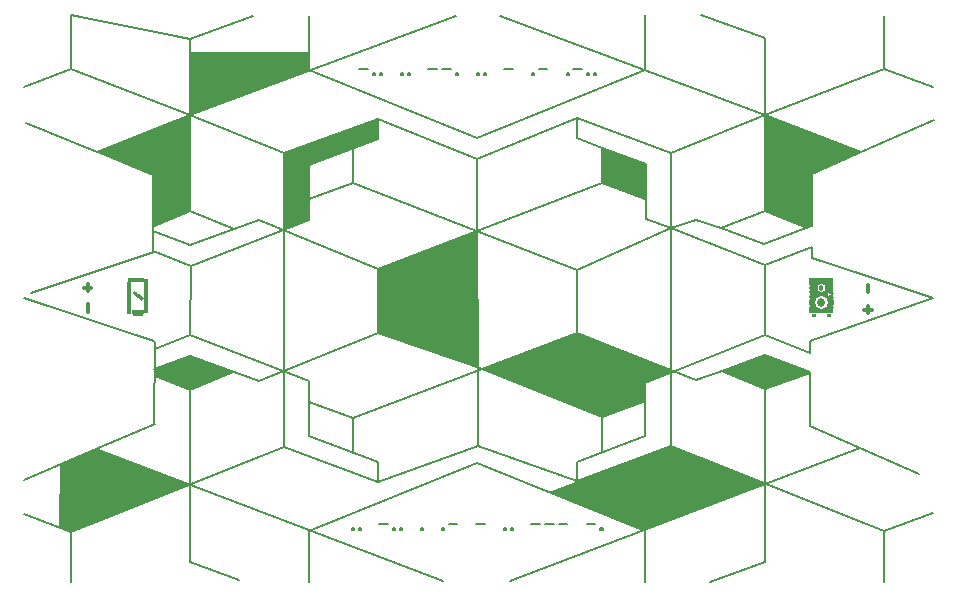
<source format=gto>
G75*
%MOIN*%
%OFA0B0*%
%FSLAX25Y25*%
%IPPOS*%
%LPD*%
%AMOC8*
5,1,8,0,0,1.08239X$1,22.5*
%
%ADD10C,0.00700*%
%ADD11C,0.00800*%
%ADD12C,0.00100*%
%ADD13R,0.01250X0.11750*%
%ADD14R,0.05500X0.01250*%
%ADD15R,0.01250X0.10500*%
%ADD16R,0.04250X0.01250*%
%ADD17R,0.03250X0.01000*%
%ADD18C,0.01300*%
%ADD19R,0.01550X0.00050*%
%ADD20R,0.07800X0.00050*%
%ADD21R,0.03400X0.00050*%
%ADD22R,0.03300X0.00050*%
%ADD23R,0.03100X0.00050*%
%ADD24R,0.03000X0.00050*%
%ADD25R,0.02900X0.00050*%
%ADD26R,0.02850X0.00050*%
%ADD27R,0.02800X0.00050*%
%ADD28R,0.02700X0.00050*%
%ADD29R,0.02650X0.00050*%
%ADD30R,0.02600X0.00050*%
%ADD31R,0.02500X0.00050*%
%ADD32R,0.02450X0.00050*%
%ADD33R,0.02350X0.00050*%
%ADD34R,0.02300X0.00050*%
%ADD35R,0.02200X0.00050*%
%ADD36R,0.02150X0.00050*%
%ADD37R,0.02100X0.00050*%
%ADD38R,0.00700X0.00050*%
%ADD39R,0.00900X0.00050*%
%ADD40R,0.02000X0.00050*%
%ADD41R,0.01100X0.00050*%
%ADD42R,0.01300X0.00050*%
%ADD43R,0.01500X0.00050*%
%ADD44R,0.01950X0.00050*%
%ADD45R,0.01600X0.00050*%
%ADD46R,0.01900X0.00050*%
%ADD47R,0.01800X0.00050*%
%ADD48R,0.01850X0.00050*%
%ADD49R,0.01750X0.00050*%
%ADD50R,0.02400X0.00050*%
%ADD51R,0.01700X0.00050*%
%ADD52R,0.00800X0.00050*%
%ADD53R,0.00600X0.00050*%
%ADD54R,0.02750X0.00050*%
%ADD55R,0.03350X0.00050*%
%ADD56R,0.03450X0.00050*%
%ADD57R,0.06300X0.00050*%
%ADD58R,0.06250X0.00050*%
%ADD59R,0.01200X0.00050*%
%ADD60R,0.06100X0.00050*%
%ADD61R,0.06050X0.00050*%
%ADD62R,0.01000X0.00050*%
%ADD63R,0.05950X0.00050*%
%ADD64R,0.00950X0.00050*%
%ADD65R,0.05900X0.00050*%
%ADD66R,0.01050X0.00050*%
%ADD67R,0.06150X0.00050*%
%ADD68R,0.06200X0.00050*%
%ADD69R,0.03650X0.00050*%
%ADD70R,0.03200X0.00050*%
%ADD71R,0.02950X0.00050*%
%ADD72R,0.02550X0.00050*%
%ADD73R,0.01400X0.00050*%
%ADD74R,0.00500X0.00050*%
%ADD75R,0.00400X0.00050*%
%ADD76R,0.03250X0.00050*%
%ADD77R,0.03550X0.00050*%
D10*
X0017288Y0001712D02*
X0017288Y0018384D01*
X0088117Y0046721D01*
X0119696Y0035076D01*
X0119696Y0041492D01*
X0096703Y0050130D01*
X0096703Y0061572D01*
X0111111Y0056379D01*
X0185965Y0084783D01*
X0185965Y0105712D01*
X0111111Y0134456D01*
X0096732Y0129367D01*
X0096703Y0122352D02*
X0096703Y0140705D01*
X0119696Y0149343D01*
X0119696Y0155966D01*
X0152753Y0142643D01*
X0185785Y0156149D01*
X0185785Y0149526D01*
X0194307Y0146325D01*
X0194370Y0134640D01*
X0119515Y0105813D01*
X0079826Y0122226D01*
X0071761Y0119410D01*
X0056995Y0125220D01*
X0056995Y0157255D01*
X0145593Y0190345D01*
X0160379Y0190345D02*
X0248486Y0157438D01*
X0288193Y0172634D01*
X0304698Y0166647D01*
X0288193Y0172634D02*
X0288193Y0190345D01*
X0248486Y0182887D02*
X0227144Y0190689D01*
X0208749Y0190689D02*
X0208749Y0172279D01*
X0152753Y0149526D01*
X0096717Y0172291D01*
X0096717Y0190345D01*
X0077899Y0190345D02*
X0056995Y0182704D01*
X0017288Y0190689D01*
X0017288Y0172596D01*
X0056995Y0157255D01*
X0025970Y0145016D01*
X0002217Y0154761D01*
X0001549Y0166466D02*
X0017288Y0172596D01*
X0056995Y0182704D02*
X0056995Y0157255D01*
X0088117Y0144506D01*
X0088117Y0046721D01*
X0096703Y0061572D02*
X0096703Y0068483D01*
X0057082Y0083884D01*
X0045270Y0079435D01*
X0045136Y0081761D02*
X0045086Y0054361D01*
X0045136Y0054361D02*
X0025736Y0045961D01*
X0025748Y0045965D02*
X0141216Y0002085D01*
X0163670Y0002085D02*
X0280324Y0046220D01*
X0263636Y0053561D02*
X0263536Y0071311D01*
X0263577Y0071442D02*
X0248486Y0065799D01*
X0248486Y0008315D01*
X0230424Y0001712D01*
X0208670Y0001712D02*
X0208670Y0018731D01*
X0152753Y0041219D01*
X0096629Y0018710D01*
X0096629Y0001712D01*
X0073259Y0002170D02*
X0056995Y0008131D01*
X0056995Y0065616D01*
X0071376Y0071602D01*
X0079826Y0068609D02*
X0119515Y0084599D01*
X0152728Y0073292D01*
X0194307Y0056587D01*
X0194307Y0045219D01*
X0185785Y0041675D02*
X0185785Y0035259D01*
X0153060Y0046972D01*
X0119696Y0035076D01*
X0111111Y0044694D02*
X0111111Y0056379D01*
X0079826Y0068609D02*
X0056932Y0077024D01*
X0045092Y0072596D01*
X0045188Y0070292D02*
X0056995Y0065616D01*
X0045048Y0081879D02*
X0001549Y0096200D01*
X0003846Y0097888D02*
X0044814Y0111695D01*
X0044598Y0111790D02*
X0057125Y0107064D01*
X0057082Y0083884D01*
X0057125Y0107064D02*
X0096703Y0122352D01*
X0111111Y0134456D02*
X0111173Y0145982D01*
X0119696Y0155966D02*
X0088117Y0144506D01*
X0057086Y0125211D02*
X0044636Y0120161D01*
X0044683Y0118699D02*
X0056932Y0113811D01*
X0071761Y0119410D01*
X0044699Y0111946D02*
X0044624Y0137449D01*
X0026196Y0144982D01*
X0119515Y0105813D02*
X0119515Y0084599D01*
X0153060Y0046972D02*
X0152753Y0142643D01*
X0185785Y0156149D02*
X0217364Y0144709D01*
X0217364Y0046904D01*
X0288193Y0018567D01*
X0304698Y0024554D01*
X0288193Y0018567D02*
X0288193Y0001712D01*
X0300018Y0037758D02*
X0263576Y0053510D01*
X0248486Y0065799D02*
X0234106Y0071785D01*
X0248549Y0077207D01*
X0263689Y0071579D01*
X0263515Y0078085D02*
X0248486Y0083992D01*
X0248486Y0107210D01*
X0217245Y0119593D01*
X0185965Y0105712D01*
X0208778Y0122535D02*
X0217245Y0119593D01*
X0225654Y0122409D01*
X0233931Y0119676D01*
X0248486Y0125403D01*
X0262428Y0119676D01*
X0264050Y0120135D02*
X0248207Y0114120D01*
X0233931Y0119676D01*
X0248486Y0125403D02*
X0248486Y0157438D01*
X0280637Y0144887D01*
X0304930Y0155579D01*
X0280761Y0144924D02*
X0264235Y0137537D01*
X0264185Y0120273D01*
X0264260Y0113273D02*
X0264260Y0109711D01*
X0280536Y0104298D01*
X0280757Y0104178D02*
X0304698Y0096200D01*
X0304636Y0096261D02*
X0263586Y0082111D01*
X0263536Y0078311D01*
X0248486Y0083992D02*
X0208670Y0068046D01*
X0208670Y0061855D01*
X0208670Y0050313D01*
X0185785Y0041675D01*
X0185785Y0035259D02*
X0217364Y0046904D01*
X0208670Y0061855D02*
X0194307Y0056587D01*
X0185965Y0084783D02*
X0225654Y0068792D01*
X0234106Y0071785D01*
X0248486Y0107210D02*
X0264164Y0113230D01*
X0248486Y0157438D02*
X0217364Y0144709D01*
X0208778Y0140888D02*
X0208778Y0122535D01*
X0208614Y0129367D02*
X0194370Y0134640D01*
X0194307Y0146325D02*
X0208778Y0140888D01*
X0248486Y0157438D02*
X0248486Y0182887D01*
X0025748Y0045965D02*
X0001549Y0035728D01*
X0001549Y0024369D02*
X0017288Y0018384D01*
D11*
X0110878Y0018994D02*
X0111578Y0018994D01*
X0111578Y0019695D01*
X0110878Y0019695D01*
X0110878Y0018994D01*
X0113180Y0018994D02*
X0113880Y0018994D01*
X0113880Y0019695D01*
X0113180Y0019695D01*
X0113180Y0018994D01*
X0120086Y0021096D02*
X0122888Y0021096D01*
X0124690Y0019695D02*
X0125390Y0019695D01*
X0125390Y0018994D01*
X0124690Y0018994D01*
X0124690Y0019695D01*
X0126992Y0019695D02*
X0126992Y0018994D01*
X0127692Y0018994D01*
X0127692Y0019695D01*
X0126992Y0019695D01*
X0133897Y0019695D02*
X0133897Y0018994D01*
X0134598Y0018994D01*
X0134598Y0019695D01*
X0133897Y0019695D01*
X0140803Y0019695D02*
X0140803Y0018994D01*
X0141504Y0018994D01*
X0141504Y0019695D01*
X0140803Y0019695D01*
X0143105Y0021096D02*
X0145908Y0021096D01*
X0152313Y0021096D02*
X0155116Y0021096D01*
X0161521Y0019695D02*
X0161521Y0018994D01*
X0162222Y0018994D01*
X0162222Y0019695D01*
X0161521Y0019695D01*
X0163823Y0019695D02*
X0163823Y0018994D01*
X0164524Y0018994D01*
X0164524Y0019695D01*
X0163823Y0019695D01*
X0170729Y0021096D02*
X0173531Y0021096D01*
X0175333Y0021096D02*
X0178135Y0021096D01*
X0179937Y0021096D02*
X0182739Y0021096D01*
X0189145Y0021096D02*
X0191947Y0021096D01*
X0193748Y0019695D02*
X0193748Y0018994D01*
X0194449Y0018994D01*
X0194449Y0019695D01*
X0193748Y0019695D01*
X0192367Y0170617D02*
X0191666Y0170617D01*
X0191666Y0171317D01*
X0192367Y0171317D01*
X0192367Y0170617D01*
X0190065Y0170617D02*
X0189364Y0170617D01*
X0189364Y0171317D01*
X0190065Y0171317D01*
X0190065Y0170617D01*
X0187563Y0172718D02*
X0184760Y0172718D01*
X0183159Y0171317D02*
X0183159Y0170617D01*
X0182458Y0170617D01*
X0182458Y0171317D01*
X0183159Y0171317D01*
X0176053Y0172718D02*
X0173250Y0172718D01*
X0171649Y0171317D02*
X0171649Y0170617D01*
X0170949Y0170617D01*
X0170949Y0171317D01*
X0171649Y0171317D01*
X0164543Y0172718D02*
X0161741Y0172718D01*
X0155535Y0171317D02*
X0155535Y0170617D01*
X0154835Y0170617D01*
X0154835Y0171317D01*
X0155535Y0171317D01*
X0153233Y0171317D02*
X0153233Y0170617D01*
X0152533Y0170617D01*
X0152533Y0171317D01*
X0153233Y0171317D01*
X0146328Y0171317D02*
X0146328Y0170617D01*
X0145627Y0170617D01*
X0145627Y0171317D01*
X0146328Y0171317D01*
X0143825Y0172718D02*
X0141023Y0172718D01*
X0139222Y0172718D02*
X0136419Y0172718D01*
X0130214Y0171317D02*
X0130214Y0170617D01*
X0129513Y0170617D01*
X0129513Y0171317D01*
X0130214Y0171317D01*
X0127912Y0171317D02*
X0127912Y0170617D01*
X0127211Y0170617D01*
X0127211Y0171317D01*
X0127912Y0171317D01*
X0121006Y0171317D02*
X0121006Y0170617D01*
X0120305Y0170617D01*
X0120305Y0171317D01*
X0121006Y0171317D01*
X0118704Y0171317D02*
X0118704Y0170617D01*
X0118003Y0170617D01*
X0118003Y0171317D01*
X0118704Y0171317D01*
X0116202Y0172718D02*
X0113400Y0172718D01*
D12*
X0096520Y0172705D02*
X0057192Y0172705D01*
X0057192Y0172607D02*
X0096520Y0172607D01*
X0096520Y0172508D02*
X0057192Y0172508D01*
X0057192Y0172410D02*
X0096520Y0172410D01*
X0096520Y0172311D02*
X0057192Y0172311D01*
X0057192Y0172213D02*
X0096471Y0172213D01*
X0096520Y0172231D02*
X0057214Y0157549D01*
X0057197Y0157524D01*
X0057190Y0178335D01*
X0096520Y0178315D01*
X0096520Y0172231D01*
X0096208Y0172114D02*
X0057192Y0172114D01*
X0057192Y0172016D02*
X0095944Y0172016D01*
X0095680Y0171917D02*
X0057192Y0171917D01*
X0057192Y0171819D02*
X0095416Y0171819D01*
X0095153Y0171720D02*
X0057192Y0171720D01*
X0057192Y0171622D02*
X0094889Y0171622D01*
X0094625Y0171523D02*
X0057192Y0171523D01*
X0057192Y0171425D02*
X0094361Y0171425D01*
X0094098Y0171326D02*
X0057192Y0171326D01*
X0057192Y0171228D02*
X0093834Y0171228D01*
X0093570Y0171129D02*
X0057192Y0171129D01*
X0057192Y0171031D02*
X0093307Y0171031D01*
X0093043Y0170932D02*
X0057193Y0170932D01*
X0057193Y0170834D02*
X0092779Y0170834D01*
X0092515Y0170735D02*
X0057193Y0170735D01*
X0057193Y0170637D02*
X0092252Y0170637D01*
X0091988Y0170538D02*
X0057193Y0170538D01*
X0057193Y0170440D02*
X0091724Y0170440D01*
X0091460Y0170341D02*
X0057193Y0170341D01*
X0057193Y0170243D02*
X0091197Y0170243D01*
X0090933Y0170144D02*
X0057193Y0170144D01*
X0057193Y0170046D02*
X0090669Y0170046D01*
X0090405Y0169947D02*
X0057193Y0169947D01*
X0057193Y0169849D02*
X0090142Y0169849D01*
X0089878Y0169750D02*
X0057193Y0169750D01*
X0057193Y0169652D02*
X0089614Y0169652D01*
X0089350Y0169553D02*
X0057193Y0169553D01*
X0057193Y0169455D02*
X0089087Y0169455D01*
X0088823Y0169356D02*
X0057193Y0169356D01*
X0057193Y0169257D02*
X0088559Y0169257D01*
X0088296Y0169159D02*
X0057193Y0169159D01*
X0057193Y0169060D02*
X0088032Y0169060D01*
X0087768Y0168962D02*
X0057193Y0168962D01*
X0057193Y0168863D02*
X0087504Y0168863D01*
X0087241Y0168765D02*
X0057193Y0168765D01*
X0057193Y0168666D02*
X0086977Y0168666D01*
X0086713Y0168568D02*
X0057193Y0168568D01*
X0057193Y0168469D02*
X0086449Y0168469D01*
X0086186Y0168371D02*
X0057193Y0168371D01*
X0057193Y0168272D02*
X0085922Y0168272D01*
X0085658Y0168174D02*
X0057194Y0168174D01*
X0057194Y0168075D02*
X0085394Y0168075D01*
X0085131Y0167977D02*
X0057194Y0167977D01*
X0057194Y0167878D02*
X0084867Y0167878D01*
X0084603Y0167780D02*
X0057194Y0167780D01*
X0057194Y0167681D02*
X0084340Y0167681D01*
X0084076Y0167583D02*
X0057194Y0167583D01*
X0057194Y0167484D02*
X0083812Y0167484D01*
X0083548Y0167386D02*
X0057194Y0167386D01*
X0057194Y0167287D02*
X0083285Y0167287D01*
X0083021Y0167189D02*
X0057194Y0167189D01*
X0057194Y0167090D02*
X0082757Y0167090D01*
X0082493Y0166992D02*
X0057194Y0166992D01*
X0057194Y0166893D02*
X0082230Y0166893D01*
X0081966Y0166795D02*
X0057194Y0166795D01*
X0057194Y0166696D02*
X0081702Y0166696D01*
X0081438Y0166598D02*
X0057194Y0166598D01*
X0057194Y0166499D02*
X0081175Y0166499D01*
X0080911Y0166401D02*
X0057194Y0166401D01*
X0057194Y0166302D02*
X0080647Y0166302D01*
X0080383Y0166204D02*
X0057194Y0166204D01*
X0057194Y0166105D02*
X0080120Y0166105D01*
X0079856Y0166007D02*
X0057194Y0166007D01*
X0057194Y0165908D02*
X0079592Y0165908D01*
X0079329Y0165810D02*
X0057194Y0165810D01*
X0057194Y0165711D02*
X0079065Y0165711D01*
X0078801Y0165613D02*
X0057194Y0165613D01*
X0057194Y0165514D02*
X0078537Y0165514D01*
X0078274Y0165416D02*
X0057195Y0165416D01*
X0057195Y0165317D02*
X0078010Y0165317D01*
X0077746Y0165219D02*
X0057195Y0165219D01*
X0057195Y0165120D02*
X0077482Y0165120D01*
X0077219Y0165021D02*
X0057195Y0165021D01*
X0057195Y0164923D02*
X0076955Y0164923D01*
X0076691Y0164824D02*
X0057195Y0164824D01*
X0057195Y0164726D02*
X0076427Y0164726D01*
X0076164Y0164627D02*
X0057195Y0164627D01*
X0057195Y0164529D02*
X0075900Y0164529D01*
X0075636Y0164430D02*
X0057195Y0164430D01*
X0057195Y0164332D02*
X0075373Y0164332D01*
X0075109Y0164233D02*
X0057195Y0164233D01*
X0057195Y0164135D02*
X0074845Y0164135D01*
X0074581Y0164036D02*
X0057195Y0164036D01*
X0057195Y0163938D02*
X0074318Y0163938D01*
X0074054Y0163839D02*
X0057195Y0163839D01*
X0057195Y0163741D02*
X0073790Y0163741D01*
X0073526Y0163642D02*
X0057195Y0163642D01*
X0057195Y0163544D02*
X0073263Y0163544D01*
X0072999Y0163445D02*
X0057195Y0163445D01*
X0057195Y0163347D02*
X0072735Y0163347D01*
X0072471Y0163248D02*
X0057195Y0163248D01*
X0057195Y0163150D02*
X0072208Y0163150D01*
X0071944Y0163051D02*
X0057195Y0163051D01*
X0057195Y0162953D02*
X0071680Y0162953D01*
X0071416Y0162854D02*
X0057195Y0162854D01*
X0057195Y0162756D02*
X0071153Y0162756D01*
X0070889Y0162657D02*
X0057196Y0162657D01*
X0057196Y0162559D02*
X0070625Y0162559D01*
X0070362Y0162460D02*
X0057196Y0162460D01*
X0057196Y0162362D02*
X0070098Y0162362D01*
X0069834Y0162263D02*
X0057196Y0162263D01*
X0057196Y0162165D02*
X0069570Y0162165D01*
X0069307Y0162066D02*
X0057196Y0162066D01*
X0057196Y0161968D02*
X0069043Y0161968D01*
X0068779Y0161869D02*
X0057196Y0161869D01*
X0057196Y0161771D02*
X0068515Y0161771D01*
X0068252Y0161672D02*
X0057196Y0161672D01*
X0057196Y0161574D02*
X0067988Y0161574D01*
X0067724Y0161475D02*
X0057196Y0161475D01*
X0057196Y0161377D02*
X0067460Y0161377D01*
X0067197Y0161278D02*
X0057196Y0161278D01*
X0057196Y0161180D02*
X0066933Y0161180D01*
X0066669Y0161081D02*
X0057196Y0161081D01*
X0057196Y0160983D02*
X0066406Y0160983D01*
X0066142Y0160884D02*
X0057196Y0160884D01*
X0057196Y0160786D02*
X0065878Y0160786D01*
X0065614Y0160687D02*
X0057196Y0160687D01*
X0057196Y0160588D02*
X0065351Y0160588D01*
X0065087Y0160490D02*
X0057196Y0160490D01*
X0057196Y0160391D02*
X0064823Y0160391D01*
X0064559Y0160293D02*
X0057196Y0160293D01*
X0057196Y0160194D02*
X0064296Y0160194D01*
X0064032Y0160096D02*
X0057196Y0160096D01*
X0057196Y0159997D02*
X0063768Y0159997D01*
X0063504Y0159899D02*
X0057196Y0159899D01*
X0057197Y0159800D02*
X0063241Y0159800D01*
X0062977Y0159702D02*
X0057197Y0159702D01*
X0057197Y0159603D02*
X0062713Y0159603D01*
X0062449Y0159505D02*
X0057197Y0159505D01*
X0057197Y0159406D02*
X0062186Y0159406D01*
X0061922Y0159308D02*
X0057197Y0159308D01*
X0057197Y0159209D02*
X0061658Y0159209D01*
X0061395Y0159111D02*
X0057197Y0159111D01*
X0057197Y0159012D02*
X0061131Y0159012D01*
X0060867Y0158914D02*
X0057197Y0158914D01*
X0057197Y0158815D02*
X0060603Y0158815D01*
X0060340Y0158717D02*
X0057197Y0158717D01*
X0057197Y0158618D02*
X0060076Y0158618D01*
X0059812Y0158520D02*
X0057197Y0158520D01*
X0057197Y0158421D02*
X0059548Y0158421D01*
X0059285Y0158323D02*
X0057197Y0158323D01*
X0057197Y0158224D02*
X0059021Y0158224D01*
X0058757Y0158126D02*
X0057197Y0158126D01*
X0057197Y0158027D02*
X0058493Y0158027D01*
X0058230Y0157929D02*
X0057197Y0157929D01*
X0057197Y0157830D02*
X0057966Y0157830D01*
X0057702Y0157732D02*
X0057197Y0157732D01*
X0057197Y0157633D02*
X0057439Y0157633D01*
X0057205Y0157535D02*
X0057197Y0157535D01*
X0056896Y0157103D02*
X0026521Y0145209D01*
X0026720Y0145072D01*
X0044803Y0137638D01*
X0044788Y0137887D01*
X0044783Y0120433D01*
X0056815Y0125304D01*
X0056896Y0157103D01*
X0056896Y0157042D02*
X0056740Y0157042D01*
X0056895Y0156944D02*
X0056488Y0156944D01*
X0056237Y0156845D02*
X0056895Y0156845D01*
X0056895Y0156747D02*
X0055985Y0156747D01*
X0055734Y0156648D02*
X0056895Y0156648D01*
X0056894Y0156550D02*
X0055482Y0156550D01*
X0055230Y0156451D02*
X0056894Y0156451D01*
X0056894Y0156352D02*
X0054979Y0156352D01*
X0054727Y0156254D02*
X0056894Y0156254D01*
X0056893Y0156155D02*
X0054476Y0156155D01*
X0054224Y0156057D02*
X0056893Y0156057D01*
X0056893Y0155958D02*
X0053973Y0155958D01*
X0053721Y0155860D02*
X0056893Y0155860D01*
X0056892Y0155761D02*
X0053469Y0155761D01*
X0053218Y0155663D02*
X0056892Y0155663D01*
X0056892Y0155564D02*
X0052966Y0155564D01*
X0052715Y0155466D02*
X0056892Y0155466D01*
X0056891Y0155367D02*
X0052463Y0155367D01*
X0052212Y0155269D02*
X0056891Y0155269D01*
X0056891Y0155170D02*
X0051960Y0155170D01*
X0051709Y0155072D02*
X0056891Y0155072D01*
X0056890Y0154973D02*
X0051457Y0154973D01*
X0051205Y0154875D02*
X0056890Y0154875D01*
X0056890Y0154776D02*
X0050954Y0154776D01*
X0050702Y0154678D02*
X0056890Y0154678D01*
X0056889Y0154579D02*
X0050451Y0154579D01*
X0050199Y0154481D02*
X0056889Y0154481D01*
X0056889Y0154382D02*
X0049948Y0154382D01*
X0049696Y0154284D02*
X0056889Y0154284D01*
X0056888Y0154185D02*
X0049444Y0154185D01*
X0049193Y0154087D02*
X0056888Y0154087D01*
X0056888Y0153988D02*
X0048941Y0153988D01*
X0048690Y0153890D02*
X0056888Y0153890D01*
X0056887Y0153791D02*
X0048438Y0153791D01*
X0048187Y0153693D02*
X0056887Y0153693D01*
X0056887Y0153594D02*
X0047935Y0153594D01*
X0047683Y0153496D02*
X0056887Y0153496D01*
X0056886Y0153397D02*
X0047432Y0153397D01*
X0047180Y0153299D02*
X0056886Y0153299D01*
X0056886Y0153200D02*
X0046929Y0153200D01*
X0046677Y0153102D02*
X0056886Y0153102D01*
X0056885Y0153003D02*
X0046426Y0153003D01*
X0046174Y0152905D02*
X0056885Y0152905D01*
X0056885Y0152806D02*
X0045923Y0152806D01*
X0045671Y0152708D02*
X0056885Y0152708D01*
X0056884Y0152609D02*
X0045419Y0152609D01*
X0045168Y0152511D02*
X0056884Y0152511D01*
X0056884Y0152412D02*
X0044916Y0152412D01*
X0044665Y0152314D02*
X0056884Y0152314D01*
X0056883Y0152215D02*
X0044413Y0152215D01*
X0044162Y0152117D02*
X0056883Y0152117D01*
X0056883Y0152018D02*
X0043910Y0152018D01*
X0043658Y0151919D02*
X0056882Y0151919D01*
X0056882Y0151821D02*
X0043407Y0151821D01*
X0043155Y0151722D02*
X0056882Y0151722D01*
X0056882Y0151624D02*
X0042904Y0151624D01*
X0042652Y0151525D02*
X0056881Y0151525D01*
X0056881Y0151427D02*
X0042401Y0151427D01*
X0042149Y0151328D02*
X0056881Y0151328D01*
X0056881Y0151230D02*
X0041897Y0151230D01*
X0041646Y0151131D02*
X0056880Y0151131D01*
X0056880Y0151033D02*
X0041394Y0151033D01*
X0041143Y0150934D02*
X0056880Y0150934D01*
X0056880Y0150836D02*
X0040891Y0150836D01*
X0040640Y0150737D02*
X0056879Y0150737D01*
X0056879Y0150639D02*
X0040388Y0150639D01*
X0040137Y0150540D02*
X0056879Y0150540D01*
X0056879Y0150442D02*
X0039885Y0150442D01*
X0039633Y0150343D02*
X0056878Y0150343D01*
X0056878Y0150245D02*
X0039382Y0150245D01*
X0039130Y0150146D02*
X0056878Y0150146D01*
X0056878Y0150048D02*
X0038879Y0150048D01*
X0038627Y0149949D02*
X0056877Y0149949D01*
X0056877Y0149851D02*
X0038376Y0149851D01*
X0038124Y0149752D02*
X0056877Y0149752D01*
X0056877Y0149654D02*
X0037872Y0149654D01*
X0037621Y0149555D02*
X0056876Y0149555D01*
X0056876Y0149457D02*
X0037369Y0149457D01*
X0037118Y0149358D02*
X0056876Y0149358D01*
X0056876Y0149260D02*
X0036866Y0149260D01*
X0036615Y0149161D02*
X0056875Y0149161D01*
X0056875Y0149063D02*
X0036363Y0149063D01*
X0036111Y0148964D02*
X0056875Y0148964D01*
X0056875Y0148866D02*
X0035860Y0148866D01*
X0035608Y0148767D02*
X0056874Y0148767D01*
X0056874Y0148669D02*
X0035357Y0148669D01*
X0035105Y0148570D02*
X0056874Y0148570D01*
X0056874Y0148472D02*
X0034854Y0148472D01*
X0034602Y0148373D02*
X0056873Y0148373D01*
X0056873Y0148275D02*
X0034351Y0148275D01*
X0034099Y0148176D02*
X0056873Y0148176D01*
X0056873Y0148078D02*
X0033847Y0148078D01*
X0033596Y0147979D02*
X0056872Y0147979D01*
X0056872Y0147881D02*
X0033344Y0147881D01*
X0033093Y0147782D02*
X0056872Y0147782D01*
X0056872Y0147684D02*
X0032841Y0147684D01*
X0032590Y0147585D02*
X0056871Y0147585D01*
X0056871Y0147486D02*
X0032338Y0147486D01*
X0032086Y0147388D02*
X0056871Y0147388D01*
X0056871Y0147289D02*
X0031835Y0147289D01*
X0031583Y0147191D02*
X0056870Y0147191D01*
X0056870Y0147092D02*
X0031332Y0147092D01*
X0031080Y0146994D02*
X0056870Y0146994D01*
X0056870Y0146895D02*
X0030829Y0146895D01*
X0030577Y0146797D02*
X0056869Y0146797D01*
X0056869Y0146698D02*
X0030325Y0146698D01*
X0030074Y0146600D02*
X0056869Y0146600D01*
X0056869Y0146501D02*
X0029822Y0146501D01*
X0029571Y0146403D02*
X0056868Y0146403D01*
X0056868Y0146304D02*
X0029319Y0146304D01*
X0029068Y0146206D02*
X0056868Y0146206D01*
X0056868Y0146107D02*
X0028816Y0146107D01*
X0028565Y0146009D02*
X0056867Y0146009D01*
X0056867Y0145910D02*
X0028313Y0145910D01*
X0028061Y0145812D02*
X0056867Y0145812D01*
X0056867Y0145713D02*
X0027810Y0145713D01*
X0027558Y0145615D02*
X0056866Y0145615D01*
X0056866Y0145516D02*
X0027307Y0145516D01*
X0027055Y0145418D02*
X0056866Y0145418D01*
X0056866Y0145319D02*
X0026804Y0145319D01*
X0026647Y0145122D02*
X0056865Y0145122D01*
X0056865Y0145024D02*
X0026838Y0145024D01*
X0027077Y0144925D02*
X0056865Y0144925D01*
X0056864Y0144827D02*
X0027317Y0144827D01*
X0027557Y0144728D02*
X0056864Y0144728D01*
X0056864Y0144630D02*
X0027796Y0144630D01*
X0028036Y0144531D02*
X0056864Y0144531D01*
X0056863Y0144433D02*
X0028275Y0144433D01*
X0028515Y0144334D02*
X0056863Y0144334D01*
X0056863Y0144236D02*
X0028755Y0144236D01*
X0028994Y0144137D02*
X0056863Y0144137D01*
X0056862Y0144039D02*
X0029234Y0144039D01*
X0029474Y0143940D02*
X0056862Y0143940D01*
X0056862Y0143842D02*
X0029713Y0143842D01*
X0029953Y0143743D02*
X0056862Y0143743D01*
X0056861Y0143645D02*
X0030192Y0143645D01*
X0030432Y0143546D02*
X0056861Y0143546D01*
X0056861Y0143448D02*
X0030672Y0143448D01*
X0030911Y0143349D02*
X0056861Y0143349D01*
X0056860Y0143250D02*
X0031151Y0143250D01*
X0031391Y0143152D02*
X0056860Y0143152D01*
X0056860Y0143053D02*
X0031630Y0143053D01*
X0031870Y0142955D02*
X0056860Y0142955D01*
X0056859Y0142856D02*
X0032109Y0142856D01*
X0032349Y0142758D02*
X0056859Y0142758D01*
X0056859Y0142659D02*
X0032589Y0142659D01*
X0032828Y0142561D02*
X0056859Y0142561D01*
X0056858Y0142462D02*
X0033068Y0142462D01*
X0033307Y0142364D02*
X0056858Y0142364D01*
X0056858Y0142265D02*
X0033547Y0142265D01*
X0033787Y0142167D02*
X0056858Y0142167D01*
X0056857Y0142068D02*
X0034026Y0142068D01*
X0034266Y0141970D02*
X0056857Y0141970D01*
X0056857Y0141871D02*
X0034506Y0141871D01*
X0034745Y0141773D02*
X0056857Y0141773D01*
X0056856Y0141674D02*
X0034985Y0141674D01*
X0035224Y0141576D02*
X0056856Y0141576D01*
X0056856Y0141477D02*
X0035464Y0141477D01*
X0035704Y0141379D02*
X0056856Y0141379D01*
X0056855Y0141280D02*
X0035943Y0141280D01*
X0036183Y0141182D02*
X0056855Y0141182D01*
X0056855Y0141083D02*
X0036423Y0141083D01*
X0036662Y0140985D02*
X0056855Y0140985D01*
X0056854Y0140886D02*
X0036902Y0140886D01*
X0037141Y0140788D02*
X0056854Y0140788D01*
X0056854Y0140689D02*
X0037381Y0140689D01*
X0037621Y0140591D02*
X0056854Y0140591D01*
X0056853Y0140492D02*
X0037860Y0140492D01*
X0038100Y0140394D02*
X0056853Y0140394D01*
X0056853Y0140295D02*
X0038339Y0140295D01*
X0038579Y0140197D02*
X0056853Y0140197D01*
X0056852Y0140098D02*
X0038819Y0140098D01*
X0039058Y0140000D02*
X0056852Y0140000D01*
X0056852Y0139901D02*
X0039298Y0139901D01*
X0039538Y0139803D02*
X0056852Y0139803D01*
X0056851Y0139704D02*
X0039777Y0139704D01*
X0040017Y0139606D02*
X0056851Y0139606D01*
X0056851Y0139507D02*
X0040256Y0139507D01*
X0040496Y0139409D02*
X0056851Y0139409D01*
X0056850Y0139310D02*
X0040736Y0139310D01*
X0040975Y0139212D02*
X0056850Y0139212D01*
X0056850Y0139113D02*
X0041215Y0139113D01*
X0041455Y0139015D02*
X0056850Y0139015D01*
X0056849Y0138916D02*
X0041694Y0138916D01*
X0041934Y0138817D02*
X0056849Y0138817D01*
X0056849Y0138719D02*
X0042173Y0138719D01*
X0042413Y0138620D02*
X0056849Y0138620D01*
X0056848Y0138522D02*
X0042653Y0138522D01*
X0042892Y0138423D02*
X0056848Y0138423D01*
X0056848Y0138325D02*
X0043132Y0138325D01*
X0043371Y0138226D02*
X0056848Y0138226D01*
X0056847Y0138128D02*
X0043611Y0138128D01*
X0043851Y0138029D02*
X0056847Y0138029D01*
X0056847Y0137931D02*
X0044090Y0137931D01*
X0044330Y0137832D02*
X0044788Y0137832D01*
X0044792Y0137832D02*
X0056847Y0137832D01*
X0056846Y0137734D02*
X0044798Y0137734D01*
X0044788Y0137734D02*
X0044570Y0137734D01*
X0044788Y0137635D02*
X0056846Y0137635D01*
X0056846Y0137537D02*
X0044788Y0137537D01*
X0044788Y0137438D02*
X0056846Y0137438D01*
X0056845Y0137340D02*
X0044788Y0137340D01*
X0044788Y0137241D02*
X0056845Y0137241D01*
X0056845Y0137143D02*
X0044788Y0137143D01*
X0044788Y0137044D02*
X0056845Y0137044D01*
X0056844Y0136946D02*
X0044788Y0136946D01*
X0044788Y0136847D02*
X0056844Y0136847D01*
X0056844Y0136749D02*
X0044788Y0136749D01*
X0044788Y0136650D02*
X0056844Y0136650D01*
X0056843Y0136552D02*
X0044788Y0136552D01*
X0044788Y0136453D02*
X0056843Y0136453D01*
X0056843Y0136355D02*
X0044788Y0136355D01*
X0044788Y0136256D02*
X0056843Y0136256D01*
X0056842Y0136158D02*
X0044788Y0136158D01*
X0044788Y0136059D02*
X0056842Y0136059D01*
X0056842Y0135961D02*
X0044788Y0135961D01*
X0044788Y0135862D02*
X0056842Y0135862D01*
X0056841Y0135764D02*
X0044788Y0135764D01*
X0044788Y0135665D02*
X0056841Y0135665D01*
X0056841Y0135567D02*
X0044788Y0135567D01*
X0044788Y0135468D02*
X0056841Y0135468D01*
X0056840Y0135370D02*
X0044788Y0135370D01*
X0044788Y0135271D02*
X0056840Y0135271D01*
X0056840Y0135173D02*
X0044787Y0135173D01*
X0044787Y0135074D02*
X0056840Y0135074D01*
X0056839Y0134976D02*
X0044787Y0134976D01*
X0044787Y0134877D02*
X0056839Y0134877D01*
X0056839Y0134779D02*
X0044787Y0134779D01*
X0044787Y0134680D02*
X0056838Y0134680D01*
X0056838Y0134581D02*
X0044787Y0134581D01*
X0044787Y0134483D02*
X0056838Y0134483D01*
X0056838Y0134384D02*
X0044787Y0134384D01*
X0044787Y0134286D02*
X0056837Y0134286D01*
X0056837Y0134187D02*
X0044787Y0134187D01*
X0044787Y0134089D02*
X0056837Y0134089D01*
X0056837Y0133990D02*
X0044787Y0133990D01*
X0044787Y0133892D02*
X0056836Y0133892D01*
X0056836Y0133793D02*
X0044787Y0133793D01*
X0044787Y0133695D02*
X0056836Y0133695D01*
X0056836Y0133596D02*
X0044787Y0133596D01*
X0044787Y0133498D02*
X0056835Y0133498D01*
X0056835Y0133399D02*
X0044787Y0133399D01*
X0044787Y0133301D02*
X0056835Y0133301D01*
X0056835Y0133202D02*
X0044787Y0133202D01*
X0044787Y0133104D02*
X0056834Y0133104D01*
X0056834Y0133005D02*
X0044787Y0133005D01*
X0044787Y0132907D02*
X0056834Y0132907D01*
X0056834Y0132808D02*
X0044787Y0132808D01*
X0044787Y0132710D02*
X0056833Y0132710D01*
X0056833Y0132611D02*
X0044787Y0132611D01*
X0044787Y0132513D02*
X0056833Y0132513D01*
X0056833Y0132414D02*
X0044787Y0132414D01*
X0044787Y0132316D02*
X0056832Y0132316D01*
X0056832Y0132217D02*
X0044787Y0132217D01*
X0044787Y0132119D02*
X0056832Y0132119D01*
X0056832Y0132020D02*
X0044786Y0132020D01*
X0044786Y0131922D02*
X0056831Y0131922D01*
X0056831Y0131823D02*
X0044786Y0131823D01*
X0044786Y0131725D02*
X0056831Y0131725D01*
X0056831Y0131626D02*
X0044786Y0131626D01*
X0044786Y0131528D02*
X0056830Y0131528D01*
X0056830Y0131429D02*
X0044786Y0131429D01*
X0044786Y0131331D02*
X0056830Y0131331D01*
X0056830Y0131232D02*
X0044786Y0131232D01*
X0044786Y0131134D02*
X0056829Y0131134D01*
X0056829Y0131035D02*
X0044786Y0131035D01*
X0044786Y0130937D02*
X0056829Y0130937D01*
X0056829Y0130838D02*
X0044786Y0130838D01*
X0044786Y0130740D02*
X0056828Y0130740D01*
X0056828Y0130641D02*
X0044786Y0130641D01*
X0044786Y0130543D02*
X0056828Y0130543D01*
X0056828Y0130444D02*
X0044786Y0130444D01*
X0044786Y0130346D02*
X0056827Y0130346D01*
X0056827Y0130247D02*
X0044786Y0130247D01*
X0044786Y0130148D02*
X0056827Y0130148D01*
X0056827Y0130050D02*
X0044786Y0130050D01*
X0044786Y0129951D02*
X0056826Y0129951D01*
X0056826Y0129853D02*
X0044786Y0129853D01*
X0044786Y0129754D02*
X0056826Y0129754D01*
X0056826Y0129656D02*
X0044786Y0129656D01*
X0044786Y0129557D02*
X0056825Y0129557D01*
X0056825Y0129459D02*
X0044786Y0129459D01*
X0044786Y0129360D02*
X0056825Y0129360D01*
X0056825Y0129262D02*
X0044786Y0129262D01*
X0044786Y0129163D02*
X0056824Y0129163D01*
X0056824Y0129065D02*
X0044786Y0129065D01*
X0044785Y0128966D02*
X0056824Y0128966D01*
X0056824Y0128868D02*
X0044785Y0128868D01*
X0044785Y0128769D02*
X0056823Y0128769D01*
X0056823Y0128671D02*
X0044785Y0128671D01*
X0044785Y0128572D02*
X0056823Y0128572D01*
X0056823Y0128474D02*
X0044785Y0128474D01*
X0044785Y0128375D02*
X0056822Y0128375D01*
X0056822Y0128277D02*
X0044785Y0128277D01*
X0044785Y0128178D02*
X0056822Y0128178D01*
X0056822Y0128080D02*
X0044785Y0128080D01*
X0044785Y0127981D02*
X0056821Y0127981D01*
X0056821Y0127883D02*
X0044785Y0127883D01*
X0044785Y0127784D02*
X0056821Y0127784D01*
X0056821Y0127686D02*
X0044785Y0127686D01*
X0044785Y0127587D02*
X0056820Y0127587D01*
X0056820Y0127489D02*
X0044785Y0127489D01*
X0044785Y0127390D02*
X0056820Y0127390D01*
X0056820Y0127292D02*
X0044785Y0127292D01*
X0044785Y0127193D02*
X0056819Y0127193D01*
X0056819Y0127095D02*
X0044785Y0127095D01*
X0044785Y0126996D02*
X0056819Y0126996D01*
X0056819Y0126898D02*
X0044785Y0126898D01*
X0044785Y0126799D02*
X0056818Y0126799D01*
X0056818Y0126701D02*
X0044785Y0126701D01*
X0044785Y0126602D02*
X0056818Y0126602D01*
X0056818Y0126504D02*
X0044785Y0126504D01*
X0044785Y0126405D02*
X0056817Y0126405D01*
X0056817Y0126307D02*
X0044785Y0126307D01*
X0044785Y0126208D02*
X0056817Y0126208D01*
X0056817Y0126110D02*
X0044785Y0126110D01*
X0044785Y0126011D02*
X0056816Y0126011D01*
X0056816Y0125912D02*
X0044785Y0125912D01*
X0044784Y0125814D02*
X0056816Y0125814D01*
X0056816Y0125715D02*
X0044784Y0125715D01*
X0044784Y0125617D02*
X0056815Y0125617D01*
X0056815Y0125518D02*
X0044784Y0125518D01*
X0044784Y0125420D02*
X0056815Y0125420D01*
X0056815Y0125321D02*
X0044784Y0125321D01*
X0044784Y0125223D02*
X0056614Y0125223D01*
X0056370Y0125124D02*
X0044784Y0125124D01*
X0044784Y0125026D02*
X0056127Y0125026D01*
X0055884Y0124927D02*
X0044784Y0124927D01*
X0044784Y0124829D02*
X0055641Y0124829D01*
X0055397Y0124730D02*
X0044784Y0124730D01*
X0044784Y0124632D02*
X0055154Y0124632D01*
X0054911Y0124533D02*
X0044784Y0124533D01*
X0044784Y0124435D02*
X0054667Y0124435D01*
X0054424Y0124336D02*
X0044784Y0124336D01*
X0044784Y0124238D02*
X0054181Y0124238D01*
X0053937Y0124139D02*
X0044784Y0124139D01*
X0044784Y0124041D02*
X0053694Y0124041D01*
X0053451Y0123942D02*
X0044784Y0123942D01*
X0044784Y0123844D02*
X0053207Y0123844D01*
X0052964Y0123745D02*
X0044784Y0123745D01*
X0044784Y0123647D02*
X0052721Y0123647D01*
X0052477Y0123548D02*
X0044784Y0123548D01*
X0044784Y0123450D02*
X0052234Y0123450D01*
X0051991Y0123351D02*
X0044784Y0123351D01*
X0044784Y0123253D02*
X0051748Y0123253D01*
X0051504Y0123154D02*
X0044784Y0123154D01*
X0044784Y0123056D02*
X0051261Y0123056D01*
X0051018Y0122957D02*
X0044784Y0122957D01*
X0044784Y0122859D02*
X0050774Y0122859D01*
X0050531Y0122760D02*
X0044783Y0122760D01*
X0044783Y0122662D02*
X0050288Y0122662D01*
X0050044Y0122563D02*
X0044783Y0122563D01*
X0044783Y0122465D02*
X0049801Y0122465D01*
X0049558Y0122366D02*
X0044783Y0122366D01*
X0044783Y0122268D02*
X0049314Y0122268D01*
X0049071Y0122169D02*
X0044783Y0122169D01*
X0044783Y0122071D02*
X0048828Y0122071D01*
X0048584Y0121972D02*
X0044783Y0121972D01*
X0044783Y0121874D02*
X0048341Y0121874D01*
X0048098Y0121775D02*
X0044783Y0121775D01*
X0044783Y0121677D02*
X0047855Y0121677D01*
X0047611Y0121578D02*
X0044783Y0121578D01*
X0044783Y0121479D02*
X0047368Y0121479D01*
X0047125Y0121381D02*
X0044783Y0121381D01*
X0044783Y0121282D02*
X0046881Y0121282D01*
X0046638Y0121184D02*
X0044783Y0121184D01*
X0044783Y0121085D02*
X0046395Y0121085D01*
X0046151Y0120987D02*
X0044783Y0120987D01*
X0044783Y0120888D02*
X0045908Y0120888D01*
X0045665Y0120790D02*
X0044783Y0120790D01*
X0044783Y0120691D02*
X0045421Y0120691D01*
X0045178Y0120593D02*
X0044783Y0120593D01*
X0044783Y0120494D02*
X0044935Y0120494D01*
X0038386Y0098511D02*
X0037886Y0098011D01*
X0039386Y0096511D01*
X0039636Y0096761D01*
X0040636Y0095761D01*
X0041136Y0096261D01*
X0039636Y0097761D01*
X0039386Y0097511D01*
X0038386Y0098511D01*
X0038303Y0098428D02*
X0038470Y0098428D01*
X0038568Y0098329D02*
X0038205Y0098329D01*
X0038106Y0098231D02*
X0038667Y0098231D01*
X0038765Y0098132D02*
X0038008Y0098132D01*
X0037909Y0098034D02*
X0038864Y0098034D01*
X0038962Y0097935D02*
X0037962Y0097935D01*
X0038061Y0097837D02*
X0039061Y0097837D01*
X0039159Y0097738D02*
X0038159Y0097738D01*
X0038258Y0097640D02*
X0039258Y0097640D01*
X0039356Y0097541D02*
X0038356Y0097541D01*
X0038455Y0097443D02*
X0039955Y0097443D01*
X0040053Y0097344D02*
X0038553Y0097344D01*
X0038652Y0097246D02*
X0040152Y0097246D01*
X0040250Y0097147D02*
X0038750Y0097147D01*
X0038849Y0097049D02*
X0040349Y0097049D01*
X0040447Y0096950D02*
X0038947Y0096950D01*
X0039046Y0096852D02*
X0040546Y0096852D01*
X0040644Y0096753D02*
X0039644Y0096753D01*
X0039628Y0096753D02*
X0039144Y0096753D01*
X0039243Y0096655D02*
X0039530Y0096655D01*
X0039431Y0096556D02*
X0039341Y0096556D01*
X0039743Y0096655D02*
X0040743Y0096655D01*
X0040841Y0096556D02*
X0039841Y0096556D01*
X0039940Y0096458D02*
X0040940Y0096458D01*
X0041038Y0096359D02*
X0040038Y0096359D01*
X0040137Y0096261D02*
X0041136Y0096261D01*
X0041037Y0096162D02*
X0040235Y0096162D01*
X0040334Y0096064D02*
X0040939Y0096064D01*
X0040840Y0095965D02*
X0040432Y0095965D01*
X0040531Y0095867D02*
X0040742Y0095867D01*
X0040643Y0095768D02*
X0040629Y0095768D01*
X0039856Y0097541D02*
X0039416Y0097541D01*
X0039515Y0097640D02*
X0039758Y0097640D01*
X0039659Y0097738D02*
X0039614Y0097738D01*
X0045321Y0072469D02*
X0056934Y0076814D01*
X0070979Y0071649D01*
X0056991Y0065825D01*
X0045330Y0070443D01*
X0045309Y0070472D01*
X0045321Y0072469D01*
X0045321Y0072421D02*
X0068880Y0072421D01*
X0068612Y0072519D02*
X0045455Y0072519D01*
X0045320Y0072322D02*
X0069148Y0072322D01*
X0069416Y0072224D02*
X0045319Y0072224D01*
X0045319Y0072125D02*
X0069684Y0072125D01*
X0069952Y0072027D02*
X0045318Y0072027D01*
X0045318Y0071928D02*
X0070219Y0071928D01*
X0070487Y0071830D02*
X0045317Y0071830D01*
X0045316Y0071731D02*
X0070755Y0071731D01*
X0070704Y0071534D02*
X0045315Y0071534D01*
X0045315Y0071436D02*
X0070467Y0071436D01*
X0070231Y0071337D02*
X0045314Y0071337D01*
X0045314Y0071239D02*
X0069994Y0071239D01*
X0069758Y0071140D02*
X0045313Y0071140D01*
X0045312Y0071042D02*
X0069521Y0071042D01*
X0069284Y0070943D02*
X0045312Y0070943D01*
X0045311Y0070845D02*
X0069048Y0070845D01*
X0068811Y0070746D02*
X0045311Y0070746D01*
X0045310Y0070648D02*
X0068575Y0070648D01*
X0068338Y0070549D02*
X0045309Y0070549D01*
X0045325Y0070451D02*
X0068101Y0070451D01*
X0067865Y0070352D02*
X0045560Y0070352D01*
X0045809Y0070254D02*
X0067628Y0070254D01*
X0067392Y0070155D02*
X0046058Y0070155D01*
X0046306Y0070057D02*
X0067155Y0070057D01*
X0066918Y0069958D02*
X0046555Y0069958D01*
X0046804Y0069860D02*
X0066682Y0069860D01*
X0066445Y0069761D02*
X0047053Y0069761D01*
X0047301Y0069663D02*
X0066209Y0069663D01*
X0065972Y0069564D02*
X0047550Y0069564D01*
X0047799Y0069466D02*
X0065735Y0069466D01*
X0065499Y0069367D02*
X0048047Y0069367D01*
X0048296Y0069268D02*
X0065262Y0069268D01*
X0065026Y0069170D02*
X0048545Y0069170D01*
X0048794Y0069071D02*
X0064789Y0069071D01*
X0064553Y0068973D02*
X0049042Y0068973D01*
X0049291Y0068874D02*
X0064316Y0068874D01*
X0064079Y0068776D02*
X0049540Y0068776D01*
X0049789Y0068677D02*
X0063843Y0068677D01*
X0063606Y0068579D02*
X0050037Y0068579D01*
X0050286Y0068480D02*
X0063370Y0068480D01*
X0063133Y0068382D02*
X0050535Y0068382D01*
X0050783Y0068283D02*
X0062896Y0068283D01*
X0062660Y0068185D02*
X0051032Y0068185D01*
X0051281Y0068086D02*
X0062423Y0068086D01*
X0062187Y0067988D02*
X0051530Y0067988D01*
X0051778Y0067889D02*
X0061950Y0067889D01*
X0061713Y0067791D02*
X0052027Y0067791D01*
X0052276Y0067692D02*
X0061477Y0067692D01*
X0061240Y0067594D02*
X0052524Y0067594D01*
X0052773Y0067495D02*
X0061004Y0067495D01*
X0060767Y0067397D02*
X0053022Y0067397D01*
X0053271Y0067298D02*
X0060530Y0067298D01*
X0060294Y0067200D02*
X0053519Y0067200D01*
X0053768Y0067101D02*
X0060057Y0067101D01*
X0059821Y0067003D02*
X0054017Y0067003D01*
X0054265Y0066904D02*
X0059584Y0066904D01*
X0059347Y0066806D02*
X0054514Y0066806D01*
X0054763Y0066707D02*
X0059111Y0066707D01*
X0058874Y0066609D02*
X0055012Y0066609D01*
X0055260Y0066510D02*
X0058638Y0066510D01*
X0058401Y0066412D02*
X0055509Y0066412D01*
X0055758Y0066313D02*
X0058165Y0066313D01*
X0057928Y0066215D02*
X0056006Y0066215D01*
X0056255Y0066116D02*
X0057691Y0066116D01*
X0057455Y0066018D02*
X0056504Y0066018D01*
X0056753Y0065919D02*
X0057218Y0065919D01*
X0067273Y0073012D02*
X0046771Y0073012D01*
X0046508Y0072913D02*
X0067541Y0072913D01*
X0067809Y0072815D02*
X0046245Y0072815D01*
X0045981Y0072716D02*
X0068076Y0072716D01*
X0068344Y0072618D02*
X0045718Y0072618D01*
X0045316Y0071633D02*
X0070941Y0071633D01*
X0067005Y0073110D02*
X0047035Y0073110D01*
X0047298Y0073209D02*
X0066737Y0073209D01*
X0066469Y0073307D02*
X0047561Y0073307D01*
X0047825Y0073406D02*
X0066201Y0073406D01*
X0065933Y0073504D02*
X0048088Y0073504D01*
X0048351Y0073603D02*
X0065665Y0073603D01*
X0065398Y0073702D02*
X0048615Y0073702D01*
X0048878Y0073800D02*
X0065130Y0073800D01*
X0064862Y0073899D02*
X0049141Y0073899D01*
X0049405Y0073997D02*
X0064594Y0073997D01*
X0064326Y0074096D02*
X0049668Y0074096D01*
X0049931Y0074194D02*
X0064058Y0074194D01*
X0063790Y0074293D02*
X0050195Y0074293D01*
X0050458Y0074391D02*
X0063522Y0074391D01*
X0063255Y0074490D02*
X0050721Y0074490D01*
X0050985Y0074588D02*
X0062987Y0074588D01*
X0062719Y0074687D02*
X0051248Y0074687D01*
X0051511Y0074785D02*
X0062451Y0074785D01*
X0062183Y0074884D02*
X0051774Y0074884D01*
X0052038Y0074982D02*
X0061915Y0074982D01*
X0061647Y0075081D02*
X0052301Y0075081D01*
X0052564Y0075179D02*
X0061379Y0075179D01*
X0061112Y0075278D02*
X0052828Y0075278D01*
X0053091Y0075376D02*
X0060844Y0075376D01*
X0060576Y0075475D02*
X0053354Y0075475D01*
X0053618Y0075573D02*
X0060308Y0075573D01*
X0060040Y0075672D02*
X0053881Y0075672D01*
X0054144Y0075770D02*
X0059772Y0075770D01*
X0059504Y0075869D02*
X0054408Y0075869D01*
X0054671Y0075967D02*
X0059236Y0075967D01*
X0058969Y0076066D02*
X0054934Y0076066D01*
X0055198Y0076164D02*
X0058701Y0076164D01*
X0058433Y0076263D02*
X0055461Y0076263D01*
X0055724Y0076361D02*
X0058165Y0076361D01*
X0057897Y0076460D02*
X0055988Y0076460D01*
X0056251Y0076558D02*
X0057629Y0076558D01*
X0057361Y0076657D02*
X0056514Y0076657D01*
X0056778Y0076755D02*
X0057093Y0076755D01*
X0029709Y0044247D02*
X0022111Y0044247D01*
X0021878Y0044148D02*
X0029969Y0044148D01*
X0030229Y0044050D02*
X0021645Y0044050D01*
X0021413Y0043951D02*
X0030488Y0043951D01*
X0030748Y0043853D02*
X0021180Y0043853D01*
X0020947Y0043754D02*
X0031007Y0043754D01*
X0031267Y0043656D02*
X0020714Y0043656D01*
X0020481Y0043557D02*
X0031527Y0043557D01*
X0031786Y0043459D02*
X0020248Y0043459D01*
X0020015Y0043360D02*
X0032046Y0043360D01*
X0032306Y0043262D02*
X0019782Y0043262D01*
X0019549Y0043163D02*
X0032565Y0043163D01*
X0032825Y0043064D02*
X0019316Y0043064D01*
X0019084Y0042966D02*
X0033085Y0042966D01*
X0033344Y0042867D02*
X0018851Y0042867D01*
X0018618Y0042769D02*
X0033604Y0042769D01*
X0033863Y0042670D02*
X0018385Y0042670D01*
X0018152Y0042572D02*
X0034123Y0042572D01*
X0034383Y0042473D02*
X0017919Y0042473D01*
X0017686Y0042375D02*
X0034642Y0042375D01*
X0034902Y0042276D02*
X0017453Y0042276D01*
X0017220Y0042178D02*
X0035162Y0042178D01*
X0035421Y0042079D02*
X0016987Y0042079D01*
X0016755Y0041981D02*
X0035681Y0041981D01*
X0035941Y0041882D02*
X0016522Y0041882D01*
X0016289Y0041784D02*
X0036200Y0041784D01*
X0036460Y0041685D02*
X0016056Y0041685D01*
X0015823Y0041587D02*
X0036719Y0041587D01*
X0036979Y0041488D02*
X0015590Y0041488D01*
X0015357Y0041390D02*
X0037239Y0041390D01*
X0037498Y0041291D02*
X0015124Y0041291D01*
X0014891Y0041193D02*
X0037758Y0041193D01*
X0038018Y0041094D02*
X0014658Y0041094D01*
X0014426Y0040996D02*
X0038277Y0040996D01*
X0038537Y0040897D02*
X0014193Y0040897D01*
X0013960Y0040799D02*
X0038796Y0040799D01*
X0039056Y0040700D02*
X0013727Y0040700D01*
X0013494Y0040602D02*
X0039316Y0040602D01*
X0039575Y0040503D02*
X0013439Y0040503D01*
X0013386Y0040556D02*
X0013518Y0040424D01*
X0013324Y0019990D01*
X0017153Y0018584D01*
X0056313Y0034153D01*
X0025704Y0045766D01*
X0013386Y0040556D01*
X0013518Y0040405D02*
X0039835Y0040405D01*
X0040095Y0040306D02*
X0013517Y0040306D01*
X0013516Y0040208D02*
X0040354Y0040208D01*
X0040614Y0040109D02*
X0013515Y0040109D01*
X0013514Y0040011D02*
X0040874Y0040011D01*
X0041133Y0039912D02*
X0013513Y0039912D01*
X0013512Y0039814D02*
X0041393Y0039814D01*
X0041652Y0039715D02*
X0013512Y0039715D01*
X0013511Y0039617D02*
X0041912Y0039617D01*
X0042172Y0039518D02*
X0013510Y0039518D01*
X0013509Y0039420D02*
X0042431Y0039420D01*
X0042691Y0039321D02*
X0013508Y0039321D01*
X0013507Y0039223D02*
X0042951Y0039223D01*
X0043210Y0039124D02*
X0013506Y0039124D01*
X0013505Y0039026D02*
X0043470Y0039026D01*
X0043730Y0038927D02*
X0013504Y0038927D01*
X0013503Y0038828D02*
X0043989Y0038828D01*
X0044249Y0038730D02*
X0013502Y0038730D01*
X0013501Y0038631D02*
X0044508Y0038631D01*
X0044768Y0038533D02*
X0013500Y0038533D01*
X0013499Y0038434D02*
X0045028Y0038434D01*
X0045287Y0038336D02*
X0013498Y0038336D01*
X0013498Y0038237D02*
X0045547Y0038237D01*
X0045807Y0038139D02*
X0013497Y0038139D01*
X0013496Y0038040D02*
X0046066Y0038040D01*
X0046326Y0037942D02*
X0013495Y0037942D01*
X0013494Y0037843D02*
X0046586Y0037843D01*
X0046845Y0037745D02*
X0013493Y0037745D01*
X0013492Y0037646D02*
X0047105Y0037646D01*
X0047364Y0037548D02*
X0013491Y0037548D01*
X0013490Y0037449D02*
X0047624Y0037449D01*
X0047884Y0037351D02*
X0013489Y0037351D01*
X0013488Y0037252D02*
X0048143Y0037252D01*
X0048403Y0037154D02*
X0013487Y0037154D01*
X0013486Y0037055D02*
X0048663Y0037055D01*
X0048922Y0036957D02*
X0013485Y0036957D01*
X0013484Y0036858D02*
X0049182Y0036858D01*
X0049441Y0036760D02*
X0013484Y0036760D01*
X0013483Y0036661D02*
X0049701Y0036661D01*
X0049961Y0036563D02*
X0013482Y0036563D01*
X0013481Y0036464D02*
X0050220Y0036464D01*
X0050480Y0036366D02*
X0013480Y0036366D01*
X0013479Y0036267D02*
X0050740Y0036267D01*
X0050999Y0036169D02*
X0013478Y0036169D01*
X0013477Y0036070D02*
X0051259Y0036070D01*
X0051519Y0035972D02*
X0013476Y0035972D01*
X0013475Y0035873D02*
X0051778Y0035873D01*
X0052038Y0035775D02*
X0013474Y0035775D01*
X0013473Y0035676D02*
X0052297Y0035676D01*
X0052557Y0035578D02*
X0013472Y0035578D01*
X0013471Y0035479D02*
X0052817Y0035479D01*
X0053076Y0035381D02*
X0013470Y0035381D01*
X0013469Y0035282D02*
X0053336Y0035282D01*
X0053596Y0035184D02*
X0013469Y0035184D01*
X0013468Y0035085D02*
X0053855Y0035085D01*
X0054115Y0034987D02*
X0013467Y0034987D01*
X0013466Y0034888D02*
X0054375Y0034888D01*
X0054634Y0034790D02*
X0013465Y0034790D01*
X0013464Y0034691D02*
X0054894Y0034691D01*
X0055153Y0034593D02*
X0013463Y0034593D01*
X0013462Y0034494D02*
X0055413Y0034494D01*
X0055673Y0034395D02*
X0013461Y0034395D01*
X0013460Y0034297D02*
X0055932Y0034297D01*
X0056192Y0034198D02*
X0013459Y0034198D01*
X0013458Y0034100D02*
X0056180Y0034100D01*
X0055933Y0034001D02*
X0013457Y0034001D01*
X0013456Y0033903D02*
X0055685Y0033903D01*
X0055437Y0033804D02*
X0013455Y0033804D01*
X0013455Y0033706D02*
X0055189Y0033706D01*
X0054941Y0033607D02*
X0013454Y0033607D01*
X0013453Y0033509D02*
X0054694Y0033509D01*
X0054446Y0033410D02*
X0013452Y0033410D01*
X0013451Y0033312D02*
X0054198Y0033312D01*
X0053950Y0033213D02*
X0013450Y0033213D01*
X0013449Y0033115D02*
X0053703Y0033115D01*
X0053455Y0033016D02*
X0013448Y0033016D01*
X0013447Y0032918D02*
X0053207Y0032918D01*
X0052959Y0032819D02*
X0013446Y0032819D01*
X0013445Y0032721D02*
X0052711Y0032721D01*
X0052464Y0032622D02*
X0013444Y0032622D01*
X0013443Y0032524D02*
X0052216Y0032524D01*
X0051968Y0032425D02*
X0013442Y0032425D01*
X0013441Y0032327D02*
X0051720Y0032327D01*
X0051473Y0032228D02*
X0013441Y0032228D01*
X0013440Y0032130D02*
X0051225Y0032130D01*
X0050977Y0032031D02*
X0013439Y0032031D01*
X0013438Y0031933D02*
X0050729Y0031933D01*
X0050481Y0031834D02*
X0013437Y0031834D01*
X0013436Y0031736D02*
X0050234Y0031736D01*
X0049986Y0031637D02*
X0013435Y0031637D01*
X0013434Y0031539D02*
X0049738Y0031539D01*
X0049490Y0031440D02*
X0013433Y0031440D01*
X0013432Y0031342D02*
X0049242Y0031342D01*
X0048995Y0031243D02*
X0013431Y0031243D01*
X0013430Y0031145D02*
X0048747Y0031145D01*
X0048499Y0031046D02*
X0013429Y0031046D01*
X0013428Y0030948D02*
X0048251Y0030948D01*
X0048004Y0030849D02*
X0013427Y0030849D01*
X0013426Y0030751D02*
X0047756Y0030751D01*
X0047508Y0030652D02*
X0013426Y0030652D01*
X0013425Y0030554D02*
X0047260Y0030554D01*
X0047012Y0030455D02*
X0013424Y0030455D01*
X0013423Y0030357D02*
X0046765Y0030357D01*
X0046517Y0030258D02*
X0013422Y0030258D01*
X0013421Y0030159D02*
X0046269Y0030159D01*
X0046021Y0030061D02*
X0013420Y0030061D01*
X0013419Y0029962D02*
X0045774Y0029962D01*
X0045526Y0029864D02*
X0013418Y0029864D01*
X0013417Y0029765D02*
X0045278Y0029765D01*
X0045030Y0029667D02*
X0013416Y0029667D01*
X0013415Y0029568D02*
X0044782Y0029568D01*
X0044535Y0029470D02*
X0013414Y0029470D01*
X0013413Y0029371D02*
X0044287Y0029371D01*
X0044039Y0029273D02*
X0013412Y0029273D01*
X0013412Y0029174D02*
X0043791Y0029174D01*
X0043544Y0029076D02*
X0013411Y0029076D01*
X0013410Y0028977D02*
X0043296Y0028977D01*
X0043048Y0028879D02*
X0013409Y0028879D01*
X0013408Y0028780D02*
X0042800Y0028780D01*
X0042552Y0028682D02*
X0013407Y0028682D01*
X0013406Y0028583D02*
X0042305Y0028583D01*
X0042057Y0028485D02*
X0013405Y0028485D01*
X0013404Y0028386D02*
X0041809Y0028386D01*
X0041561Y0028288D02*
X0013403Y0028288D01*
X0013402Y0028189D02*
X0041314Y0028189D01*
X0041066Y0028091D02*
X0013401Y0028091D01*
X0013400Y0027992D02*
X0040818Y0027992D01*
X0040570Y0027894D02*
X0013399Y0027894D01*
X0013398Y0027795D02*
X0040322Y0027795D01*
X0040075Y0027697D02*
X0013398Y0027697D01*
X0013397Y0027598D02*
X0039827Y0027598D01*
X0039579Y0027500D02*
X0013396Y0027500D01*
X0013395Y0027401D02*
X0039331Y0027401D01*
X0039084Y0027303D02*
X0013394Y0027303D01*
X0013393Y0027204D02*
X0038836Y0027204D01*
X0038588Y0027106D02*
X0013392Y0027106D01*
X0013391Y0027007D02*
X0038340Y0027007D01*
X0038092Y0026909D02*
X0013390Y0026909D01*
X0013389Y0026810D02*
X0037845Y0026810D01*
X0037597Y0026712D02*
X0013388Y0026712D01*
X0013387Y0026613D02*
X0037349Y0026613D01*
X0037101Y0026515D02*
X0013386Y0026515D01*
X0013385Y0026416D02*
X0036853Y0026416D01*
X0036606Y0026318D02*
X0013384Y0026318D01*
X0013383Y0026219D02*
X0036358Y0026219D01*
X0036110Y0026121D02*
X0013383Y0026121D01*
X0013382Y0026022D02*
X0035862Y0026022D01*
X0035615Y0025924D02*
X0013381Y0025924D01*
X0013380Y0025825D02*
X0035367Y0025825D01*
X0035119Y0025726D02*
X0013379Y0025726D01*
X0013378Y0025628D02*
X0034871Y0025628D01*
X0034623Y0025529D02*
X0013377Y0025529D01*
X0013376Y0025431D02*
X0034376Y0025431D01*
X0034128Y0025332D02*
X0013375Y0025332D01*
X0013374Y0025234D02*
X0033880Y0025234D01*
X0033632Y0025135D02*
X0013373Y0025135D01*
X0013372Y0025037D02*
X0033385Y0025037D01*
X0033137Y0024938D02*
X0013371Y0024938D01*
X0013370Y0024840D02*
X0032889Y0024840D01*
X0032641Y0024741D02*
X0013369Y0024741D01*
X0013369Y0024643D02*
X0032393Y0024643D01*
X0032146Y0024544D02*
X0013368Y0024544D01*
X0013367Y0024446D02*
X0031898Y0024446D01*
X0031650Y0024347D02*
X0013366Y0024347D01*
X0013365Y0024249D02*
X0031402Y0024249D01*
X0031155Y0024150D02*
X0013364Y0024150D01*
X0013363Y0024052D02*
X0030907Y0024052D01*
X0030659Y0023953D02*
X0013362Y0023953D01*
X0013361Y0023855D02*
X0030411Y0023855D01*
X0030163Y0023756D02*
X0013360Y0023756D01*
X0013359Y0023658D02*
X0029916Y0023658D01*
X0029668Y0023559D02*
X0013358Y0023559D01*
X0013357Y0023461D02*
X0029420Y0023461D01*
X0029172Y0023362D02*
X0013356Y0023362D01*
X0013355Y0023264D02*
X0028925Y0023264D01*
X0028677Y0023165D02*
X0013355Y0023165D01*
X0013354Y0023067D02*
X0028429Y0023067D01*
X0028181Y0022968D02*
X0013353Y0022968D01*
X0013352Y0022870D02*
X0027933Y0022870D01*
X0027686Y0022771D02*
X0013351Y0022771D01*
X0013350Y0022673D02*
X0027438Y0022673D01*
X0027190Y0022574D02*
X0013349Y0022574D01*
X0013348Y0022476D02*
X0026942Y0022476D01*
X0026695Y0022377D02*
X0013347Y0022377D01*
X0013346Y0022279D02*
X0026447Y0022279D01*
X0026199Y0022180D02*
X0013345Y0022180D01*
X0013344Y0022082D02*
X0025951Y0022082D01*
X0025703Y0021983D02*
X0013343Y0021983D01*
X0013342Y0021885D02*
X0025456Y0021885D01*
X0025208Y0021786D02*
X0013341Y0021786D01*
X0013340Y0021688D02*
X0024960Y0021688D01*
X0024712Y0021589D02*
X0013340Y0021589D01*
X0013339Y0021491D02*
X0024465Y0021491D01*
X0024217Y0021392D02*
X0013338Y0021392D01*
X0013337Y0021293D02*
X0023969Y0021293D01*
X0023721Y0021195D02*
X0013336Y0021195D01*
X0013335Y0021096D02*
X0023473Y0021096D01*
X0023226Y0020998D02*
X0013334Y0020998D01*
X0013333Y0020899D02*
X0022978Y0020899D01*
X0022730Y0020801D02*
X0013332Y0020801D01*
X0013331Y0020702D02*
X0022482Y0020702D01*
X0022234Y0020604D02*
X0013330Y0020604D01*
X0013329Y0020505D02*
X0021987Y0020505D01*
X0021739Y0020407D02*
X0013328Y0020407D01*
X0013327Y0020308D02*
X0021491Y0020308D01*
X0021243Y0020210D02*
X0013326Y0020210D01*
X0013326Y0020111D02*
X0020996Y0020111D01*
X0020748Y0020013D02*
X0013325Y0020013D01*
X0013531Y0019914D02*
X0020500Y0019914D01*
X0020252Y0019816D02*
X0013800Y0019816D01*
X0014068Y0019717D02*
X0020004Y0019717D01*
X0019757Y0019619D02*
X0014336Y0019619D01*
X0014604Y0019520D02*
X0019509Y0019520D01*
X0019261Y0019422D02*
X0014872Y0019422D01*
X0015140Y0019323D02*
X0019013Y0019323D01*
X0018766Y0019225D02*
X0015408Y0019225D01*
X0015677Y0019126D02*
X0018518Y0019126D01*
X0018270Y0019028D02*
X0015945Y0019028D01*
X0016213Y0018929D02*
X0018022Y0018929D01*
X0017774Y0018831D02*
X0016481Y0018831D01*
X0016749Y0018732D02*
X0017527Y0018732D01*
X0017279Y0018634D02*
X0017017Y0018634D01*
X0022344Y0044345D02*
X0029450Y0044345D01*
X0029190Y0044444D02*
X0022577Y0044444D01*
X0022810Y0044542D02*
X0028930Y0044542D01*
X0028671Y0044641D02*
X0023043Y0044641D01*
X0023276Y0044739D02*
X0028411Y0044739D01*
X0028151Y0044838D02*
X0023509Y0044838D01*
X0023742Y0044936D02*
X0027892Y0044936D01*
X0027632Y0045035D02*
X0023974Y0045035D01*
X0024207Y0045133D02*
X0027373Y0045133D01*
X0027113Y0045232D02*
X0024440Y0045232D01*
X0024673Y0045330D02*
X0026853Y0045330D01*
X0026594Y0045429D02*
X0024906Y0045429D01*
X0025139Y0045527D02*
X0026334Y0045527D01*
X0026074Y0045626D02*
X0025372Y0045626D01*
X0025605Y0045724D02*
X0025815Y0045724D01*
X0119732Y0084726D02*
X0152808Y0073446D01*
X0152776Y0074197D01*
X0152666Y0118467D01*
X0119632Y0105730D01*
X0119732Y0084726D01*
X0119732Y0084735D02*
X0152750Y0084735D01*
X0152750Y0084833D02*
X0119731Y0084833D01*
X0119731Y0084932D02*
X0152749Y0084932D01*
X0152749Y0085030D02*
X0119730Y0085030D01*
X0119730Y0085129D02*
X0152749Y0085129D01*
X0152749Y0085227D02*
X0119729Y0085227D01*
X0119729Y0085326D02*
X0152748Y0085326D01*
X0152748Y0085424D02*
X0119729Y0085424D01*
X0119728Y0085523D02*
X0152748Y0085523D01*
X0152748Y0085621D02*
X0119728Y0085621D01*
X0119727Y0085720D02*
X0152747Y0085720D01*
X0152747Y0085818D02*
X0119727Y0085818D01*
X0119726Y0085917D02*
X0152747Y0085917D01*
X0152747Y0086015D02*
X0119726Y0086015D01*
X0119725Y0086114D02*
X0152747Y0086114D01*
X0152746Y0086212D02*
X0119725Y0086212D01*
X0119724Y0086311D02*
X0152746Y0086311D01*
X0152746Y0086409D02*
X0119724Y0086409D01*
X0119723Y0086508D02*
X0152746Y0086508D01*
X0152745Y0086606D02*
X0119723Y0086606D01*
X0119722Y0086705D02*
X0152745Y0086705D01*
X0152745Y0086804D02*
X0119722Y0086804D01*
X0119721Y0086902D02*
X0152745Y0086902D01*
X0152744Y0087001D02*
X0119721Y0087001D01*
X0119721Y0087099D02*
X0152744Y0087099D01*
X0152744Y0087198D02*
X0119720Y0087198D01*
X0119720Y0087296D02*
X0152744Y0087296D01*
X0152743Y0087395D02*
X0119719Y0087395D01*
X0119719Y0087493D02*
X0152743Y0087493D01*
X0152743Y0087592D02*
X0119718Y0087592D01*
X0119718Y0087690D02*
X0152743Y0087690D01*
X0152742Y0087789D02*
X0119717Y0087789D01*
X0119717Y0087887D02*
X0152742Y0087887D01*
X0152742Y0087986D02*
X0119716Y0087986D01*
X0119716Y0088084D02*
X0152742Y0088084D01*
X0152741Y0088183D02*
X0119715Y0088183D01*
X0119715Y0088281D02*
X0152741Y0088281D01*
X0152741Y0088380D02*
X0119714Y0088380D01*
X0119714Y0088478D02*
X0152741Y0088478D01*
X0152740Y0088577D02*
X0119713Y0088577D01*
X0119713Y0088675D02*
X0152740Y0088675D01*
X0152740Y0088774D02*
X0119713Y0088774D01*
X0119712Y0088872D02*
X0152740Y0088872D01*
X0152739Y0088971D02*
X0119712Y0088971D01*
X0119711Y0089069D02*
X0152739Y0089069D01*
X0152739Y0089168D02*
X0119711Y0089168D01*
X0119710Y0089266D02*
X0152739Y0089266D01*
X0152738Y0089365D02*
X0119710Y0089365D01*
X0119709Y0089463D02*
X0152738Y0089463D01*
X0152738Y0089562D02*
X0119709Y0089562D01*
X0119708Y0089660D02*
X0152738Y0089660D01*
X0152738Y0089759D02*
X0119708Y0089759D01*
X0119707Y0089857D02*
X0152737Y0089857D01*
X0152737Y0089956D02*
X0119707Y0089956D01*
X0119706Y0090054D02*
X0152737Y0090054D01*
X0152737Y0090153D02*
X0119706Y0090153D01*
X0119705Y0090251D02*
X0152736Y0090251D01*
X0152736Y0090350D02*
X0119705Y0090350D01*
X0119705Y0090448D02*
X0152736Y0090448D01*
X0152736Y0090547D02*
X0119704Y0090547D01*
X0119704Y0090645D02*
X0152735Y0090645D01*
X0152735Y0090744D02*
X0119703Y0090744D01*
X0119703Y0090842D02*
X0152735Y0090842D01*
X0152735Y0090941D02*
X0119702Y0090941D01*
X0119702Y0091039D02*
X0152734Y0091039D01*
X0152734Y0091138D02*
X0119701Y0091138D01*
X0119701Y0091237D02*
X0152734Y0091237D01*
X0152734Y0091335D02*
X0119700Y0091335D01*
X0119700Y0091434D02*
X0152733Y0091434D01*
X0152733Y0091532D02*
X0119699Y0091532D01*
X0119699Y0091631D02*
X0152733Y0091631D01*
X0152733Y0091729D02*
X0119698Y0091729D01*
X0119698Y0091828D02*
X0152732Y0091828D01*
X0152732Y0091926D02*
X0119697Y0091926D01*
X0119697Y0092025D02*
X0152732Y0092025D01*
X0152732Y0092123D02*
X0119697Y0092123D01*
X0119696Y0092222D02*
X0152731Y0092222D01*
X0152731Y0092320D02*
X0119696Y0092320D01*
X0119695Y0092419D02*
X0152731Y0092419D01*
X0152731Y0092517D02*
X0119695Y0092517D01*
X0119694Y0092616D02*
X0152730Y0092616D01*
X0152730Y0092714D02*
X0119694Y0092714D01*
X0119693Y0092813D02*
X0152730Y0092813D01*
X0152730Y0092911D02*
X0119693Y0092911D01*
X0119692Y0093010D02*
X0152729Y0093010D01*
X0152729Y0093108D02*
X0119692Y0093108D01*
X0119691Y0093207D02*
X0152729Y0093207D01*
X0152729Y0093305D02*
X0119691Y0093305D01*
X0119690Y0093404D02*
X0152728Y0093404D01*
X0152728Y0093502D02*
X0119690Y0093502D01*
X0119689Y0093601D02*
X0152728Y0093601D01*
X0152728Y0093699D02*
X0119689Y0093699D01*
X0119689Y0093798D02*
X0152728Y0093798D01*
X0152727Y0093896D02*
X0119688Y0093896D01*
X0119688Y0093995D02*
X0152727Y0093995D01*
X0152727Y0094093D02*
X0119687Y0094093D01*
X0119687Y0094192D02*
X0152727Y0094192D01*
X0152726Y0094290D02*
X0119686Y0094290D01*
X0119686Y0094389D02*
X0152726Y0094389D01*
X0152726Y0094487D02*
X0119685Y0094487D01*
X0119685Y0094586D02*
X0152726Y0094586D01*
X0152725Y0094684D02*
X0119684Y0094684D01*
X0119684Y0094783D02*
X0152725Y0094783D01*
X0152725Y0094881D02*
X0119683Y0094881D01*
X0119683Y0094980D02*
X0152725Y0094980D01*
X0152724Y0095078D02*
X0119682Y0095078D01*
X0119682Y0095177D02*
X0152724Y0095177D01*
X0152724Y0095275D02*
X0119681Y0095275D01*
X0119681Y0095374D02*
X0152724Y0095374D01*
X0152723Y0095473D02*
X0119681Y0095473D01*
X0119680Y0095571D02*
X0152723Y0095571D01*
X0152723Y0095670D02*
X0119680Y0095670D01*
X0119679Y0095768D02*
X0152723Y0095768D01*
X0152722Y0095867D02*
X0119679Y0095867D01*
X0119678Y0095965D02*
X0152722Y0095965D01*
X0152722Y0096064D02*
X0119678Y0096064D01*
X0119677Y0096162D02*
X0152722Y0096162D01*
X0152721Y0096261D02*
X0119677Y0096261D01*
X0119676Y0096359D02*
X0152721Y0096359D01*
X0152721Y0096458D02*
X0119676Y0096458D01*
X0119675Y0096556D02*
X0152721Y0096556D01*
X0152720Y0096655D02*
X0119675Y0096655D01*
X0119674Y0096753D02*
X0152720Y0096753D01*
X0152720Y0096852D02*
X0119674Y0096852D01*
X0119673Y0096950D02*
X0152720Y0096950D01*
X0152719Y0097049D02*
X0119673Y0097049D01*
X0119673Y0097147D02*
X0152719Y0097147D01*
X0152719Y0097246D02*
X0119672Y0097246D01*
X0119672Y0097344D02*
X0152719Y0097344D01*
X0152718Y0097443D02*
X0119671Y0097443D01*
X0119671Y0097541D02*
X0152718Y0097541D01*
X0152718Y0097640D02*
X0119670Y0097640D01*
X0119670Y0097738D02*
X0152718Y0097738D01*
X0152718Y0097837D02*
X0119669Y0097837D01*
X0119669Y0097935D02*
X0152717Y0097935D01*
X0152717Y0098034D02*
X0119668Y0098034D01*
X0119668Y0098132D02*
X0152717Y0098132D01*
X0152717Y0098231D02*
X0119667Y0098231D01*
X0119667Y0098329D02*
X0152716Y0098329D01*
X0152716Y0098428D02*
X0119666Y0098428D01*
X0119666Y0098526D02*
X0152716Y0098526D01*
X0152716Y0098625D02*
X0119666Y0098625D01*
X0119665Y0098723D02*
X0152715Y0098723D01*
X0152715Y0098822D02*
X0119665Y0098822D01*
X0119664Y0098920D02*
X0152715Y0098920D01*
X0152715Y0099019D02*
X0119664Y0099019D01*
X0119663Y0099117D02*
X0152714Y0099117D01*
X0152714Y0099216D02*
X0119663Y0099216D01*
X0119662Y0099314D02*
X0152714Y0099314D01*
X0152714Y0099413D02*
X0119662Y0099413D01*
X0119661Y0099511D02*
X0152713Y0099511D01*
X0152713Y0099610D02*
X0119661Y0099610D01*
X0119660Y0099708D02*
X0152713Y0099708D01*
X0152713Y0099807D02*
X0119660Y0099807D01*
X0119659Y0099906D02*
X0152712Y0099906D01*
X0152712Y0100004D02*
X0119659Y0100004D01*
X0119658Y0100103D02*
X0152712Y0100103D01*
X0152712Y0100201D02*
X0119658Y0100201D01*
X0119658Y0100300D02*
X0152711Y0100300D01*
X0152711Y0100398D02*
X0119657Y0100398D01*
X0119657Y0100497D02*
X0152711Y0100497D01*
X0152711Y0100595D02*
X0119656Y0100595D01*
X0119656Y0100694D02*
X0152710Y0100694D01*
X0152710Y0100792D02*
X0119655Y0100792D01*
X0119655Y0100891D02*
X0152710Y0100891D01*
X0152710Y0100989D02*
X0119654Y0100989D01*
X0119654Y0101088D02*
X0152709Y0101088D01*
X0152709Y0101186D02*
X0119653Y0101186D01*
X0119653Y0101285D02*
X0152709Y0101285D01*
X0152709Y0101383D02*
X0119652Y0101383D01*
X0119652Y0101482D02*
X0152709Y0101482D01*
X0152708Y0101580D02*
X0119651Y0101580D01*
X0119651Y0101679D02*
X0152708Y0101679D01*
X0152708Y0101777D02*
X0119650Y0101777D01*
X0119650Y0101876D02*
X0152708Y0101876D01*
X0152707Y0101974D02*
X0119650Y0101974D01*
X0119649Y0102073D02*
X0152707Y0102073D01*
X0152707Y0102171D02*
X0119649Y0102171D01*
X0119648Y0102270D02*
X0152707Y0102270D01*
X0152706Y0102368D02*
X0119648Y0102368D01*
X0119647Y0102467D02*
X0152706Y0102467D01*
X0152706Y0102565D02*
X0119647Y0102565D01*
X0119646Y0102664D02*
X0152706Y0102664D01*
X0152705Y0102762D02*
X0119646Y0102762D01*
X0119645Y0102861D02*
X0152705Y0102861D01*
X0152705Y0102959D02*
X0119645Y0102959D01*
X0119644Y0103058D02*
X0152705Y0103058D01*
X0152704Y0103156D02*
X0119644Y0103156D01*
X0119643Y0103255D02*
X0152704Y0103255D01*
X0152704Y0103353D02*
X0119643Y0103353D01*
X0119642Y0103452D02*
X0152704Y0103452D01*
X0152703Y0103550D02*
X0119642Y0103550D01*
X0119642Y0103649D02*
X0152703Y0103649D01*
X0152703Y0103747D02*
X0119641Y0103747D01*
X0119641Y0103846D02*
X0152703Y0103846D01*
X0152702Y0103944D02*
X0119640Y0103944D01*
X0119640Y0104043D02*
X0152702Y0104043D01*
X0152702Y0104141D02*
X0119639Y0104141D01*
X0119639Y0104240D02*
X0152702Y0104240D01*
X0152701Y0104339D02*
X0119638Y0104339D01*
X0119638Y0104437D02*
X0152701Y0104437D01*
X0152701Y0104536D02*
X0119637Y0104536D01*
X0119637Y0104634D02*
X0152701Y0104634D01*
X0152700Y0104733D02*
X0119636Y0104733D01*
X0119636Y0104831D02*
X0152700Y0104831D01*
X0152700Y0104930D02*
X0119635Y0104930D01*
X0119635Y0105028D02*
X0152700Y0105028D01*
X0152699Y0105127D02*
X0119634Y0105127D01*
X0119634Y0105225D02*
X0152699Y0105225D01*
X0152699Y0105324D02*
X0119634Y0105324D01*
X0119633Y0105422D02*
X0152699Y0105422D01*
X0152699Y0105521D02*
X0119633Y0105521D01*
X0119632Y0105619D02*
X0152698Y0105619D01*
X0152698Y0105718D02*
X0119632Y0105718D01*
X0119856Y0105816D02*
X0152698Y0105816D01*
X0152698Y0105915D02*
X0120111Y0105915D01*
X0120367Y0106013D02*
X0152697Y0106013D01*
X0152697Y0106112D02*
X0120622Y0106112D01*
X0120878Y0106210D02*
X0152697Y0106210D01*
X0152697Y0106309D02*
X0121133Y0106309D01*
X0121389Y0106407D02*
X0152696Y0106407D01*
X0152696Y0106506D02*
X0121644Y0106506D01*
X0121900Y0106604D02*
X0152696Y0106604D01*
X0152696Y0106703D02*
X0122155Y0106703D01*
X0122411Y0106801D02*
X0152695Y0106801D01*
X0152695Y0106900D02*
X0122666Y0106900D01*
X0122922Y0106998D02*
X0152695Y0106998D01*
X0152695Y0107097D02*
X0123177Y0107097D01*
X0123433Y0107195D02*
X0152694Y0107195D01*
X0152694Y0107294D02*
X0123688Y0107294D01*
X0123944Y0107392D02*
X0152694Y0107392D01*
X0152694Y0107491D02*
X0124199Y0107491D01*
X0124455Y0107589D02*
X0152693Y0107589D01*
X0152693Y0107688D02*
X0124710Y0107688D01*
X0124966Y0107786D02*
X0152693Y0107786D01*
X0152693Y0107885D02*
X0125221Y0107885D01*
X0125477Y0107983D02*
X0152692Y0107983D01*
X0152692Y0108082D02*
X0125732Y0108082D01*
X0125988Y0108180D02*
X0152692Y0108180D01*
X0152692Y0108279D02*
X0126243Y0108279D01*
X0126499Y0108377D02*
X0152691Y0108377D01*
X0152691Y0108476D02*
X0126754Y0108476D01*
X0127010Y0108575D02*
X0152691Y0108575D01*
X0152691Y0108673D02*
X0127265Y0108673D01*
X0127521Y0108772D02*
X0152690Y0108772D01*
X0152690Y0108870D02*
X0127776Y0108870D01*
X0128032Y0108969D02*
X0152690Y0108969D01*
X0152690Y0109067D02*
X0128287Y0109067D01*
X0128543Y0109166D02*
X0152690Y0109166D01*
X0152689Y0109264D02*
X0128798Y0109264D01*
X0129054Y0109363D02*
X0152689Y0109363D01*
X0152689Y0109461D02*
X0129309Y0109461D01*
X0129564Y0109560D02*
X0152689Y0109560D01*
X0152688Y0109658D02*
X0129820Y0109658D01*
X0130075Y0109757D02*
X0152688Y0109757D01*
X0152688Y0109855D02*
X0130331Y0109855D01*
X0130586Y0109954D02*
X0152688Y0109954D01*
X0152687Y0110052D02*
X0130842Y0110052D01*
X0131097Y0110151D02*
X0152687Y0110151D01*
X0152687Y0110249D02*
X0131353Y0110249D01*
X0131608Y0110348D02*
X0152687Y0110348D01*
X0152686Y0110446D02*
X0131864Y0110446D01*
X0132119Y0110545D02*
X0152686Y0110545D01*
X0152686Y0110643D02*
X0132375Y0110643D01*
X0132630Y0110742D02*
X0152686Y0110742D01*
X0152685Y0110840D02*
X0132886Y0110840D01*
X0133141Y0110939D02*
X0152685Y0110939D01*
X0152685Y0111037D02*
X0133397Y0111037D01*
X0133652Y0111136D02*
X0152685Y0111136D01*
X0152684Y0111234D02*
X0133908Y0111234D01*
X0134163Y0111333D02*
X0152684Y0111333D01*
X0152684Y0111431D02*
X0134419Y0111431D01*
X0134674Y0111530D02*
X0152684Y0111530D01*
X0152683Y0111628D02*
X0134930Y0111628D01*
X0135185Y0111727D02*
X0152683Y0111727D01*
X0152683Y0111825D02*
X0135441Y0111825D01*
X0135696Y0111924D02*
X0152683Y0111924D01*
X0152682Y0112022D02*
X0135952Y0112022D01*
X0136207Y0112121D02*
X0152682Y0112121D01*
X0152682Y0112219D02*
X0136463Y0112219D01*
X0136718Y0112318D02*
X0152682Y0112318D01*
X0152681Y0112416D02*
X0136974Y0112416D01*
X0137229Y0112515D02*
X0152681Y0112515D01*
X0152681Y0112613D02*
X0137485Y0112613D01*
X0137740Y0112712D02*
X0152681Y0112712D01*
X0152680Y0112810D02*
X0137996Y0112810D01*
X0138251Y0112909D02*
X0152680Y0112909D01*
X0152680Y0113008D02*
X0138507Y0113008D01*
X0138762Y0113106D02*
X0152680Y0113106D01*
X0152680Y0113205D02*
X0139018Y0113205D01*
X0139273Y0113303D02*
X0152679Y0113303D01*
X0152679Y0113402D02*
X0139529Y0113402D01*
X0139784Y0113500D02*
X0152679Y0113500D01*
X0152679Y0113599D02*
X0140040Y0113599D01*
X0140295Y0113697D02*
X0152678Y0113697D01*
X0152678Y0113796D02*
X0140551Y0113796D01*
X0140806Y0113894D02*
X0152678Y0113894D01*
X0152678Y0113993D02*
X0141062Y0113993D01*
X0141317Y0114091D02*
X0152677Y0114091D01*
X0152677Y0114190D02*
X0141573Y0114190D01*
X0141828Y0114288D02*
X0152677Y0114288D01*
X0152677Y0114387D02*
X0142084Y0114387D01*
X0142339Y0114485D02*
X0152676Y0114485D01*
X0152676Y0114584D02*
X0142595Y0114584D01*
X0142850Y0114682D02*
X0152676Y0114682D01*
X0152676Y0114781D02*
X0143105Y0114781D01*
X0143361Y0114879D02*
X0152675Y0114879D01*
X0152675Y0114978D02*
X0143616Y0114978D01*
X0143872Y0115076D02*
X0152675Y0115076D01*
X0152675Y0115175D02*
X0144127Y0115175D01*
X0144383Y0115273D02*
X0152674Y0115273D01*
X0152674Y0115372D02*
X0144638Y0115372D01*
X0144894Y0115470D02*
X0152674Y0115470D01*
X0152674Y0115569D02*
X0145149Y0115569D01*
X0145405Y0115667D02*
X0152673Y0115667D01*
X0152673Y0115766D02*
X0145660Y0115766D01*
X0145916Y0115864D02*
X0152673Y0115864D01*
X0152673Y0115963D02*
X0146171Y0115963D01*
X0146427Y0116061D02*
X0152672Y0116061D01*
X0152672Y0116160D02*
X0146682Y0116160D01*
X0146938Y0116258D02*
X0152672Y0116258D01*
X0152672Y0116357D02*
X0147193Y0116357D01*
X0147449Y0116455D02*
X0152671Y0116455D01*
X0152671Y0116554D02*
X0147704Y0116554D01*
X0147960Y0116652D02*
X0152671Y0116652D01*
X0152671Y0116751D02*
X0148215Y0116751D01*
X0148471Y0116849D02*
X0152671Y0116849D01*
X0152670Y0116948D02*
X0148726Y0116948D01*
X0148982Y0117046D02*
X0152670Y0117046D01*
X0152670Y0117145D02*
X0149237Y0117145D01*
X0149493Y0117244D02*
X0152670Y0117244D01*
X0152669Y0117342D02*
X0149748Y0117342D01*
X0150004Y0117441D02*
X0152669Y0117441D01*
X0152669Y0117539D02*
X0150259Y0117539D01*
X0150515Y0117638D02*
X0152669Y0117638D01*
X0152668Y0117736D02*
X0150770Y0117736D01*
X0151026Y0117835D02*
X0152668Y0117835D01*
X0152668Y0117933D02*
X0151281Y0117933D01*
X0151537Y0118032D02*
X0152668Y0118032D01*
X0152667Y0118130D02*
X0151792Y0118130D01*
X0152048Y0118229D02*
X0152667Y0118229D01*
X0152667Y0118327D02*
X0152303Y0118327D01*
X0152559Y0118426D02*
X0152667Y0118426D01*
X0194539Y0134755D02*
X0208620Y0129587D01*
X0208600Y0140784D01*
X0195164Y0145804D01*
X0194494Y0146067D01*
X0194539Y0134755D01*
X0194539Y0134779D02*
X0208611Y0134779D01*
X0208610Y0134877D02*
X0194538Y0134877D01*
X0194538Y0134976D02*
X0208610Y0134976D01*
X0208610Y0135074D02*
X0194538Y0135074D01*
X0194537Y0135173D02*
X0208610Y0135173D01*
X0208610Y0135271D02*
X0194537Y0135271D01*
X0194536Y0135370D02*
X0208610Y0135370D01*
X0208609Y0135468D02*
X0194536Y0135468D01*
X0194536Y0135567D02*
X0208609Y0135567D01*
X0208609Y0135665D02*
X0194535Y0135665D01*
X0194535Y0135764D02*
X0208609Y0135764D01*
X0208609Y0135862D02*
X0194534Y0135862D01*
X0194534Y0135961D02*
X0208609Y0135961D01*
X0208608Y0136059D02*
X0194534Y0136059D01*
X0194533Y0136158D02*
X0208608Y0136158D01*
X0208608Y0136256D02*
X0194533Y0136256D01*
X0194532Y0136355D02*
X0208608Y0136355D01*
X0208608Y0136453D02*
X0194532Y0136453D01*
X0194532Y0136552D02*
X0208608Y0136552D01*
X0208607Y0136650D02*
X0194531Y0136650D01*
X0194531Y0136749D02*
X0208607Y0136749D01*
X0208607Y0136847D02*
X0194531Y0136847D01*
X0194530Y0136946D02*
X0208607Y0136946D01*
X0208607Y0137044D02*
X0194530Y0137044D01*
X0194529Y0137143D02*
X0208606Y0137143D01*
X0208606Y0137241D02*
X0194529Y0137241D01*
X0194529Y0137340D02*
X0208606Y0137340D01*
X0208606Y0137438D02*
X0194528Y0137438D01*
X0194528Y0137537D02*
X0208606Y0137537D01*
X0208606Y0137635D02*
X0194527Y0137635D01*
X0194527Y0137734D02*
X0208605Y0137734D01*
X0208605Y0137832D02*
X0194527Y0137832D01*
X0194526Y0137931D02*
X0208605Y0137931D01*
X0208605Y0138029D02*
X0194526Y0138029D01*
X0194526Y0138128D02*
X0208605Y0138128D01*
X0208605Y0138226D02*
X0194525Y0138226D01*
X0194525Y0138325D02*
X0208604Y0138325D01*
X0208604Y0138423D02*
X0194524Y0138423D01*
X0194524Y0138522D02*
X0208604Y0138522D01*
X0208604Y0138620D02*
X0194524Y0138620D01*
X0194523Y0138719D02*
X0208604Y0138719D01*
X0208604Y0138817D02*
X0194523Y0138817D01*
X0194522Y0138916D02*
X0208603Y0138916D01*
X0208603Y0139015D02*
X0194522Y0139015D01*
X0194522Y0139113D02*
X0208603Y0139113D01*
X0208603Y0139212D02*
X0194521Y0139212D01*
X0194521Y0139310D02*
X0208603Y0139310D01*
X0208602Y0139409D02*
X0194520Y0139409D01*
X0194520Y0139507D02*
X0208602Y0139507D01*
X0208602Y0139606D02*
X0194520Y0139606D01*
X0194519Y0139704D02*
X0208602Y0139704D01*
X0208602Y0139803D02*
X0194519Y0139803D01*
X0194519Y0139901D02*
X0208602Y0139901D01*
X0208601Y0140000D02*
X0194518Y0140000D01*
X0194518Y0140098D02*
X0208601Y0140098D01*
X0208601Y0140197D02*
X0194517Y0140197D01*
X0194517Y0140295D02*
X0208601Y0140295D01*
X0208601Y0140394D02*
X0194517Y0140394D01*
X0194516Y0140492D02*
X0208601Y0140492D01*
X0208600Y0140591D02*
X0194516Y0140591D01*
X0194515Y0140689D02*
X0208600Y0140689D01*
X0208589Y0140788D02*
X0194515Y0140788D01*
X0194515Y0140886D02*
X0208326Y0140886D01*
X0208062Y0140985D02*
X0194514Y0140985D01*
X0194514Y0141083D02*
X0207798Y0141083D01*
X0207535Y0141182D02*
X0194513Y0141182D01*
X0194513Y0141280D02*
X0207271Y0141280D01*
X0207007Y0141379D02*
X0194513Y0141379D01*
X0194512Y0141477D02*
X0206744Y0141477D01*
X0206480Y0141576D02*
X0194512Y0141576D01*
X0194512Y0141674D02*
X0206217Y0141674D01*
X0205953Y0141773D02*
X0194511Y0141773D01*
X0194511Y0141871D02*
X0205689Y0141871D01*
X0205426Y0141970D02*
X0194510Y0141970D01*
X0194510Y0142068D02*
X0205162Y0142068D01*
X0204898Y0142167D02*
X0194510Y0142167D01*
X0194509Y0142265D02*
X0204635Y0142265D01*
X0204371Y0142364D02*
X0194509Y0142364D01*
X0194508Y0142462D02*
X0204108Y0142462D01*
X0203844Y0142561D02*
X0194508Y0142561D01*
X0194508Y0142659D02*
X0203580Y0142659D01*
X0203317Y0142758D02*
X0194507Y0142758D01*
X0194507Y0142856D02*
X0203053Y0142856D01*
X0202789Y0142955D02*
X0194507Y0142955D01*
X0194506Y0143053D02*
X0202526Y0143053D01*
X0202262Y0143152D02*
X0194506Y0143152D01*
X0194505Y0143250D02*
X0201999Y0143250D01*
X0201735Y0143349D02*
X0194505Y0143349D01*
X0194505Y0143448D02*
X0201471Y0143448D01*
X0201208Y0143546D02*
X0194504Y0143546D01*
X0194504Y0143645D02*
X0200944Y0143645D01*
X0200680Y0143743D02*
X0194503Y0143743D01*
X0194503Y0143842D02*
X0200417Y0143842D01*
X0200153Y0143940D02*
X0194503Y0143940D01*
X0194502Y0144039D02*
X0199890Y0144039D01*
X0199626Y0144137D02*
X0194502Y0144137D01*
X0194501Y0144236D02*
X0199362Y0144236D01*
X0199099Y0144334D02*
X0194501Y0144334D01*
X0194501Y0144433D02*
X0198835Y0144433D01*
X0198571Y0144531D02*
X0194500Y0144531D01*
X0194500Y0144630D02*
X0198308Y0144630D01*
X0198044Y0144728D02*
X0194500Y0144728D01*
X0194499Y0144827D02*
X0197781Y0144827D01*
X0197517Y0144925D02*
X0194499Y0144925D01*
X0194498Y0145024D02*
X0197253Y0145024D01*
X0196990Y0145122D02*
X0194498Y0145122D01*
X0194498Y0145221D02*
X0196726Y0145221D01*
X0196462Y0145319D02*
X0194497Y0145319D01*
X0194497Y0145418D02*
X0196199Y0145418D01*
X0195935Y0145516D02*
X0194496Y0145516D01*
X0194496Y0145615D02*
X0195672Y0145615D01*
X0195408Y0145713D02*
X0194496Y0145713D01*
X0194495Y0145812D02*
X0195145Y0145812D01*
X0194894Y0145910D02*
X0194495Y0145910D01*
X0194495Y0146009D02*
X0194643Y0146009D01*
X0194744Y0134680D02*
X0208611Y0134680D01*
X0208611Y0134581D02*
X0195012Y0134581D01*
X0195281Y0134483D02*
X0208611Y0134483D01*
X0208611Y0134384D02*
X0195549Y0134384D01*
X0195817Y0134286D02*
X0208612Y0134286D01*
X0208612Y0134187D02*
X0196086Y0134187D01*
X0196354Y0134089D02*
X0208612Y0134089D01*
X0208612Y0133990D02*
X0196623Y0133990D01*
X0196891Y0133892D02*
X0208612Y0133892D01*
X0208612Y0133793D02*
X0197160Y0133793D01*
X0197428Y0133695D02*
X0208613Y0133695D01*
X0208613Y0133596D02*
X0197696Y0133596D01*
X0197965Y0133498D02*
X0208613Y0133498D01*
X0208613Y0133399D02*
X0198233Y0133399D01*
X0198502Y0133301D02*
X0208613Y0133301D01*
X0208613Y0133202D02*
X0198770Y0133202D01*
X0199039Y0133104D02*
X0208614Y0133104D01*
X0208614Y0133005D02*
X0199307Y0133005D01*
X0199575Y0132907D02*
X0208614Y0132907D01*
X0208614Y0132808D02*
X0199844Y0132808D01*
X0200112Y0132710D02*
X0208614Y0132710D01*
X0208614Y0132611D02*
X0200381Y0132611D01*
X0200649Y0132513D02*
X0208615Y0132513D01*
X0208615Y0132414D02*
X0200917Y0132414D01*
X0201186Y0132316D02*
X0208615Y0132316D01*
X0208615Y0132217D02*
X0201454Y0132217D01*
X0201723Y0132119D02*
X0208615Y0132119D01*
X0208616Y0132020D02*
X0201991Y0132020D01*
X0202260Y0131922D02*
X0208616Y0131922D01*
X0208616Y0131823D02*
X0202528Y0131823D01*
X0202796Y0131725D02*
X0208616Y0131725D01*
X0208616Y0131626D02*
X0203065Y0131626D01*
X0203333Y0131528D02*
X0208616Y0131528D01*
X0208617Y0131429D02*
X0203602Y0131429D01*
X0203870Y0131331D02*
X0208617Y0131331D01*
X0208617Y0131232D02*
X0204139Y0131232D01*
X0204407Y0131134D02*
X0208617Y0131134D01*
X0208617Y0131035D02*
X0204675Y0131035D01*
X0204944Y0130937D02*
X0208617Y0130937D01*
X0208618Y0130838D02*
X0205212Y0130838D01*
X0205481Y0130740D02*
X0208618Y0130740D01*
X0208618Y0130641D02*
X0205749Y0130641D01*
X0206017Y0130543D02*
X0208618Y0130543D01*
X0208618Y0130444D02*
X0206286Y0130444D01*
X0206554Y0130346D02*
X0208618Y0130346D01*
X0208619Y0130247D02*
X0206823Y0130247D01*
X0207091Y0130148D02*
X0208619Y0130148D01*
X0208619Y0130050D02*
X0207360Y0130050D01*
X0207628Y0129951D02*
X0208619Y0129951D01*
X0208619Y0129853D02*
X0207896Y0129853D01*
X0208165Y0129754D02*
X0208620Y0129754D01*
X0208620Y0129656D02*
X0208433Y0129656D01*
X0248687Y0129656D02*
X0263896Y0129656D01*
X0263896Y0129754D02*
X0248687Y0129754D01*
X0248687Y0129853D02*
X0263897Y0129853D01*
X0263898Y0129951D02*
X0248687Y0129951D01*
X0248687Y0130050D02*
X0263898Y0130050D01*
X0263899Y0130148D02*
X0248687Y0130148D01*
X0248687Y0130247D02*
X0263900Y0130247D01*
X0263900Y0130346D02*
X0248687Y0130346D01*
X0248687Y0130444D02*
X0263901Y0130444D01*
X0263902Y0130543D02*
X0248687Y0130543D01*
X0248687Y0130641D02*
X0263902Y0130641D01*
X0263903Y0130740D02*
X0248687Y0130740D01*
X0248687Y0130838D02*
X0263904Y0130838D01*
X0263904Y0130937D02*
X0248687Y0130937D01*
X0248687Y0131035D02*
X0263905Y0131035D01*
X0263906Y0131134D02*
X0248687Y0131134D01*
X0248687Y0131232D02*
X0263906Y0131232D01*
X0263907Y0131331D02*
X0248687Y0131331D01*
X0248687Y0131429D02*
X0263908Y0131429D01*
X0263908Y0131528D02*
X0248687Y0131528D01*
X0248687Y0131626D02*
X0263909Y0131626D01*
X0263910Y0131725D02*
X0248687Y0131725D01*
X0248686Y0131823D02*
X0263910Y0131823D01*
X0263911Y0131922D02*
X0248686Y0131922D01*
X0248686Y0132020D02*
X0263912Y0132020D01*
X0263913Y0132119D02*
X0248686Y0132119D01*
X0248686Y0132217D02*
X0263913Y0132217D01*
X0263914Y0132316D02*
X0248686Y0132316D01*
X0248686Y0132414D02*
X0263915Y0132414D01*
X0263915Y0132513D02*
X0248686Y0132513D01*
X0248686Y0132611D02*
X0263916Y0132611D01*
X0263917Y0132710D02*
X0248686Y0132710D01*
X0248686Y0132808D02*
X0263917Y0132808D01*
X0263918Y0132907D02*
X0248686Y0132907D01*
X0248686Y0133005D02*
X0263919Y0133005D01*
X0263919Y0133104D02*
X0248686Y0133104D01*
X0248686Y0133202D02*
X0263920Y0133202D01*
X0263921Y0133301D02*
X0248686Y0133301D01*
X0248686Y0133399D02*
X0263921Y0133399D01*
X0263922Y0133498D02*
X0248686Y0133498D01*
X0248686Y0133596D02*
X0263923Y0133596D01*
X0263923Y0133695D02*
X0248686Y0133695D01*
X0248686Y0133793D02*
X0263924Y0133793D01*
X0263925Y0133892D02*
X0248686Y0133892D01*
X0248686Y0133990D02*
X0263925Y0133990D01*
X0263926Y0134089D02*
X0248686Y0134089D01*
X0248686Y0134187D02*
X0263927Y0134187D01*
X0263927Y0134286D02*
X0248686Y0134286D01*
X0248686Y0134384D02*
X0263928Y0134384D01*
X0263929Y0134483D02*
X0248686Y0134483D01*
X0248686Y0134581D02*
X0263929Y0134581D01*
X0263930Y0134680D02*
X0248686Y0134680D01*
X0248686Y0134779D02*
X0263931Y0134779D01*
X0263931Y0134877D02*
X0248685Y0134877D01*
X0248685Y0134976D02*
X0263932Y0134976D01*
X0263933Y0135074D02*
X0248685Y0135074D01*
X0248685Y0135173D02*
X0263934Y0135173D01*
X0263934Y0135271D02*
X0248685Y0135271D01*
X0248685Y0135370D02*
X0263935Y0135370D01*
X0263936Y0135468D02*
X0248685Y0135468D01*
X0248685Y0135567D02*
X0263936Y0135567D01*
X0263937Y0135665D02*
X0248685Y0135665D01*
X0248685Y0135764D02*
X0263938Y0135764D01*
X0263938Y0135862D02*
X0248685Y0135862D01*
X0248685Y0135961D02*
X0263939Y0135961D01*
X0263940Y0136059D02*
X0248685Y0136059D01*
X0248685Y0136158D02*
X0263940Y0136158D01*
X0263941Y0136256D02*
X0248685Y0136256D01*
X0248685Y0136355D02*
X0263942Y0136355D01*
X0263942Y0136453D02*
X0248685Y0136453D01*
X0248685Y0136552D02*
X0263943Y0136552D01*
X0263944Y0136650D02*
X0248685Y0136650D01*
X0248685Y0136749D02*
X0263944Y0136749D01*
X0263945Y0136847D02*
X0248685Y0136847D01*
X0248685Y0136946D02*
X0263946Y0136946D01*
X0263946Y0137044D02*
X0248685Y0137044D01*
X0248685Y0137143D02*
X0263947Y0137143D01*
X0263948Y0137241D02*
X0248685Y0137241D01*
X0248685Y0137340D02*
X0263948Y0137340D01*
X0263949Y0137438D02*
X0248685Y0137438D01*
X0248685Y0137537D02*
X0263950Y0137537D01*
X0263950Y0137635D02*
X0248685Y0137635D01*
X0248685Y0137734D02*
X0264110Y0137734D01*
X0263951Y0137662D02*
X0263833Y0120568D01*
X0262600Y0119813D01*
X0262581Y0119803D01*
X0248689Y0125535D01*
X0248678Y0157150D01*
X0248692Y0157162D01*
X0280046Y0144949D01*
X0263951Y0137662D01*
X0264328Y0137832D02*
X0248685Y0137832D01*
X0248684Y0137931D02*
X0264546Y0137931D01*
X0264763Y0138029D02*
X0248684Y0138029D01*
X0248684Y0138128D02*
X0264981Y0138128D01*
X0265198Y0138226D02*
X0248684Y0138226D01*
X0248684Y0138325D02*
X0265416Y0138325D01*
X0265634Y0138423D02*
X0248684Y0138423D01*
X0248684Y0138522D02*
X0265851Y0138522D01*
X0266069Y0138620D02*
X0248684Y0138620D01*
X0248684Y0138719D02*
X0266286Y0138719D01*
X0266504Y0138817D02*
X0248684Y0138817D01*
X0248684Y0138916D02*
X0266722Y0138916D01*
X0266939Y0139015D02*
X0248684Y0139015D01*
X0248684Y0139113D02*
X0267157Y0139113D01*
X0267374Y0139212D02*
X0248684Y0139212D01*
X0248684Y0139310D02*
X0267592Y0139310D01*
X0267809Y0139409D02*
X0248684Y0139409D01*
X0248684Y0139507D02*
X0268027Y0139507D01*
X0268245Y0139606D02*
X0248684Y0139606D01*
X0248684Y0139704D02*
X0268462Y0139704D01*
X0268680Y0139803D02*
X0248684Y0139803D01*
X0248684Y0139901D02*
X0268897Y0139901D01*
X0269115Y0140000D02*
X0248684Y0140000D01*
X0248684Y0140098D02*
X0269333Y0140098D01*
X0269550Y0140197D02*
X0248684Y0140197D01*
X0248684Y0140295D02*
X0269768Y0140295D01*
X0269985Y0140394D02*
X0248684Y0140394D01*
X0248684Y0140492D02*
X0270203Y0140492D01*
X0270421Y0140591D02*
X0248684Y0140591D01*
X0248684Y0140689D02*
X0270638Y0140689D01*
X0270856Y0140788D02*
X0248684Y0140788D01*
X0248684Y0140886D02*
X0271073Y0140886D01*
X0271291Y0140985D02*
X0248683Y0140985D01*
X0248683Y0141083D02*
X0271509Y0141083D01*
X0271726Y0141182D02*
X0248683Y0141182D01*
X0248683Y0141280D02*
X0271944Y0141280D01*
X0272161Y0141379D02*
X0248683Y0141379D01*
X0248683Y0141477D02*
X0272379Y0141477D01*
X0272596Y0141576D02*
X0248683Y0141576D01*
X0248683Y0141674D02*
X0272814Y0141674D01*
X0273032Y0141773D02*
X0248683Y0141773D01*
X0248683Y0141871D02*
X0273249Y0141871D01*
X0273467Y0141970D02*
X0248683Y0141970D01*
X0248683Y0142068D02*
X0273684Y0142068D01*
X0273902Y0142167D02*
X0248683Y0142167D01*
X0248683Y0142265D02*
X0274120Y0142265D01*
X0274337Y0142364D02*
X0248683Y0142364D01*
X0248683Y0142462D02*
X0274555Y0142462D01*
X0274772Y0142561D02*
X0248683Y0142561D01*
X0248683Y0142659D02*
X0274990Y0142659D01*
X0275208Y0142758D02*
X0248683Y0142758D01*
X0248683Y0142856D02*
X0275425Y0142856D01*
X0275643Y0142955D02*
X0248683Y0142955D01*
X0248683Y0143053D02*
X0275860Y0143053D01*
X0276078Y0143152D02*
X0248683Y0143152D01*
X0248683Y0143250D02*
X0276296Y0143250D01*
X0276513Y0143349D02*
X0248683Y0143349D01*
X0248683Y0143448D02*
X0276731Y0143448D01*
X0276948Y0143546D02*
X0248683Y0143546D01*
X0248683Y0143645D02*
X0277166Y0143645D01*
X0277383Y0143743D02*
X0248683Y0143743D01*
X0248683Y0143842D02*
X0277601Y0143842D01*
X0277819Y0143940D02*
X0248683Y0143940D01*
X0248682Y0144039D02*
X0278036Y0144039D01*
X0278254Y0144137D02*
X0248682Y0144137D01*
X0248682Y0144236D02*
X0278471Y0144236D01*
X0278689Y0144334D02*
X0248682Y0144334D01*
X0248682Y0144433D02*
X0278907Y0144433D01*
X0279124Y0144531D02*
X0248682Y0144531D01*
X0248682Y0144630D02*
X0279342Y0144630D01*
X0279559Y0144728D02*
X0248682Y0144728D01*
X0248682Y0144827D02*
X0279777Y0144827D01*
X0279853Y0145024D02*
X0248682Y0145024D01*
X0248682Y0145122D02*
X0279601Y0145122D01*
X0279348Y0145221D02*
X0248682Y0145221D01*
X0248682Y0145319D02*
X0279095Y0145319D01*
X0278842Y0145418D02*
X0248682Y0145418D01*
X0248682Y0145516D02*
X0278589Y0145516D01*
X0278336Y0145615D02*
X0248682Y0145615D01*
X0248682Y0145713D02*
X0278083Y0145713D01*
X0277830Y0145812D02*
X0248682Y0145812D01*
X0248682Y0145910D02*
X0277577Y0145910D01*
X0277324Y0146009D02*
X0248682Y0146009D01*
X0248682Y0146107D02*
X0277072Y0146107D01*
X0276819Y0146206D02*
X0248682Y0146206D01*
X0248682Y0146304D02*
X0276566Y0146304D01*
X0276313Y0146403D02*
X0248682Y0146403D01*
X0248682Y0146501D02*
X0276060Y0146501D01*
X0275807Y0146600D02*
X0248682Y0146600D01*
X0248682Y0146698D02*
X0275554Y0146698D01*
X0275301Y0146797D02*
X0248682Y0146797D01*
X0248682Y0146895D02*
X0275048Y0146895D01*
X0274796Y0146994D02*
X0248682Y0146994D01*
X0248681Y0147092D02*
X0274543Y0147092D01*
X0274290Y0147191D02*
X0248681Y0147191D01*
X0248681Y0147289D02*
X0274037Y0147289D01*
X0273784Y0147388D02*
X0248681Y0147388D01*
X0248681Y0147486D02*
X0273531Y0147486D01*
X0273278Y0147585D02*
X0248681Y0147585D01*
X0248681Y0147684D02*
X0273025Y0147684D01*
X0272772Y0147782D02*
X0248681Y0147782D01*
X0248681Y0147881D02*
X0272520Y0147881D01*
X0272267Y0147979D02*
X0248681Y0147979D01*
X0248681Y0148078D02*
X0272014Y0148078D01*
X0271761Y0148176D02*
X0248681Y0148176D01*
X0248681Y0148275D02*
X0271508Y0148275D01*
X0271255Y0148373D02*
X0248681Y0148373D01*
X0248681Y0148472D02*
X0271002Y0148472D01*
X0270749Y0148570D02*
X0248681Y0148570D01*
X0248681Y0148669D02*
X0270496Y0148669D01*
X0270243Y0148767D02*
X0248681Y0148767D01*
X0248681Y0148866D02*
X0269991Y0148866D01*
X0269738Y0148964D02*
X0248681Y0148964D01*
X0248681Y0149063D02*
X0269485Y0149063D01*
X0269232Y0149161D02*
X0248681Y0149161D01*
X0248681Y0149260D02*
X0268979Y0149260D01*
X0268726Y0149358D02*
X0248681Y0149358D01*
X0248681Y0149457D02*
X0268473Y0149457D01*
X0268220Y0149555D02*
X0248681Y0149555D01*
X0248681Y0149654D02*
X0267967Y0149654D01*
X0267715Y0149752D02*
X0248681Y0149752D01*
X0248681Y0149851D02*
X0267462Y0149851D01*
X0267209Y0149949D02*
X0248681Y0149949D01*
X0248681Y0150048D02*
X0266956Y0150048D01*
X0266703Y0150146D02*
X0248680Y0150146D01*
X0248680Y0150245D02*
X0266450Y0150245D01*
X0266197Y0150343D02*
X0248680Y0150343D01*
X0248680Y0150442D02*
X0265944Y0150442D01*
X0265691Y0150540D02*
X0248680Y0150540D01*
X0248680Y0150639D02*
X0265438Y0150639D01*
X0265186Y0150737D02*
X0248680Y0150737D01*
X0248680Y0150836D02*
X0264933Y0150836D01*
X0264680Y0150934D02*
X0248680Y0150934D01*
X0248680Y0151033D02*
X0264427Y0151033D01*
X0264174Y0151131D02*
X0248680Y0151131D01*
X0248680Y0151230D02*
X0263921Y0151230D01*
X0263668Y0151328D02*
X0248680Y0151328D01*
X0248680Y0151427D02*
X0263415Y0151427D01*
X0263162Y0151525D02*
X0248680Y0151525D01*
X0248680Y0151624D02*
X0262910Y0151624D01*
X0262657Y0151722D02*
X0248680Y0151722D01*
X0248680Y0151821D02*
X0262404Y0151821D01*
X0262151Y0151919D02*
X0248680Y0151919D01*
X0248680Y0152018D02*
X0261898Y0152018D01*
X0261645Y0152117D02*
X0248680Y0152117D01*
X0248680Y0152215D02*
X0261392Y0152215D01*
X0261139Y0152314D02*
X0248680Y0152314D01*
X0248680Y0152412D02*
X0260886Y0152412D01*
X0260633Y0152511D02*
X0248680Y0152511D01*
X0248680Y0152609D02*
X0260381Y0152609D01*
X0260128Y0152708D02*
X0248680Y0152708D01*
X0248680Y0152806D02*
X0259875Y0152806D01*
X0259622Y0152905D02*
X0248680Y0152905D01*
X0248680Y0153003D02*
X0259369Y0153003D01*
X0259116Y0153102D02*
X0248680Y0153102D01*
X0248679Y0153200D02*
X0258863Y0153200D01*
X0258610Y0153299D02*
X0248679Y0153299D01*
X0248679Y0153397D02*
X0258357Y0153397D01*
X0258105Y0153496D02*
X0248679Y0153496D01*
X0248679Y0153594D02*
X0257852Y0153594D01*
X0257599Y0153693D02*
X0248679Y0153693D01*
X0248679Y0153791D02*
X0257346Y0153791D01*
X0257093Y0153890D02*
X0248679Y0153890D01*
X0248679Y0153988D02*
X0256840Y0153988D01*
X0256587Y0154087D02*
X0248679Y0154087D01*
X0248679Y0154185D02*
X0256334Y0154185D01*
X0256081Y0154284D02*
X0248679Y0154284D01*
X0248679Y0154382D02*
X0255828Y0154382D01*
X0255576Y0154481D02*
X0248679Y0154481D01*
X0248679Y0154579D02*
X0255323Y0154579D01*
X0255070Y0154678D02*
X0248679Y0154678D01*
X0248679Y0154776D02*
X0254817Y0154776D01*
X0254564Y0154875D02*
X0248679Y0154875D01*
X0248679Y0154973D02*
X0254311Y0154973D01*
X0254058Y0155072D02*
X0248679Y0155072D01*
X0248679Y0155170D02*
X0253805Y0155170D01*
X0253552Y0155269D02*
X0248679Y0155269D01*
X0248679Y0155367D02*
X0253300Y0155367D01*
X0253047Y0155466D02*
X0248679Y0155466D01*
X0248679Y0155564D02*
X0252794Y0155564D01*
X0252541Y0155663D02*
X0248679Y0155663D01*
X0248679Y0155761D02*
X0252288Y0155761D01*
X0252035Y0155860D02*
X0248679Y0155860D01*
X0248679Y0155958D02*
X0251782Y0155958D01*
X0251529Y0156057D02*
X0248679Y0156057D01*
X0248679Y0156155D02*
X0251276Y0156155D01*
X0251023Y0156254D02*
X0248678Y0156254D01*
X0248678Y0156352D02*
X0250771Y0156352D01*
X0250518Y0156451D02*
X0248678Y0156451D01*
X0248678Y0156550D02*
X0250265Y0156550D01*
X0250012Y0156648D02*
X0248678Y0156648D01*
X0248678Y0156747D02*
X0249759Y0156747D01*
X0249506Y0156845D02*
X0248678Y0156845D01*
X0248678Y0156944D02*
X0249253Y0156944D01*
X0249000Y0157042D02*
X0248678Y0157042D01*
X0248678Y0157141D02*
X0248747Y0157141D01*
X0248682Y0144925D02*
X0279995Y0144925D01*
X0263895Y0129557D02*
X0248687Y0129557D01*
X0248687Y0129459D02*
X0263894Y0129459D01*
X0263894Y0129360D02*
X0248687Y0129360D01*
X0248687Y0129262D02*
X0263893Y0129262D01*
X0263892Y0129163D02*
X0248687Y0129163D01*
X0248687Y0129065D02*
X0263891Y0129065D01*
X0263891Y0128966D02*
X0248687Y0128966D01*
X0248687Y0128868D02*
X0263890Y0128868D01*
X0263889Y0128769D02*
X0248687Y0128769D01*
X0248688Y0128671D02*
X0263889Y0128671D01*
X0263888Y0128572D02*
X0248688Y0128572D01*
X0248688Y0128474D02*
X0263887Y0128474D01*
X0263887Y0128375D02*
X0248688Y0128375D01*
X0248688Y0128277D02*
X0263886Y0128277D01*
X0263885Y0128178D02*
X0248688Y0128178D01*
X0248688Y0128080D02*
X0263885Y0128080D01*
X0263884Y0127981D02*
X0248688Y0127981D01*
X0248688Y0127883D02*
X0263883Y0127883D01*
X0263883Y0127784D02*
X0248688Y0127784D01*
X0248688Y0127686D02*
X0263882Y0127686D01*
X0263881Y0127587D02*
X0248688Y0127587D01*
X0248688Y0127489D02*
X0263881Y0127489D01*
X0263880Y0127390D02*
X0248688Y0127390D01*
X0248688Y0127292D02*
X0263879Y0127292D01*
X0263879Y0127193D02*
X0248688Y0127193D01*
X0248688Y0127095D02*
X0263878Y0127095D01*
X0263877Y0126996D02*
X0248688Y0126996D01*
X0248688Y0126898D02*
X0263877Y0126898D01*
X0263876Y0126799D02*
X0248688Y0126799D01*
X0248688Y0126701D02*
X0263875Y0126701D01*
X0263875Y0126602D02*
X0248688Y0126602D01*
X0248688Y0126504D02*
X0263874Y0126504D01*
X0263873Y0126405D02*
X0248688Y0126405D01*
X0248688Y0126307D02*
X0263872Y0126307D01*
X0263872Y0126208D02*
X0248688Y0126208D01*
X0248688Y0126110D02*
X0263871Y0126110D01*
X0263870Y0126011D02*
X0248688Y0126011D01*
X0248688Y0125912D02*
X0263870Y0125912D01*
X0263869Y0125814D02*
X0248688Y0125814D01*
X0248688Y0125715D02*
X0263868Y0125715D01*
X0263868Y0125617D02*
X0248689Y0125617D01*
X0248729Y0125518D02*
X0263867Y0125518D01*
X0263866Y0125420D02*
X0248968Y0125420D01*
X0249207Y0125321D02*
X0263866Y0125321D01*
X0263865Y0125223D02*
X0249446Y0125223D01*
X0249684Y0125124D02*
X0263864Y0125124D01*
X0263864Y0125026D02*
X0249923Y0125026D01*
X0250162Y0124927D02*
X0263863Y0124927D01*
X0263862Y0124829D02*
X0250401Y0124829D01*
X0250639Y0124730D02*
X0263862Y0124730D01*
X0263861Y0124632D02*
X0250878Y0124632D01*
X0251117Y0124533D02*
X0263860Y0124533D01*
X0263860Y0124435D02*
X0251355Y0124435D01*
X0251594Y0124336D02*
X0263859Y0124336D01*
X0263858Y0124238D02*
X0251833Y0124238D01*
X0252072Y0124139D02*
X0263858Y0124139D01*
X0263857Y0124041D02*
X0252310Y0124041D01*
X0252549Y0123942D02*
X0263856Y0123942D01*
X0263856Y0123844D02*
X0252788Y0123844D01*
X0253026Y0123745D02*
X0263855Y0123745D01*
X0263854Y0123647D02*
X0253265Y0123647D01*
X0253504Y0123548D02*
X0263854Y0123548D01*
X0263853Y0123450D02*
X0253743Y0123450D01*
X0253981Y0123351D02*
X0263852Y0123351D01*
X0263851Y0123253D02*
X0254220Y0123253D01*
X0254459Y0123154D02*
X0263851Y0123154D01*
X0263850Y0123056D02*
X0254698Y0123056D01*
X0254936Y0122957D02*
X0263849Y0122957D01*
X0263849Y0122859D02*
X0255175Y0122859D01*
X0255414Y0122760D02*
X0263848Y0122760D01*
X0263847Y0122662D02*
X0255652Y0122662D01*
X0255891Y0122563D02*
X0263847Y0122563D01*
X0263846Y0122465D02*
X0256130Y0122465D01*
X0256369Y0122366D02*
X0263845Y0122366D01*
X0263845Y0122268D02*
X0256607Y0122268D01*
X0256846Y0122169D02*
X0263844Y0122169D01*
X0263843Y0122071D02*
X0257085Y0122071D01*
X0257323Y0121972D02*
X0263843Y0121972D01*
X0263842Y0121874D02*
X0257562Y0121874D01*
X0257801Y0121775D02*
X0263841Y0121775D01*
X0263841Y0121677D02*
X0258040Y0121677D01*
X0258278Y0121578D02*
X0263840Y0121578D01*
X0263839Y0121479D02*
X0258517Y0121479D01*
X0258756Y0121381D02*
X0263839Y0121381D01*
X0263838Y0121282D02*
X0258994Y0121282D01*
X0259233Y0121184D02*
X0263837Y0121184D01*
X0263837Y0121085D02*
X0259472Y0121085D01*
X0259711Y0120987D02*
X0263836Y0120987D01*
X0263835Y0120888D02*
X0259949Y0120888D01*
X0260188Y0120790D02*
X0263835Y0120790D01*
X0263834Y0120691D02*
X0260427Y0120691D01*
X0260666Y0120593D02*
X0263833Y0120593D01*
X0263712Y0120494D02*
X0260904Y0120494D01*
X0261143Y0120396D02*
X0263552Y0120396D01*
X0263391Y0120297D02*
X0261382Y0120297D01*
X0261620Y0120199D02*
X0263230Y0120199D01*
X0263070Y0120100D02*
X0261859Y0120100D01*
X0262098Y0120002D02*
X0262909Y0120002D01*
X0262748Y0119903D02*
X0262337Y0119903D01*
X0262575Y0119805D02*
X0262585Y0119805D01*
X0200291Y0078824D02*
X0170799Y0078824D01*
X0171058Y0078923D02*
X0200046Y0078923D01*
X0199801Y0079021D02*
X0171317Y0079021D01*
X0171577Y0079120D02*
X0199556Y0079120D01*
X0199311Y0079218D02*
X0171836Y0079218D01*
X0172095Y0079317D02*
X0199066Y0079317D01*
X0198821Y0079415D02*
X0172355Y0079415D01*
X0172614Y0079514D02*
X0198576Y0079514D01*
X0198331Y0079612D02*
X0172873Y0079612D01*
X0173133Y0079711D02*
X0198086Y0079711D01*
X0197842Y0079809D02*
X0173392Y0079809D01*
X0173651Y0079908D02*
X0197597Y0079908D01*
X0197352Y0080006D02*
X0173911Y0080006D01*
X0174170Y0080105D02*
X0197107Y0080105D01*
X0196862Y0080203D02*
X0174429Y0080203D01*
X0174688Y0080302D02*
X0196617Y0080302D01*
X0196372Y0080400D02*
X0174948Y0080400D01*
X0175207Y0080499D02*
X0196127Y0080499D01*
X0195882Y0080597D02*
X0175466Y0080597D01*
X0175726Y0080696D02*
X0195637Y0080696D01*
X0195392Y0080794D02*
X0175985Y0080794D01*
X0176244Y0080893D02*
X0195148Y0080893D01*
X0194903Y0080991D02*
X0176504Y0080991D01*
X0176763Y0081090D02*
X0194658Y0081090D01*
X0194413Y0081188D02*
X0177022Y0081188D01*
X0177282Y0081287D02*
X0194168Y0081287D01*
X0193923Y0081385D02*
X0177541Y0081385D01*
X0177800Y0081484D02*
X0193678Y0081484D01*
X0193433Y0081582D02*
X0178060Y0081582D01*
X0178319Y0081681D02*
X0193188Y0081681D01*
X0192943Y0081779D02*
X0178578Y0081779D01*
X0178838Y0081878D02*
X0192698Y0081878D01*
X0192454Y0081976D02*
X0179097Y0081976D01*
X0179356Y0082075D02*
X0192209Y0082075D01*
X0191964Y0082173D02*
X0179616Y0082173D01*
X0179875Y0082272D02*
X0191719Y0082272D01*
X0191474Y0082370D02*
X0180134Y0082370D01*
X0180394Y0082469D02*
X0191229Y0082469D01*
X0190984Y0082568D02*
X0180653Y0082568D01*
X0180912Y0082666D02*
X0190739Y0082666D01*
X0190494Y0082765D02*
X0181171Y0082765D01*
X0181431Y0082863D02*
X0190249Y0082863D01*
X0190004Y0082962D02*
X0181690Y0082962D01*
X0181949Y0083060D02*
X0189760Y0083060D01*
X0189515Y0083159D02*
X0182209Y0083159D01*
X0182468Y0083257D02*
X0189270Y0083257D01*
X0189025Y0083356D02*
X0182727Y0083356D01*
X0182987Y0083454D02*
X0188780Y0083454D01*
X0188535Y0083553D02*
X0183246Y0083553D01*
X0183505Y0083651D02*
X0188290Y0083651D01*
X0188045Y0083750D02*
X0183765Y0083750D01*
X0184024Y0083848D02*
X0187800Y0083848D01*
X0187555Y0083947D02*
X0184283Y0083947D01*
X0184543Y0084045D02*
X0187310Y0084045D01*
X0187066Y0084144D02*
X0184802Y0084144D01*
X0185061Y0084242D02*
X0186821Y0084242D01*
X0186576Y0084341D02*
X0185321Y0084341D01*
X0185580Y0084439D02*
X0186331Y0084439D01*
X0186086Y0084538D02*
X0185839Y0084538D01*
X0185966Y0084586D02*
X0217035Y0072089D01*
X0217332Y0071761D01*
X0208472Y0068171D01*
X0208475Y0061999D01*
X0194249Y0056773D01*
X0154671Y0072697D01*
X0185966Y0084586D01*
X0200536Y0078726D02*
X0170539Y0078726D01*
X0170280Y0078627D02*
X0200780Y0078627D01*
X0201025Y0078529D02*
X0170021Y0078529D01*
X0169761Y0078430D02*
X0201270Y0078430D01*
X0201515Y0078332D02*
X0169502Y0078332D01*
X0169243Y0078233D02*
X0201760Y0078233D01*
X0202005Y0078135D02*
X0168983Y0078135D01*
X0168724Y0078036D02*
X0202250Y0078036D01*
X0202495Y0077937D02*
X0168465Y0077937D01*
X0168205Y0077839D02*
X0202740Y0077839D01*
X0202985Y0077740D02*
X0167946Y0077740D01*
X0167687Y0077642D02*
X0203230Y0077642D01*
X0203474Y0077543D02*
X0167428Y0077543D01*
X0167168Y0077445D02*
X0203719Y0077445D01*
X0203964Y0077346D02*
X0166909Y0077346D01*
X0166650Y0077248D02*
X0204209Y0077248D01*
X0204454Y0077149D02*
X0166390Y0077149D01*
X0166131Y0077051D02*
X0204699Y0077051D01*
X0204944Y0076952D02*
X0165872Y0076952D01*
X0165612Y0076854D02*
X0205189Y0076854D01*
X0205434Y0076755D02*
X0165353Y0076755D01*
X0165094Y0076657D02*
X0205679Y0076657D01*
X0205924Y0076558D02*
X0164834Y0076558D01*
X0164575Y0076460D02*
X0206168Y0076460D01*
X0206413Y0076361D02*
X0164316Y0076361D01*
X0164056Y0076263D02*
X0206658Y0076263D01*
X0206903Y0076164D02*
X0163797Y0076164D01*
X0163538Y0076066D02*
X0207148Y0076066D01*
X0207393Y0075967D02*
X0163278Y0075967D01*
X0163019Y0075869D02*
X0207638Y0075869D01*
X0207883Y0075770D02*
X0162760Y0075770D01*
X0162500Y0075672D02*
X0208128Y0075672D01*
X0208373Y0075573D02*
X0162241Y0075573D01*
X0161982Y0075475D02*
X0208618Y0075475D01*
X0208862Y0075376D02*
X0161722Y0075376D01*
X0161463Y0075278D02*
X0209107Y0075278D01*
X0209352Y0075179D02*
X0161204Y0075179D01*
X0160945Y0075081D02*
X0209597Y0075081D01*
X0209842Y0074982D02*
X0160685Y0074982D01*
X0160426Y0074884D02*
X0210087Y0074884D01*
X0210332Y0074785D02*
X0160167Y0074785D01*
X0159907Y0074687D02*
X0210577Y0074687D01*
X0210822Y0074588D02*
X0159648Y0074588D01*
X0159389Y0074490D02*
X0211067Y0074490D01*
X0211312Y0074391D02*
X0159129Y0074391D01*
X0158870Y0074293D02*
X0211556Y0074293D01*
X0211801Y0074194D02*
X0158611Y0074194D01*
X0158351Y0074096D02*
X0212046Y0074096D01*
X0212291Y0073997D02*
X0158092Y0073997D01*
X0157833Y0073899D02*
X0212536Y0073899D01*
X0212781Y0073800D02*
X0157573Y0073800D01*
X0157314Y0073702D02*
X0213026Y0073702D01*
X0213271Y0073603D02*
X0157055Y0073603D01*
X0156795Y0073504D02*
X0213516Y0073504D01*
X0213761Y0073406D02*
X0156536Y0073406D01*
X0156277Y0073307D02*
X0214006Y0073307D01*
X0214250Y0073209D02*
X0156017Y0073209D01*
X0155758Y0073110D02*
X0214495Y0073110D01*
X0214740Y0073012D02*
X0155499Y0073012D01*
X0155239Y0072913D02*
X0214985Y0072913D01*
X0215230Y0072815D02*
X0154980Y0072815D01*
X0154868Y0072618D02*
X0215720Y0072618D01*
X0215965Y0072519D02*
X0155113Y0072519D01*
X0155358Y0072421D02*
X0216210Y0072421D01*
X0216455Y0072322D02*
X0155603Y0072322D01*
X0155848Y0072224D02*
X0216700Y0072224D01*
X0216944Y0072125D02*
X0156093Y0072125D01*
X0156338Y0072027D02*
X0217091Y0072027D01*
X0217180Y0071928D02*
X0156582Y0071928D01*
X0156827Y0071830D02*
X0217269Y0071830D01*
X0217259Y0071731D02*
X0157072Y0071731D01*
X0157317Y0071633D02*
X0217016Y0071633D01*
X0216773Y0071534D02*
X0157562Y0071534D01*
X0157807Y0071436D02*
X0216530Y0071436D01*
X0216287Y0071337D02*
X0158051Y0071337D01*
X0158296Y0071239D02*
X0216044Y0071239D01*
X0215801Y0071140D02*
X0158541Y0071140D01*
X0158786Y0071042D02*
X0215558Y0071042D01*
X0215314Y0070943D02*
X0159031Y0070943D01*
X0159276Y0070845D02*
X0215071Y0070845D01*
X0214828Y0070746D02*
X0159520Y0070746D01*
X0159765Y0070648D02*
X0214585Y0070648D01*
X0214342Y0070549D02*
X0160010Y0070549D01*
X0160255Y0070451D02*
X0214099Y0070451D01*
X0213856Y0070352D02*
X0160500Y0070352D01*
X0160745Y0070254D02*
X0213613Y0070254D01*
X0213370Y0070155D02*
X0160990Y0070155D01*
X0161234Y0070057D02*
X0213126Y0070057D01*
X0212883Y0069958D02*
X0161479Y0069958D01*
X0161724Y0069860D02*
X0212640Y0069860D01*
X0212397Y0069761D02*
X0161969Y0069761D01*
X0162214Y0069663D02*
X0212154Y0069663D01*
X0211911Y0069564D02*
X0162459Y0069564D01*
X0162703Y0069466D02*
X0211668Y0069466D01*
X0211425Y0069367D02*
X0162948Y0069367D01*
X0163193Y0069268D02*
X0211182Y0069268D01*
X0210938Y0069170D02*
X0163438Y0069170D01*
X0163683Y0069071D02*
X0210695Y0069071D01*
X0210452Y0068973D02*
X0163928Y0068973D01*
X0164173Y0068874D02*
X0210209Y0068874D01*
X0209966Y0068776D02*
X0164417Y0068776D01*
X0164662Y0068677D02*
X0209723Y0068677D01*
X0209480Y0068579D02*
X0164907Y0068579D01*
X0165152Y0068480D02*
X0209237Y0068480D01*
X0208993Y0068382D02*
X0165397Y0068382D01*
X0165642Y0068283D02*
X0208750Y0068283D01*
X0208507Y0068185D02*
X0165886Y0068185D01*
X0166131Y0068086D02*
X0208472Y0068086D01*
X0208472Y0067988D02*
X0166376Y0067988D01*
X0166621Y0067889D02*
X0208472Y0067889D01*
X0208472Y0067791D02*
X0166866Y0067791D01*
X0167111Y0067692D02*
X0208472Y0067692D01*
X0208472Y0067594D02*
X0167356Y0067594D01*
X0167600Y0067495D02*
X0208472Y0067495D01*
X0208473Y0067397D02*
X0167845Y0067397D01*
X0168090Y0067298D02*
X0208473Y0067298D01*
X0208473Y0067200D02*
X0168335Y0067200D01*
X0168580Y0067101D02*
X0208473Y0067101D01*
X0208473Y0067003D02*
X0168825Y0067003D01*
X0169069Y0066904D02*
X0208473Y0066904D01*
X0208473Y0066806D02*
X0169314Y0066806D01*
X0169559Y0066707D02*
X0208473Y0066707D01*
X0208473Y0066609D02*
X0169804Y0066609D01*
X0170049Y0066510D02*
X0208473Y0066510D01*
X0208473Y0066412D02*
X0170294Y0066412D01*
X0170538Y0066313D02*
X0208473Y0066313D01*
X0208473Y0066215D02*
X0170783Y0066215D01*
X0171028Y0066116D02*
X0208473Y0066116D01*
X0208473Y0066018D02*
X0171273Y0066018D01*
X0171518Y0065919D02*
X0208473Y0065919D01*
X0208473Y0065821D02*
X0171763Y0065821D01*
X0172008Y0065722D02*
X0208473Y0065722D01*
X0208473Y0065624D02*
X0172252Y0065624D01*
X0172497Y0065525D02*
X0208473Y0065525D01*
X0208473Y0065427D02*
X0172742Y0065427D01*
X0172987Y0065328D02*
X0208473Y0065328D01*
X0208473Y0065230D02*
X0173232Y0065230D01*
X0173477Y0065131D02*
X0208474Y0065131D01*
X0208474Y0065033D02*
X0173721Y0065033D01*
X0173966Y0064934D02*
X0208474Y0064934D01*
X0208474Y0064835D02*
X0174211Y0064835D01*
X0174456Y0064737D02*
X0208474Y0064737D01*
X0208474Y0064638D02*
X0174701Y0064638D01*
X0174946Y0064540D02*
X0208474Y0064540D01*
X0208474Y0064441D02*
X0175191Y0064441D01*
X0175435Y0064343D02*
X0208474Y0064343D01*
X0208474Y0064244D02*
X0175680Y0064244D01*
X0175925Y0064146D02*
X0208474Y0064146D01*
X0208474Y0064047D02*
X0176170Y0064047D01*
X0176415Y0063949D02*
X0208474Y0063949D01*
X0208474Y0063850D02*
X0176660Y0063850D01*
X0176904Y0063752D02*
X0208474Y0063752D01*
X0208474Y0063653D02*
X0177149Y0063653D01*
X0177394Y0063555D02*
X0208474Y0063555D01*
X0208474Y0063456D02*
X0177639Y0063456D01*
X0177884Y0063358D02*
X0208474Y0063358D01*
X0208474Y0063259D02*
X0178129Y0063259D01*
X0178374Y0063161D02*
X0208474Y0063161D01*
X0208474Y0063062D02*
X0178618Y0063062D01*
X0178863Y0062964D02*
X0208475Y0062964D01*
X0208475Y0062865D02*
X0179108Y0062865D01*
X0179353Y0062767D02*
X0208475Y0062767D01*
X0208475Y0062668D02*
X0179598Y0062668D01*
X0179843Y0062570D02*
X0208475Y0062570D01*
X0208475Y0062471D02*
X0180087Y0062471D01*
X0180332Y0062373D02*
X0208475Y0062373D01*
X0208475Y0062274D02*
X0180577Y0062274D01*
X0180822Y0062176D02*
X0208475Y0062176D01*
X0208475Y0062077D02*
X0181067Y0062077D01*
X0181312Y0061979D02*
X0208421Y0061979D01*
X0208152Y0061880D02*
X0181556Y0061880D01*
X0181801Y0061782D02*
X0207884Y0061782D01*
X0207616Y0061683D02*
X0182046Y0061683D01*
X0182291Y0061585D02*
X0207348Y0061585D01*
X0207080Y0061486D02*
X0182536Y0061486D01*
X0182781Y0061388D02*
X0206811Y0061388D01*
X0206543Y0061289D02*
X0183026Y0061289D01*
X0183270Y0061191D02*
X0206275Y0061191D01*
X0206007Y0061092D02*
X0183515Y0061092D01*
X0183760Y0060994D02*
X0205739Y0060994D01*
X0205471Y0060895D02*
X0184005Y0060895D01*
X0184250Y0060797D02*
X0205202Y0060797D01*
X0204934Y0060698D02*
X0184495Y0060698D01*
X0184739Y0060599D02*
X0204666Y0060599D01*
X0204398Y0060501D02*
X0184984Y0060501D01*
X0185229Y0060402D02*
X0204130Y0060402D01*
X0203861Y0060304D02*
X0185474Y0060304D01*
X0185719Y0060205D02*
X0203593Y0060205D01*
X0203325Y0060107D02*
X0185964Y0060107D01*
X0186209Y0060008D02*
X0203057Y0060008D01*
X0202789Y0059910D02*
X0186453Y0059910D01*
X0186698Y0059811D02*
X0202520Y0059811D01*
X0202252Y0059713D02*
X0186943Y0059713D01*
X0187188Y0059614D02*
X0201984Y0059614D01*
X0201716Y0059516D02*
X0187433Y0059516D01*
X0187678Y0059417D02*
X0201448Y0059417D01*
X0201180Y0059319D02*
X0187922Y0059319D01*
X0188167Y0059220D02*
X0200911Y0059220D01*
X0200643Y0059122D02*
X0188412Y0059122D01*
X0188657Y0059023D02*
X0200375Y0059023D01*
X0200107Y0058925D02*
X0188902Y0058925D01*
X0189147Y0058826D02*
X0199839Y0058826D01*
X0199570Y0058728D02*
X0189392Y0058728D01*
X0189636Y0058629D02*
X0199302Y0058629D01*
X0199034Y0058531D02*
X0189881Y0058531D01*
X0190126Y0058432D02*
X0198766Y0058432D01*
X0198498Y0058334D02*
X0190371Y0058334D01*
X0190616Y0058235D02*
X0198229Y0058235D01*
X0197961Y0058137D02*
X0190861Y0058137D01*
X0191105Y0058038D02*
X0197693Y0058038D01*
X0197425Y0057940D02*
X0191350Y0057940D01*
X0191595Y0057841D02*
X0197157Y0057841D01*
X0196889Y0057743D02*
X0191840Y0057743D01*
X0192085Y0057644D02*
X0196620Y0057644D01*
X0196352Y0057546D02*
X0192330Y0057546D01*
X0192574Y0057447D02*
X0196084Y0057447D01*
X0195816Y0057349D02*
X0192819Y0057349D01*
X0193064Y0057250D02*
X0195548Y0057250D01*
X0195279Y0057152D02*
X0193309Y0057152D01*
X0193554Y0057053D02*
X0195011Y0057053D01*
X0194743Y0056955D02*
X0193799Y0056955D01*
X0194044Y0056856D02*
X0194475Y0056856D01*
X0210608Y0044247D02*
X0223506Y0044247D01*
X0223258Y0044345D02*
X0210874Y0044345D01*
X0211141Y0044444D02*
X0223011Y0044444D01*
X0222763Y0044542D02*
X0211407Y0044542D01*
X0211674Y0044641D02*
X0222515Y0044641D01*
X0222268Y0044739D02*
X0211940Y0044739D01*
X0212207Y0044838D02*
X0222020Y0044838D01*
X0221773Y0044936D02*
X0212473Y0044936D01*
X0212740Y0045035D02*
X0221525Y0045035D01*
X0221277Y0045133D02*
X0213006Y0045133D01*
X0213273Y0045232D02*
X0221030Y0045232D01*
X0220782Y0045330D02*
X0213539Y0045330D01*
X0213806Y0045429D02*
X0220534Y0045429D01*
X0220287Y0045527D02*
X0214072Y0045527D01*
X0214339Y0045626D02*
X0220039Y0045626D01*
X0219791Y0045724D02*
X0214605Y0045724D01*
X0214872Y0045823D02*
X0219544Y0045823D01*
X0219296Y0045921D02*
X0215138Y0045921D01*
X0215405Y0046020D02*
X0219048Y0046020D01*
X0218801Y0046118D02*
X0215671Y0046118D01*
X0215938Y0046217D02*
X0218553Y0046217D01*
X0218306Y0046315D02*
X0216204Y0046315D01*
X0216471Y0046414D02*
X0218058Y0046414D01*
X0217810Y0046512D02*
X0216737Y0046512D01*
X0217004Y0046611D02*
X0217563Y0046611D01*
X0217353Y0046694D02*
X0217049Y0046628D01*
X0176790Y0031746D01*
X0208194Y0019139D01*
X0248363Y0034358D01*
X0217353Y0046694D01*
X0223754Y0044148D02*
X0210341Y0044148D01*
X0210075Y0044050D02*
X0224001Y0044050D01*
X0224249Y0043951D02*
X0209808Y0043951D01*
X0209542Y0043853D02*
X0224497Y0043853D01*
X0224744Y0043754D02*
X0209275Y0043754D01*
X0209009Y0043656D02*
X0224992Y0043656D01*
X0225239Y0043557D02*
X0208742Y0043557D01*
X0208476Y0043459D02*
X0225487Y0043459D01*
X0225735Y0043360D02*
X0208209Y0043360D01*
X0207943Y0043262D02*
X0225982Y0043262D01*
X0226230Y0043163D02*
X0207676Y0043163D01*
X0207410Y0043064D02*
X0226478Y0043064D01*
X0226725Y0042966D02*
X0207143Y0042966D01*
X0206877Y0042867D02*
X0226973Y0042867D01*
X0227221Y0042769D02*
X0206610Y0042769D01*
X0206344Y0042670D02*
X0227468Y0042670D01*
X0227716Y0042572D02*
X0206077Y0042572D01*
X0205811Y0042473D02*
X0227963Y0042473D01*
X0228211Y0042375D02*
X0205545Y0042375D01*
X0205278Y0042276D02*
X0228459Y0042276D01*
X0228706Y0042178D02*
X0205012Y0042178D01*
X0204745Y0042079D02*
X0228954Y0042079D01*
X0229202Y0041981D02*
X0204479Y0041981D01*
X0204212Y0041882D02*
X0229449Y0041882D01*
X0229697Y0041784D02*
X0203946Y0041784D01*
X0203679Y0041685D02*
X0229945Y0041685D01*
X0230192Y0041587D02*
X0203413Y0041587D01*
X0203146Y0041488D02*
X0230440Y0041488D01*
X0230687Y0041390D02*
X0202880Y0041390D01*
X0202613Y0041291D02*
X0230935Y0041291D01*
X0231183Y0041193D02*
X0202347Y0041193D01*
X0202080Y0041094D02*
X0231430Y0041094D01*
X0231678Y0040996D02*
X0201814Y0040996D01*
X0201547Y0040897D02*
X0231926Y0040897D01*
X0232173Y0040799D02*
X0201281Y0040799D01*
X0201014Y0040700D02*
X0232421Y0040700D01*
X0232669Y0040602D02*
X0200748Y0040602D01*
X0200481Y0040503D02*
X0232916Y0040503D01*
X0233164Y0040405D02*
X0200215Y0040405D01*
X0199948Y0040306D02*
X0233412Y0040306D01*
X0233659Y0040208D02*
X0199682Y0040208D01*
X0199415Y0040109D02*
X0233907Y0040109D01*
X0234154Y0040011D02*
X0199149Y0040011D01*
X0198882Y0039912D02*
X0234402Y0039912D01*
X0234650Y0039814D02*
X0198616Y0039814D01*
X0198349Y0039715D02*
X0234897Y0039715D01*
X0235145Y0039617D02*
X0198083Y0039617D01*
X0197816Y0039518D02*
X0235393Y0039518D01*
X0235640Y0039420D02*
X0197550Y0039420D01*
X0197283Y0039321D02*
X0235888Y0039321D01*
X0236136Y0039223D02*
X0197017Y0039223D01*
X0196750Y0039124D02*
X0236383Y0039124D01*
X0236631Y0039026D02*
X0196484Y0039026D01*
X0196217Y0038927D02*
X0236878Y0038927D01*
X0237126Y0038828D02*
X0195951Y0038828D01*
X0195684Y0038730D02*
X0237374Y0038730D01*
X0237621Y0038631D02*
X0195418Y0038631D01*
X0195151Y0038533D02*
X0237869Y0038533D01*
X0238117Y0038434D02*
X0194885Y0038434D01*
X0194618Y0038336D02*
X0238364Y0038336D01*
X0238612Y0038237D02*
X0194352Y0038237D01*
X0194085Y0038139D02*
X0238860Y0038139D01*
X0239107Y0038040D02*
X0193819Y0038040D01*
X0193552Y0037942D02*
X0239355Y0037942D01*
X0239602Y0037843D02*
X0193286Y0037843D01*
X0193019Y0037745D02*
X0239850Y0037745D01*
X0240098Y0037646D02*
X0192753Y0037646D01*
X0192486Y0037548D02*
X0240345Y0037548D01*
X0240593Y0037449D02*
X0192220Y0037449D01*
X0191953Y0037351D02*
X0240841Y0037351D01*
X0241088Y0037252D02*
X0191687Y0037252D01*
X0191420Y0037154D02*
X0241336Y0037154D01*
X0241584Y0037055D02*
X0191154Y0037055D01*
X0190887Y0036957D02*
X0241831Y0036957D01*
X0242079Y0036858D02*
X0190621Y0036858D01*
X0190354Y0036760D02*
X0242326Y0036760D01*
X0242574Y0036661D02*
X0190088Y0036661D01*
X0189821Y0036563D02*
X0242822Y0036563D01*
X0243069Y0036464D02*
X0189555Y0036464D01*
X0189288Y0036366D02*
X0243317Y0036366D01*
X0243565Y0036267D02*
X0189022Y0036267D01*
X0188755Y0036169D02*
X0243812Y0036169D01*
X0244060Y0036070D02*
X0188489Y0036070D01*
X0188222Y0035972D02*
X0244308Y0035972D01*
X0244555Y0035873D02*
X0187956Y0035873D01*
X0187689Y0035775D02*
X0244803Y0035775D01*
X0245050Y0035676D02*
X0187423Y0035676D01*
X0187156Y0035578D02*
X0245298Y0035578D01*
X0245546Y0035479D02*
X0186890Y0035479D01*
X0186623Y0035381D02*
X0245793Y0035381D01*
X0246041Y0035282D02*
X0186357Y0035282D01*
X0186090Y0035184D02*
X0246289Y0035184D01*
X0246536Y0035085D02*
X0185824Y0035085D01*
X0185558Y0034987D02*
X0246784Y0034987D01*
X0247032Y0034888D02*
X0185291Y0034888D01*
X0185025Y0034790D02*
X0247279Y0034790D01*
X0247527Y0034691D02*
X0184758Y0034691D01*
X0184492Y0034593D02*
X0247775Y0034593D01*
X0248022Y0034494D02*
X0184225Y0034494D01*
X0183959Y0034395D02*
X0248270Y0034395D01*
X0248201Y0034297D02*
X0183692Y0034297D01*
X0183426Y0034198D02*
X0247941Y0034198D01*
X0247681Y0034100D02*
X0183159Y0034100D01*
X0182893Y0034001D02*
X0247421Y0034001D01*
X0247161Y0033903D02*
X0182626Y0033903D01*
X0182360Y0033804D02*
X0246901Y0033804D01*
X0246641Y0033706D02*
X0182093Y0033706D01*
X0181827Y0033607D02*
X0246381Y0033607D01*
X0246121Y0033509D02*
X0181560Y0033509D01*
X0181294Y0033410D02*
X0245861Y0033410D01*
X0245601Y0033312D02*
X0181027Y0033312D01*
X0180761Y0033213D02*
X0245341Y0033213D01*
X0245081Y0033115D02*
X0180494Y0033115D01*
X0180228Y0033016D02*
X0244821Y0033016D01*
X0244561Y0032918D02*
X0179961Y0032918D01*
X0179695Y0032819D02*
X0244301Y0032819D01*
X0244041Y0032721D02*
X0179428Y0032721D01*
X0179162Y0032622D02*
X0243781Y0032622D01*
X0243521Y0032524D02*
X0178895Y0032524D01*
X0178629Y0032425D02*
X0243261Y0032425D01*
X0243001Y0032327D02*
X0178362Y0032327D01*
X0178096Y0032228D02*
X0242741Y0032228D01*
X0242481Y0032130D02*
X0177829Y0032130D01*
X0177563Y0032031D02*
X0242221Y0032031D01*
X0241961Y0031933D02*
X0177296Y0031933D01*
X0177030Y0031834D02*
X0241701Y0031834D01*
X0241441Y0031736D02*
X0176815Y0031736D01*
X0177060Y0031637D02*
X0241181Y0031637D01*
X0240921Y0031539D02*
X0177306Y0031539D01*
X0177551Y0031440D02*
X0240661Y0031440D01*
X0240401Y0031342D02*
X0177797Y0031342D01*
X0178042Y0031243D02*
X0240141Y0031243D01*
X0239881Y0031145D02*
X0178287Y0031145D01*
X0178533Y0031046D02*
X0239621Y0031046D01*
X0239361Y0030948D02*
X0178778Y0030948D01*
X0179024Y0030849D02*
X0239101Y0030849D01*
X0238841Y0030751D02*
X0179269Y0030751D01*
X0179514Y0030652D02*
X0238581Y0030652D01*
X0238321Y0030554D02*
X0179760Y0030554D01*
X0180005Y0030455D02*
X0238061Y0030455D01*
X0237801Y0030357D02*
X0180250Y0030357D01*
X0180496Y0030258D02*
X0237541Y0030258D01*
X0237281Y0030159D02*
X0180741Y0030159D01*
X0180987Y0030061D02*
X0237021Y0030061D01*
X0236761Y0029962D02*
X0181232Y0029962D01*
X0181477Y0029864D02*
X0236501Y0029864D01*
X0236241Y0029765D02*
X0181723Y0029765D01*
X0181968Y0029667D02*
X0235981Y0029667D01*
X0235721Y0029568D02*
X0182214Y0029568D01*
X0182459Y0029470D02*
X0235461Y0029470D01*
X0235201Y0029371D02*
X0182704Y0029371D01*
X0182950Y0029273D02*
X0234941Y0029273D01*
X0234681Y0029174D02*
X0183195Y0029174D01*
X0183441Y0029076D02*
X0234421Y0029076D01*
X0234161Y0028977D02*
X0183686Y0028977D01*
X0183931Y0028879D02*
X0233901Y0028879D01*
X0233641Y0028780D02*
X0184177Y0028780D01*
X0184422Y0028682D02*
X0233381Y0028682D01*
X0233121Y0028583D02*
X0184668Y0028583D01*
X0184913Y0028485D02*
X0232861Y0028485D01*
X0232601Y0028386D02*
X0185158Y0028386D01*
X0185404Y0028288D02*
X0232341Y0028288D01*
X0232081Y0028189D02*
X0185649Y0028189D01*
X0185895Y0028091D02*
X0231821Y0028091D01*
X0231561Y0027992D02*
X0186140Y0027992D01*
X0186385Y0027894D02*
X0231301Y0027894D01*
X0231041Y0027795D02*
X0186631Y0027795D01*
X0186876Y0027697D02*
X0230781Y0027697D01*
X0230521Y0027598D02*
X0187121Y0027598D01*
X0187367Y0027500D02*
X0230261Y0027500D01*
X0230001Y0027401D02*
X0187612Y0027401D01*
X0187858Y0027303D02*
X0229741Y0027303D01*
X0229481Y0027204D02*
X0188103Y0027204D01*
X0188348Y0027106D02*
X0229221Y0027106D01*
X0228961Y0027007D02*
X0188594Y0027007D01*
X0188839Y0026909D02*
X0228701Y0026909D01*
X0228441Y0026810D02*
X0189085Y0026810D01*
X0189330Y0026712D02*
X0228181Y0026712D01*
X0227921Y0026613D02*
X0189575Y0026613D01*
X0189821Y0026515D02*
X0227661Y0026515D01*
X0227401Y0026416D02*
X0190066Y0026416D01*
X0190312Y0026318D02*
X0227141Y0026318D01*
X0226881Y0026219D02*
X0190557Y0026219D01*
X0190802Y0026121D02*
X0226621Y0026121D01*
X0226361Y0026022D02*
X0191048Y0026022D01*
X0191293Y0025924D02*
X0226102Y0025924D01*
X0225841Y0025825D02*
X0191539Y0025825D01*
X0191784Y0025726D02*
X0225582Y0025726D01*
X0225322Y0025628D02*
X0192029Y0025628D01*
X0192275Y0025529D02*
X0225062Y0025529D01*
X0224802Y0025431D02*
X0192520Y0025431D01*
X0192765Y0025332D02*
X0224542Y0025332D01*
X0224282Y0025234D02*
X0193011Y0025234D01*
X0193256Y0025135D02*
X0224022Y0025135D01*
X0223762Y0025037D02*
X0193502Y0025037D01*
X0193747Y0024938D02*
X0223502Y0024938D01*
X0223242Y0024840D02*
X0193992Y0024840D01*
X0194238Y0024741D02*
X0222982Y0024741D01*
X0222722Y0024643D02*
X0194483Y0024643D01*
X0194729Y0024544D02*
X0222462Y0024544D01*
X0222202Y0024446D02*
X0194974Y0024446D01*
X0195219Y0024347D02*
X0221942Y0024347D01*
X0221682Y0024249D02*
X0195465Y0024249D01*
X0195710Y0024150D02*
X0221422Y0024150D01*
X0221162Y0024052D02*
X0195956Y0024052D01*
X0196201Y0023953D02*
X0220902Y0023953D01*
X0220642Y0023855D02*
X0196446Y0023855D01*
X0196692Y0023756D02*
X0220382Y0023756D01*
X0220122Y0023658D02*
X0196937Y0023658D01*
X0197183Y0023559D02*
X0219862Y0023559D01*
X0219602Y0023461D02*
X0197428Y0023461D01*
X0197673Y0023362D02*
X0219342Y0023362D01*
X0219082Y0023264D02*
X0197919Y0023264D01*
X0198164Y0023165D02*
X0218822Y0023165D01*
X0218562Y0023067D02*
X0198409Y0023067D01*
X0198655Y0022968D02*
X0218302Y0022968D01*
X0218042Y0022870D02*
X0198900Y0022870D01*
X0199146Y0022771D02*
X0217782Y0022771D01*
X0217522Y0022673D02*
X0199391Y0022673D01*
X0199636Y0022574D02*
X0217262Y0022574D01*
X0217002Y0022476D02*
X0199882Y0022476D01*
X0200127Y0022377D02*
X0216742Y0022377D01*
X0216482Y0022279D02*
X0200373Y0022279D01*
X0200618Y0022180D02*
X0216222Y0022180D01*
X0215962Y0022082D02*
X0200863Y0022082D01*
X0201109Y0021983D02*
X0215702Y0021983D01*
X0215442Y0021885D02*
X0201354Y0021885D01*
X0201600Y0021786D02*
X0215182Y0021786D01*
X0214922Y0021688D02*
X0201845Y0021688D01*
X0202090Y0021589D02*
X0214662Y0021589D01*
X0214402Y0021491D02*
X0202336Y0021491D01*
X0202581Y0021392D02*
X0214142Y0021392D01*
X0213882Y0021293D02*
X0202827Y0021293D01*
X0203072Y0021195D02*
X0213622Y0021195D01*
X0213362Y0021096D02*
X0203317Y0021096D01*
X0203563Y0020998D02*
X0213102Y0020998D01*
X0212842Y0020899D02*
X0203808Y0020899D01*
X0204053Y0020801D02*
X0212582Y0020801D01*
X0212322Y0020702D02*
X0204299Y0020702D01*
X0204544Y0020604D02*
X0212062Y0020604D01*
X0211802Y0020505D02*
X0204790Y0020505D01*
X0205035Y0020407D02*
X0211542Y0020407D01*
X0211282Y0020308D02*
X0205280Y0020308D01*
X0205526Y0020210D02*
X0211022Y0020210D01*
X0210762Y0020111D02*
X0205771Y0020111D01*
X0206017Y0020013D02*
X0210502Y0020013D01*
X0210242Y0019914D02*
X0206262Y0019914D01*
X0206507Y0019816D02*
X0209982Y0019816D01*
X0209722Y0019717D02*
X0206753Y0019717D01*
X0206998Y0019619D02*
X0209462Y0019619D01*
X0209202Y0019520D02*
X0207244Y0019520D01*
X0207489Y0019422D02*
X0208942Y0019422D01*
X0208682Y0019323D02*
X0207734Y0019323D01*
X0207980Y0019225D02*
X0208422Y0019225D01*
X0234676Y0071760D02*
X0248499Y0066009D01*
X0263259Y0071528D01*
X0248527Y0077052D01*
X0234622Y0071808D01*
X0234676Y0071760D01*
X0234680Y0071830D02*
X0262454Y0071830D01*
X0262192Y0071928D02*
X0234941Y0071928D01*
X0234746Y0071731D02*
X0262717Y0071731D01*
X0262980Y0071633D02*
X0234983Y0071633D01*
X0235219Y0071534D02*
X0263243Y0071534D01*
X0263013Y0071436D02*
X0235456Y0071436D01*
X0235693Y0071337D02*
X0262749Y0071337D01*
X0262486Y0071239D02*
X0235930Y0071239D01*
X0236167Y0071140D02*
X0262222Y0071140D01*
X0261959Y0071042D02*
X0236403Y0071042D01*
X0236640Y0070943D02*
X0261695Y0070943D01*
X0261432Y0070845D02*
X0236877Y0070845D01*
X0237114Y0070746D02*
X0261168Y0070746D01*
X0260905Y0070648D02*
X0237350Y0070648D01*
X0237587Y0070549D02*
X0260641Y0070549D01*
X0260378Y0070451D02*
X0237824Y0070451D01*
X0238061Y0070352D02*
X0260114Y0070352D01*
X0259851Y0070254D02*
X0238298Y0070254D01*
X0238534Y0070155D02*
X0259587Y0070155D01*
X0259324Y0070057D02*
X0238771Y0070057D01*
X0239008Y0069958D02*
X0259061Y0069958D01*
X0258797Y0069860D02*
X0239245Y0069860D01*
X0239482Y0069761D02*
X0258534Y0069761D01*
X0258270Y0069663D02*
X0239718Y0069663D01*
X0239955Y0069564D02*
X0258007Y0069564D01*
X0257743Y0069466D02*
X0240192Y0069466D01*
X0240429Y0069367D02*
X0257480Y0069367D01*
X0257216Y0069268D02*
X0240665Y0069268D01*
X0240902Y0069170D02*
X0256953Y0069170D01*
X0256689Y0069071D02*
X0241139Y0069071D01*
X0241376Y0068973D02*
X0256426Y0068973D01*
X0256162Y0068874D02*
X0241613Y0068874D01*
X0241849Y0068776D02*
X0255899Y0068776D01*
X0255635Y0068677D02*
X0242086Y0068677D01*
X0242323Y0068579D02*
X0255372Y0068579D01*
X0255108Y0068480D02*
X0242560Y0068480D01*
X0242796Y0068382D02*
X0254845Y0068382D01*
X0254582Y0068283D02*
X0243033Y0068283D01*
X0243270Y0068185D02*
X0254318Y0068185D01*
X0254055Y0068086D02*
X0243507Y0068086D01*
X0243744Y0067988D02*
X0253791Y0067988D01*
X0253528Y0067889D02*
X0243980Y0067889D01*
X0244217Y0067791D02*
X0253264Y0067791D01*
X0253001Y0067692D02*
X0244454Y0067692D01*
X0244691Y0067594D02*
X0252737Y0067594D01*
X0252474Y0067495D02*
X0244928Y0067495D01*
X0245164Y0067397D02*
X0252210Y0067397D01*
X0251947Y0067298D02*
X0245401Y0067298D01*
X0245638Y0067200D02*
X0251683Y0067200D01*
X0251420Y0067101D02*
X0245875Y0067101D01*
X0246111Y0067003D02*
X0251156Y0067003D01*
X0250893Y0066904D02*
X0246348Y0066904D01*
X0246585Y0066806D02*
X0250629Y0066806D01*
X0250366Y0066707D02*
X0246822Y0066707D01*
X0247059Y0066609D02*
X0250102Y0066609D01*
X0249839Y0066510D02*
X0247295Y0066510D01*
X0247532Y0066412D02*
X0249576Y0066412D01*
X0249312Y0066313D02*
X0247769Y0066313D01*
X0248006Y0066215D02*
X0249049Y0066215D01*
X0248785Y0066116D02*
X0248243Y0066116D01*
X0248479Y0066018D02*
X0248522Y0066018D01*
X0237815Y0073012D02*
X0259302Y0073012D01*
X0259564Y0072913D02*
X0237553Y0072913D01*
X0237292Y0072815D02*
X0259827Y0072815D01*
X0260090Y0072716D02*
X0237031Y0072716D01*
X0236770Y0072618D02*
X0260352Y0072618D01*
X0260615Y0072519D02*
X0236508Y0072519D01*
X0236247Y0072421D02*
X0260878Y0072421D01*
X0261141Y0072322D02*
X0235986Y0072322D01*
X0235725Y0072224D02*
X0261403Y0072224D01*
X0261666Y0072125D02*
X0235463Y0072125D01*
X0235202Y0072027D02*
X0261929Y0072027D01*
X0259039Y0073110D02*
X0238076Y0073110D01*
X0238337Y0073209D02*
X0258776Y0073209D01*
X0258513Y0073307D02*
X0238598Y0073307D01*
X0238860Y0073406D02*
X0258251Y0073406D01*
X0257988Y0073504D02*
X0239121Y0073504D01*
X0239382Y0073603D02*
X0257725Y0073603D01*
X0257462Y0073702D02*
X0239643Y0073702D01*
X0239904Y0073800D02*
X0257200Y0073800D01*
X0256937Y0073899D02*
X0240166Y0073899D01*
X0240427Y0073997D02*
X0256674Y0073997D01*
X0256411Y0074096D02*
X0240688Y0074096D01*
X0240949Y0074194D02*
X0256149Y0074194D01*
X0255886Y0074293D02*
X0241211Y0074293D01*
X0241472Y0074391D02*
X0255623Y0074391D01*
X0255360Y0074490D02*
X0241733Y0074490D01*
X0241994Y0074588D02*
X0255098Y0074588D01*
X0254835Y0074687D02*
X0242256Y0074687D01*
X0242517Y0074785D02*
X0254572Y0074785D01*
X0254309Y0074884D02*
X0242778Y0074884D01*
X0243039Y0074982D02*
X0254047Y0074982D01*
X0253784Y0075081D02*
X0243301Y0075081D01*
X0243562Y0075179D02*
X0253521Y0075179D01*
X0253258Y0075278D02*
X0243823Y0075278D01*
X0244084Y0075376D02*
X0252996Y0075376D01*
X0252733Y0075475D02*
X0244346Y0075475D01*
X0244607Y0075573D02*
X0252470Y0075573D01*
X0252207Y0075672D02*
X0244868Y0075672D01*
X0245129Y0075770D02*
X0251945Y0075770D01*
X0251682Y0075869D02*
X0245390Y0075869D01*
X0245652Y0075967D02*
X0251419Y0075967D01*
X0251156Y0076066D02*
X0245913Y0076066D01*
X0246174Y0076164D02*
X0250894Y0076164D01*
X0250631Y0076263D02*
X0246435Y0076263D01*
X0246697Y0076361D02*
X0250368Y0076361D01*
X0250105Y0076460D02*
X0246958Y0076460D01*
X0247219Y0076558D02*
X0249843Y0076558D01*
X0249580Y0076657D02*
X0247480Y0076657D01*
X0247742Y0076755D02*
X0249317Y0076755D01*
X0249055Y0076854D02*
X0248003Y0076854D01*
X0248264Y0076952D02*
X0248792Y0076952D01*
X0248529Y0077051D02*
X0248525Y0077051D01*
X0215475Y0072716D02*
X0154721Y0072716D01*
X0152806Y0073504D02*
X0152638Y0073504D01*
X0152801Y0073603D02*
X0152349Y0073603D01*
X0152060Y0073702D02*
X0152797Y0073702D01*
X0152793Y0073800D02*
X0151771Y0073800D01*
X0151482Y0073899D02*
X0152789Y0073899D01*
X0152785Y0073997D02*
X0151193Y0073997D01*
X0150904Y0074096D02*
X0152780Y0074096D01*
X0152776Y0074194D02*
X0150616Y0074194D01*
X0150327Y0074293D02*
X0152776Y0074293D01*
X0152775Y0074391D02*
X0150038Y0074391D01*
X0149749Y0074490D02*
X0152775Y0074490D01*
X0152775Y0074588D02*
X0149460Y0074588D01*
X0149171Y0074687D02*
X0152775Y0074687D01*
X0152775Y0074785D02*
X0148882Y0074785D01*
X0148593Y0074884D02*
X0152774Y0074884D01*
X0152774Y0074982D02*
X0148305Y0074982D01*
X0148016Y0075081D02*
X0152774Y0075081D01*
X0152774Y0075179D02*
X0147727Y0075179D01*
X0147438Y0075278D02*
X0152773Y0075278D01*
X0152773Y0075376D02*
X0147149Y0075376D01*
X0146860Y0075475D02*
X0152773Y0075475D01*
X0152773Y0075573D02*
X0146571Y0075573D01*
X0146282Y0075672D02*
X0152772Y0075672D01*
X0152772Y0075770D02*
X0145993Y0075770D01*
X0145705Y0075869D02*
X0152772Y0075869D01*
X0152772Y0075967D02*
X0145416Y0075967D01*
X0145127Y0076066D02*
X0152771Y0076066D01*
X0152771Y0076164D02*
X0144838Y0076164D01*
X0144549Y0076263D02*
X0152771Y0076263D01*
X0152771Y0076361D02*
X0144260Y0076361D01*
X0143971Y0076460D02*
X0152770Y0076460D01*
X0152770Y0076558D02*
X0143682Y0076558D01*
X0143394Y0076657D02*
X0152770Y0076657D01*
X0152770Y0076755D02*
X0143105Y0076755D01*
X0142816Y0076854D02*
X0152769Y0076854D01*
X0152769Y0076952D02*
X0142527Y0076952D01*
X0142238Y0077051D02*
X0152769Y0077051D01*
X0152769Y0077149D02*
X0141949Y0077149D01*
X0141660Y0077248D02*
X0152768Y0077248D01*
X0152768Y0077346D02*
X0141371Y0077346D01*
X0141083Y0077445D02*
X0152768Y0077445D01*
X0152768Y0077543D02*
X0140794Y0077543D01*
X0140505Y0077642D02*
X0152767Y0077642D01*
X0152767Y0077740D02*
X0140216Y0077740D01*
X0139927Y0077839D02*
X0152767Y0077839D01*
X0152767Y0077937D02*
X0139638Y0077937D01*
X0139349Y0078036D02*
X0152766Y0078036D01*
X0152766Y0078135D02*
X0139060Y0078135D01*
X0138772Y0078233D02*
X0152766Y0078233D01*
X0152766Y0078332D02*
X0138483Y0078332D01*
X0138194Y0078430D02*
X0152766Y0078430D01*
X0152765Y0078529D02*
X0137905Y0078529D01*
X0137616Y0078627D02*
X0152765Y0078627D01*
X0152765Y0078726D02*
X0137327Y0078726D01*
X0137038Y0078824D02*
X0152765Y0078824D01*
X0152764Y0078923D02*
X0136749Y0078923D01*
X0136460Y0079021D02*
X0152764Y0079021D01*
X0152764Y0079120D02*
X0136172Y0079120D01*
X0135883Y0079218D02*
X0152764Y0079218D01*
X0152763Y0079317D02*
X0135594Y0079317D01*
X0135305Y0079415D02*
X0152763Y0079415D01*
X0152763Y0079514D02*
X0135016Y0079514D01*
X0134727Y0079612D02*
X0152763Y0079612D01*
X0152762Y0079711D02*
X0134438Y0079711D01*
X0134149Y0079809D02*
X0152762Y0079809D01*
X0152762Y0079908D02*
X0133861Y0079908D01*
X0133572Y0080006D02*
X0152762Y0080006D01*
X0152761Y0080105D02*
X0133283Y0080105D01*
X0132994Y0080203D02*
X0152761Y0080203D01*
X0152761Y0080302D02*
X0132705Y0080302D01*
X0132416Y0080400D02*
X0152761Y0080400D01*
X0152760Y0080499D02*
X0132127Y0080499D01*
X0131838Y0080597D02*
X0152760Y0080597D01*
X0152760Y0080696D02*
X0131550Y0080696D01*
X0131261Y0080794D02*
X0152760Y0080794D01*
X0152759Y0080893D02*
X0130972Y0080893D01*
X0130683Y0080991D02*
X0152759Y0080991D01*
X0152759Y0081090D02*
X0130394Y0081090D01*
X0130105Y0081188D02*
X0152759Y0081188D01*
X0152758Y0081287D02*
X0129816Y0081287D01*
X0129527Y0081385D02*
X0152758Y0081385D01*
X0152758Y0081484D02*
X0129239Y0081484D01*
X0128950Y0081582D02*
X0152758Y0081582D01*
X0152757Y0081681D02*
X0128661Y0081681D01*
X0128372Y0081779D02*
X0152757Y0081779D01*
X0152757Y0081878D02*
X0128083Y0081878D01*
X0127794Y0081976D02*
X0152757Y0081976D01*
X0152756Y0082075D02*
X0127505Y0082075D01*
X0127216Y0082173D02*
X0152756Y0082173D01*
X0152756Y0082272D02*
X0126927Y0082272D01*
X0126639Y0082370D02*
X0152756Y0082370D01*
X0152756Y0082469D02*
X0126350Y0082469D01*
X0126061Y0082568D02*
X0152755Y0082568D01*
X0152755Y0082666D02*
X0125772Y0082666D01*
X0125483Y0082765D02*
X0152755Y0082765D01*
X0152755Y0082863D02*
X0125194Y0082863D01*
X0124905Y0082962D02*
X0152754Y0082962D01*
X0152754Y0083060D02*
X0124616Y0083060D01*
X0124328Y0083159D02*
X0152754Y0083159D01*
X0152754Y0083257D02*
X0124039Y0083257D01*
X0123750Y0083356D02*
X0152753Y0083356D01*
X0152753Y0083454D02*
X0123461Y0083454D01*
X0123172Y0083553D02*
X0152753Y0083553D01*
X0152753Y0083651D02*
X0122883Y0083651D01*
X0122594Y0083750D02*
X0152752Y0083750D01*
X0152752Y0083848D02*
X0122305Y0083848D01*
X0122017Y0083947D02*
X0152752Y0083947D01*
X0152752Y0084045D02*
X0121728Y0084045D01*
X0121439Y0084144D02*
X0152751Y0084144D01*
X0152751Y0084242D02*
X0121150Y0084242D01*
X0120861Y0084341D02*
X0152751Y0084341D01*
X0152751Y0084439D02*
X0120572Y0084439D01*
X0120283Y0084538D02*
X0152750Y0084538D01*
X0152750Y0084636D02*
X0119994Y0084636D01*
X0096534Y0122555D02*
X0088273Y0119287D01*
X0088321Y0143901D01*
X0088367Y0144385D01*
X0119508Y0155726D01*
X0119637Y0149429D01*
X0096593Y0140876D01*
X0096534Y0122555D01*
X0096534Y0122563D02*
X0088279Y0122563D01*
X0088279Y0122465D02*
X0096305Y0122465D01*
X0096056Y0122366D02*
X0088279Y0122366D01*
X0088279Y0122268D02*
X0095807Y0122268D01*
X0095558Y0122169D02*
X0088279Y0122169D01*
X0088278Y0122071D02*
X0095309Y0122071D01*
X0095060Y0121972D02*
X0088278Y0121972D01*
X0088278Y0121874D02*
X0094811Y0121874D01*
X0094562Y0121775D02*
X0088278Y0121775D01*
X0088278Y0121677D02*
X0094313Y0121677D01*
X0094064Y0121578D02*
X0088277Y0121578D01*
X0088277Y0121479D02*
X0093815Y0121479D01*
X0093566Y0121381D02*
X0088277Y0121381D01*
X0088277Y0121282D02*
X0093317Y0121282D01*
X0093068Y0121184D02*
X0088277Y0121184D01*
X0088277Y0121085D02*
X0092819Y0121085D01*
X0092570Y0120987D02*
X0088276Y0120987D01*
X0088276Y0120888D02*
X0092321Y0120888D01*
X0092072Y0120790D02*
X0088276Y0120790D01*
X0088276Y0120691D02*
X0091823Y0120691D01*
X0091574Y0120593D02*
X0088276Y0120593D01*
X0088275Y0120494D02*
X0091325Y0120494D01*
X0091076Y0120396D02*
X0088275Y0120396D01*
X0088275Y0120297D02*
X0090827Y0120297D01*
X0090578Y0120199D02*
X0088275Y0120199D01*
X0088275Y0120100D02*
X0090329Y0120100D01*
X0090080Y0120002D02*
X0088274Y0120002D01*
X0088274Y0119903D02*
X0089831Y0119903D01*
X0089582Y0119805D02*
X0088274Y0119805D01*
X0088274Y0119706D02*
X0089333Y0119706D01*
X0089084Y0119608D02*
X0088274Y0119608D01*
X0088273Y0119509D02*
X0088835Y0119509D01*
X0088586Y0119411D02*
X0088273Y0119411D01*
X0088273Y0119312D02*
X0088337Y0119312D01*
X0088280Y0122662D02*
X0096535Y0122662D01*
X0096535Y0122760D02*
X0088280Y0122760D01*
X0088280Y0122859D02*
X0096535Y0122859D01*
X0096536Y0122957D02*
X0088280Y0122957D01*
X0088280Y0123056D02*
X0096536Y0123056D01*
X0096536Y0123154D02*
X0088281Y0123154D01*
X0088281Y0123253D02*
X0096537Y0123253D01*
X0096537Y0123351D02*
X0088281Y0123351D01*
X0088281Y0123450D02*
X0096537Y0123450D01*
X0096537Y0123548D02*
X0088281Y0123548D01*
X0088282Y0123647D02*
X0096538Y0123647D01*
X0096538Y0123745D02*
X0088282Y0123745D01*
X0088282Y0123844D02*
X0096538Y0123844D01*
X0096539Y0123942D02*
X0088282Y0123942D01*
X0088282Y0124041D02*
X0096539Y0124041D01*
X0096539Y0124139D02*
X0088282Y0124139D01*
X0088283Y0124238D02*
X0096540Y0124238D01*
X0096540Y0124336D02*
X0088283Y0124336D01*
X0088283Y0124435D02*
X0096540Y0124435D01*
X0096541Y0124533D02*
X0088283Y0124533D01*
X0088283Y0124632D02*
X0096541Y0124632D01*
X0096541Y0124730D02*
X0088284Y0124730D01*
X0088284Y0124829D02*
X0096542Y0124829D01*
X0096542Y0124927D02*
X0088284Y0124927D01*
X0088284Y0125026D02*
X0096542Y0125026D01*
X0096543Y0125124D02*
X0088284Y0125124D01*
X0088285Y0125223D02*
X0096543Y0125223D01*
X0096543Y0125321D02*
X0088285Y0125321D01*
X0088285Y0125420D02*
X0096543Y0125420D01*
X0096544Y0125518D02*
X0088285Y0125518D01*
X0088285Y0125617D02*
X0096544Y0125617D01*
X0096544Y0125715D02*
X0088286Y0125715D01*
X0088286Y0125814D02*
X0096545Y0125814D01*
X0096545Y0125912D02*
X0088286Y0125912D01*
X0088286Y0126011D02*
X0096545Y0126011D01*
X0096546Y0126110D02*
X0088286Y0126110D01*
X0088287Y0126208D02*
X0096546Y0126208D01*
X0096546Y0126307D02*
X0088287Y0126307D01*
X0088287Y0126405D02*
X0096547Y0126405D01*
X0096547Y0126504D02*
X0088287Y0126504D01*
X0088287Y0126602D02*
X0096547Y0126602D01*
X0096548Y0126701D02*
X0088287Y0126701D01*
X0088288Y0126799D02*
X0096548Y0126799D01*
X0096548Y0126898D02*
X0088288Y0126898D01*
X0088288Y0126996D02*
X0096549Y0126996D01*
X0096549Y0127095D02*
X0088288Y0127095D01*
X0088288Y0127193D02*
X0096549Y0127193D01*
X0096549Y0127292D02*
X0088289Y0127292D01*
X0088289Y0127390D02*
X0096550Y0127390D01*
X0096550Y0127489D02*
X0088289Y0127489D01*
X0088289Y0127587D02*
X0096550Y0127587D01*
X0096551Y0127686D02*
X0088289Y0127686D01*
X0088290Y0127784D02*
X0096551Y0127784D01*
X0096551Y0127883D02*
X0088290Y0127883D01*
X0088290Y0127981D02*
X0096552Y0127981D01*
X0096552Y0128080D02*
X0088290Y0128080D01*
X0088290Y0128178D02*
X0096552Y0128178D01*
X0096553Y0128277D02*
X0088291Y0128277D01*
X0088291Y0128375D02*
X0096553Y0128375D01*
X0096553Y0128474D02*
X0088291Y0128474D01*
X0088291Y0128572D02*
X0096554Y0128572D01*
X0096554Y0128671D02*
X0088291Y0128671D01*
X0088292Y0128769D02*
X0096554Y0128769D01*
X0096555Y0128868D02*
X0088292Y0128868D01*
X0088292Y0128966D02*
X0096555Y0128966D01*
X0096555Y0129065D02*
X0088292Y0129065D01*
X0088292Y0129163D02*
X0096555Y0129163D01*
X0096556Y0129262D02*
X0088292Y0129262D01*
X0088293Y0129360D02*
X0096556Y0129360D01*
X0096556Y0129459D02*
X0088293Y0129459D01*
X0088293Y0129557D02*
X0096557Y0129557D01*
X0096557Y0129656D02*
X0088293Y0129656D01*
X0088293Y0129754D02*
X0096557Y0129754D01*
X0096558Y0129853D02*
X0088294Y0129853D01*
X0088294Y0129951D02*
X0096558Y0129951D01*
X0096558Y0130050D02*
X0088294Y0130050D01*
X0088294Y0130148D02*
X0096559Y0130148D01*
X0096559Y0130247D02*
X0088294Y0130247D01*
X0088295Y0130346D02*
X0096559Y0130346D01*
X0096560Y0130444D02*
X0088295Y0130444D01*
X0088295Y0130543D02*
X0096560Y0130543D01*
X0096560Y0130641D02*
X0088295Y0130641D01*
X0088295Y0130740D02*
X0096561Y0130740D01*
X0096561Y0130838D02*
X0088296Y0130838D01*
X0088296Y0130937D02*
X0096561Y0130937D01*
X0096561Y0131035D02*
X0088296Y0131035D01*
X0088296Y0131134D02*
X0096562Y0131134D01*
X0096562Y0131232D02*
X0088296Y0131232D01*
X0088297Y0131331D02*
X0096562Y0131331D01*
X0096563Y0131429D02*
X0088297Y0131429D01*
X0088297Y0131528D02*
X0096563Y0131528D01*
X0096563Y0131626D02*
X0088297Y0131626D01*
X0088297Y0131725D02*
X0096564Y0131725D01*
X0096564Y0131823D02*
X0088298Y0131823D01*
X0088298Y0131922D02*
X0096564Y0131922D01*
X0096565Y0132020D02*
X0088298Y0132020D01*
X0088298Y0132119D02*
X0096565Y0132119D01*
X0096565Y0132217D02*
X0088298Y0132217D01*
X0088298Y0132316D02*
X0096566Y0132316D01*
X0096566Y0132414D02*
X0088299Y0132414D01*
X0088299Y0132513D02*
X0096566Y0132513D01*
X0096567Y0132611D02*
X0088299Y0132611D01*
X0088299Y0132710D02*
X0096567Y0132710D01*
X0096567Y0132808D02*
X0088299Y0132808D01*
X0088300Y0132907D02*
X0096567Y0132907D01*
X0096568Y0133005D02*
X0088300Y0133005D01*
X0088300Y0133104D02*
X0096568Y0133104D01*
X0096568Y0133202D02*
X0088300Y0133202D01*
X0088300Y0133301D02*
X0096569Y0133301D01*
X0096569Y0133399D02*
X0088301Y0133399D01*
X0088301Y0133498D02*
X0096569Y0133498D01*
X0096570Y0133596D02*
X0088301Y0133596D01*
X0088301Y0133695D02*
X0096570Y0133695D01*
X0096570Y0133793D02*
X0088301Y0133793D01*
X0088302Y0133892D02*
X0096571Y0133892D01*
X0096571Y0133990D02*
X0088302Y0133990D01*
X0088302Y0134089D02*
X0096571Y0134089D01*
X0096572Y0134187D02*
X0088302Y0134187D01*
X0088302Y0134286D02*
X0096572Y0134286D01*
X0096572Y0134384D02*
X0088303Y0134384D01*
X0088303Y0134483D02*
X0096573Y0134483D01*
X0096573Y0134581D02*
X0088303Y0134581D01*
X0088303Y0134680D02*
X0096573Y0134680D01*
X0096574Y0134779D02*
X0088303Y0134779D01*
X0088303Y0134877D02*
X0096574Y0134877D01*
X0096574Y0134976D02*
X0088304Y0134976D01*
X0088304Y0135074D02*
X0096574Y0135074D01*
X0096575Y0135173D02*
X0088304Y0135173D01*
X0088304Y0135271D02*
X0096575Y0135271D01*
X0096575Y0135370D02*
X0088304Y0135370D01*
X0088305Y0135468D02*
X0096576Y0135468D01*
X0096576Y0135567D02*
X0088305Y0135567D01*
X0088305Y0135665D02*
X0096576Y0135665D01*
X0096577Y0135764D02*
X0088305Y0135764D01*
X0088305Y0135862D02*
X0096577Y0135862D01*
X0096577Y0135961D02*
X0088306Y0135961D01*
X0088306Y0136059D02*
X0096578Y0136059D01*
X0096578Y0136158D02*
X0088306Y0136158D01*
X0088306Y0136256D02*
X0096578Y0136256D01*
X0096579Y0136355D02*
X0088306Y0136355D01*
X0088307Y0136453D02*
X0096579Y0136453D01*
X0096579Y0136552D02*
X0088307Y0136552D01*
X0088307Y0136650D02*
X0096580Y0136650D01*
X0096580Y0136749D02*
X0088307Y0136749D01*
X0088307Y0136847D02*
X0096580Y0136847D01*
X0096580Y0136946D02*
X0088308Y0136946D01*
X0088308Y0137044D02*
X0096581Y0137044D01*
X0096581Y0137143D02*
X0088308Y0137143D01*
X0088308Y0137241D02*
X0096581Y0137241D01*
X0096582Y0137340D02*
X0088308Y0137340D01*
X0088309Y0137438D02*
X0096582Y0137438D01*
X0096582Y0137537D02*
X0088309Y0137537D01*
X0088309Y0137635D02*
X0096583Y0137635D01*
X0096583Y0137734D02*
X0088309Y0137734D01*
X0088309Y0137832D02*
X0096583Y0137832D01*
X0096584Y0137931D02*
X0088309Y0137931D01*
X0088310Y0138029D02*
X0096584Y0138029D01*
X0096584Y0138128D02*
X0088310Y0138128D01*
X0088310Y0138226D02*
X0096585Y0138226D01*
X0096585Y0138325D02*
X0088310Y0138325D01*
X0088310Y0138423D02*
X0096585Y0138423D01*
X0096586Y0138522D02*
X0088311Y0138522D01*
X0088311Y0138620D02*
X0096586Y0138620D01*
X0096586Y0138719D02*
X0088311Y0138719D01*
X0088311Y0138817D02*
X0096586Y0138817D01*
X0096587Y0138916D02*
X0088311Y0138916D01*
X0088312Y0139015D02*
X0096587Y0139015D01*
X0096587Y0139113D02*
X0088312Y0139113D01*
X0088312Y0139212D02*
X0096588Y0139212D01*
X0096588Y0139310D02*
X0088312Y0139310D01*
X0088312Y0139409D02*
X0096588Y0139409D01*
X0096589Y0139507D02*
X0088313Y0139507D01*
X0088313Y0139606D02*
X0096589Y0139606D01*
X0096589Y0139704D02*
X0088313Y0139704D01*
X0088313Y0139803D02*
X0096590Y0139803D01*
X0096590Y0139901D02*
X0088313Y0139901D01*
X0088314Y0140000D02*
X0096590Y0140000D01*
X0096591Y0140098D02*
X0088314Y0140098D01*
X0088314Y0140197D02*
X0096591Y0140197D01*
X0096591Y0140295D02*
X0088314Y0140295D01*
X0088314Y0140394D02*
X0096592Y0140394D01*
X0096592Y0140492D02*
X0088314Y0140492D01*
X0088315Y0140591D02*
X0096592Y0140591D01*
X0096592Y0140689D02*
X0088315Y0140689D01*
X0088315Y0140788D02*
X0096593Y0140788D01*
X0096620Y0140886D02*
X0088315Y0140886D01*
X0088315Y0140985D02*
X0096885Y0140985D01*
X0097151Y0141083D02*
X0088316Y0141083D01*
X0088316Y0141182D02*
X0097416Y0141182D01*
X0097682Y0141280D02*
X0088316Y0141280D01*
X0088316Y0141379D02*
X0097947Y0141379D01*
X0098212Y0141477D02*
X0088316Y0141477D01*
X0088317Y0141576D02*
X0098478Y0141576D01*
X0098743Y0141674D02*
X0088317Y0141674D01*
X0088317Y0141773D02*
X0099009Y0141773D01*
X0099274Y0141871D02*
X0088317Y0141871D01*
X0088317Y0141970D02*
X0099540Y0141970D01*
X0099805Y0142068D02*
X0088318Y0142068D01*
X0088318Y0142167D02*
X0100070Y0142167D01*
X0100336Y0142265D02*
X0088318Y0142265D01*
X0088318Y0142364D02*
X0100601Y0142364D01*
X0100867Y0142462D02*
X0088318Y0142462D01*
X0088319Y0142561D02*
X0101132Y0142561D01*
X0101398Y0142659D02*
X0088319Y0142659D01*
X0088319Y0142758D02*
X0101663Y0142758D01*
X0101928Y0142856D02*
X0088319Y0142856D01*
X0088319Y0142955D02*
X0102194Y0142955D01*
X0102459Y0143053D02*
X0088320Y0143053D01*
X0088320Y0143152D02*
X0102725Y0143152D01*
X0102990Y0143250D02*
X0088320Y0143250D01*
X0088320Y0143349D02*
X0103256Y0143349D01*
X0103521Y0143448D02*
X0088320Y0143448D01*
X0088320Y0143546D02*
X0103786Y0143546D01*
X0104052Y0143645D02*
X0088321Y0143645D01*
X0088321Y0143743D02*
X0104317Y0143743D01*
X0104583Y0143842D02*
X0088321Y0143842D01*
X0088325Y0143940D02*
X0104848Y0143940D01*
X0105114Y0144039D02*
X0088334Y0144039D01*
X0088343Y0144137D02*
X0105379Y0144137D01*
X0105644Y0144236D02*
X0088353Y0144236D01*
X0088362Y0144334D02*
X0105910Y0144334D01*
X0106175Y0144433D02*
X0088498Y0144433D01*
X0088768Y0144531D02*
X0106441Y0144531D01*
X0106706Y0144630D02*
X0089039Y0144630D01*
X0089309Y0144728D02*
X0106972Y0144728D01*
X0107237Y0144827D02*
X0089580Y0144827D01*
X0089850Y0144925D02*
X0107502Y0144925D01*
X0107768Y0145024D02*
X0090121Y0145024D01*
X0090391Y0145122D02*
X0108033Y0145122D01*
X0108299Y0145221D02*
X0090662Y0145221D01*
X0090933Y0145319D02*
X0108564Y0145319D01*
X0108830Y0145418D02*
X0091203Y0145418D01*
X0091474Y0145516D02*
X0109095Y0145516D01*
X0109361Y0145615D02*
X0091744Y0145615D01*
X0092015Y0145713D02*
X0109626Y0145713D01*
X0109891Y0145812D02*
X0092285Y0145812D01*
X0092556Y0145910D02*
X0110157Y0145910D01*
X0110422Y0146009D02*
X0092826Y0146009D01*
X0093097Y0146107D02*
X0110688Y0146107D01*
X0110953Y0146206D02*
X0093367Y0146206D01*
X0093638Y0146304D02*
X0111219Y0146304D01*
X0111484Y0146403D02*
X0093908Y0146403D01*
X0094179Y0146501D02*
X0111749Y0146501D01*
X0112015Y0146600D02*
X0094449Y0146600D01*
X0094720Y0146698D02*
X0112280Y0146698D01*
X0112546Y0146797D02*
X0094990Y0146797D01*
X0095261Y0146895D02*
X0112811Y0146895D01*
X0113077Y0146994D02*
X0095531Y0146994D01*
X0095802Y0147092D02*
X0113342Y0147092D01*
X0113607Y0147191D02*
X0096072Y0147191D01*
X0096343Y0147289D02*
X0113873Y0147289D01*
X0114138Y0147388D02*
X0096613Y0147388D01*
X0096884Y0147486D02*
X0114404Y0147486D01*
X0114669Y0147585D02*
X0097154Y0147585D01*
X0097425Y0147684D02*
X0114935Y0147684D01*
X0115200Y0147782D02*
X0097695Y0147782D01*
X0097966Y0147881D02*
X0115465Y0147881D01*
X0115731Y0147979D02*
X0098236Y0147979D01*
X0098507Y0148078D02*
X0115996Y0148078D01*
X0116262Y0148176D02*
X0098777Y0148176D01*
X0099048Y0148275D02*
X0116527Y0148275D01*
X0116793Y0148373D02*
X0099318Y0148373D01*
X0099589Y0148472D02*
X0117058Y0148472D01*
X0117323Y0148570D02*
X0099859Y0148570D01*
X0100130Y0148669D02*
X0117589Y0148669D01*
X0117854Y0148767D02*
X0100400Y0148767D01*
X0100671Y0148866D02*
X0118120Y0148866D01*
X0118385Y0148964D02*
X0100941Y0148964D01*
X0101212Y0149063D02*
X0118651Y0149063D01*
X0118916Y0149161D02*
X0101482Y0149161D01*
X0101753Y0149260D02*
X0119181Y0149260D01*
X0119447Y0149358D02*
X0102023Y0149358D01*
X0102294Y0149457D02*
X0119637Y0149457D01*
X0119635Y0149555D02*
X0102564Y0149555D01*
X0102835Y0149654D02*
X0119633Y0149654D01*
X0119631Y0149752D02*
X0103105Y0149752D01*
X0103376Y0149851D02*
X0119629Y0149851D01*
X0119627Y0149949D02*
X0103646Y0149949D01*
X0103917Y0150048D02*
X0119625Y0150048D01*
X0119622Y0150146D02*
X0104187Y0150146D01*
X0104458Y0150245D02*
X0119620Y0150245D01*
X0119618Y0150343D02*
X0104728Y0150343D01*
X0104999Y0150442D02*
X0119616Y0150442D01*
X0119614Y0150540D02*
X0105269Y0150540D01*
X0105540Y0150639D02*
X0119612Y0150639D01*
X0119610Y0150737D02*
X0105810Y0150737D01*
X0106081Y0150836D02*
X0119608Y0150836D01*
X0119606Y0150934D02*
X0106351Y0150934D01*
X0106622Y0151033D02*
X0119604Y0151033D01*
X0119602Y0151131D02*
X0106892Y0151131D01*
X0107163Y0151230D02*
X0119600Y0151230D01*
X0119598Y0151328D02*
X0107433Y0151328D01*
X0107704Y0151427D02*
X0119596Y0151427D01*
X0119594Y0151525D02*
X0107974Y0151525D01*
X0108245Y0151624D02*
X0119592Y0151624D01*
X0119590Y0151722D02*
X0108515Y0151722D01*
X0108786Y0151821D02*
X0119588Y0151821D01*
X0119586Y0151919D02*
X0109056Y0151919D01*
X0109327Y0152018D02*
X0119584Y0152018D01*
X0119582Y0152117D02*
X0109597Y0152117D01*
X0109868Y0152215D02*
X0119580Y0152215D01*
X0119578Y0152314D02*
X0110138Y0152314D01*
X0110409Y0152412D02*
X0119576Y0152412D01*
X0119574Y0152511D02*
X0110679Y0152511D01*
X0110950Y0152609D02*
X0119572Y0152609D01*
X0119570Y0152708D02*
X0111220Y0152708D01*
X0111491Y0152806D02*
X0119568Y0152806D01*
X0119566Y0152905D02*
X0111761Y0152905D01*
X0112032Y0153003D02*
X0119564Y0153003D01*
X0119562Y0153102D02*
X0112302Y0153102D01*
X0112573Y0153200D02*
X0119560Y0153200D01*
X0119558Y0153299D02*
X0112843Y0153299D01*
X0113114Y0153397D02*
X0119556Y0153397D01*
X0119554Y0153496D02*
X0113384Y0153496D01*
X0113655Y0153594D02*
X0119552Y0153594D01*
X0119550Y0153693D02*
X0113925Y0153693D01*
X0114196Y0153791D02*
X0119548Y0153791D01*
X0119546Y0153890D02*
X0114466Y0153890D01*
X0114737Y0153988D02*
X0119544Y0153988D01*
X0119542Y0154087D02*
X0115007Y0154087D01*
X0115278Y0154185D02*
X0119540Y0154185D01*
X0119538Y0154284D02*
X0115548Y0154284D01*
X0115819Y0154382D02*
X0119536Y0154382D01*
X0119534Y0154481D02*
X0116089Y0154481D01*
X0116360Y0154579D02*
X0119532Y0154579D01*
X0119530Y0154678D02*
X0116630Y0154678D01*
X0116901Y0154776D02*
X0119528Y0154776D01*
X0119526Y0154875D02*
X0117172Y0154875D01*
X0117442Y0154973D02*
X0119524Y0154973D01*
X0119522Y0155072D02*
X0117713Y0155072D01*
X0117983Y0155170D02*
X0119520Y0155170D01*
X0119518Y0155269D02*
X0118254Y0155269D01*
X0118524Y0155367D02*
X0119516Y0155367D01*
X0119513Y0155466D02*
X0118795Y0155466D01*
X0119065Y0155564D02*
X0119511Y0155564D01*
X0119509Y0155663D02*
X0119336Y0155663D01*
X0096520Y0172804D02*
X0057192Y0172804D01*
X0057192Y0172902D02*
X0096520Y0172902D01*
X0096520Y0173001D02*
X0057192Y0173001D01*
X0057192Y0173099D02*
X0096520Y0173099D01*
X0096520Y0173198D02*
X0057192Y0173198D01*
X0057192Y0173296D02*
X0096520Y0173296D01*
X0096520Y0173395D02*
X0057192Y0173395D01*
X0057192Y0173493D02*
X0096520Y0173493D01*
X0096520Y0173592D02*
X0057192Y0173592D01*
X0057192Y0173690D02*
X0096520Y0173690D01*
X0096520Y0173789D02*
X0057191Y0173789D01*
X0057191Y0173888D02*
X0096520Y0173888D01*
X0096520Y0173986D02*
X0057191Y0173986D01*
X0057191Y0174085D02*
X0096520Y0174085D01*
X0096520Y0174183D02*
X0057191Y0174183D01*
X0057191Y0174282D02*
X0096520Y0174282D01*
X0096520Y0174380D02*
X0057191Y0174380D01*
X0057191Y0174479D02*
X0096520Y0174479D01*
X0096520Y0174577D02*
X0057191Y0174577D01*
X0057191Y0174676D02*
X0096520Y0174676D01*
X0096520Y0174774D02*
X0057191Y0174774D01*
X0057191Y0174873D02*
X0096520Y0174873D01*
X0096520Y0174971D02*
X0057191Y0174971D01*
X0057191Y0175070D02*
X0096520Y0175070D01*
X0096520Y0175168D02*
X0057191Y0175168D01*
X0057191Y0175267D02*
X0096520Y0175267D01*
X0096520Y0175365D02*
X0057191Y0175365D01*
X0057191Y0175464D02*
X0096520Y0175464D01*
X0096520Y0175562D02*
X0057191Y0175562D01*
X0057191Y0175661D02*
X0096520Y0175661D01*
X0096520Y0175759D02*
X0057191Y0175759D01*
X0057191Y0175858D02*
X0096520Y0175858D01*
X0096520Y0175956D02*
X0057191Y0175956D01*
X0057191Y0176055D02*
X0096520Y0176055D01*
X0096520Y0176153D02*
X0057191Y0176153D01*
X0057191Y0176252D02*
X0096520Y0176252D01*
X0096520Y0176350D02*
X0057191Y0176350D01*
X0057191Y0176449D02*
X0096520Y0176449D01*
X0096520Y0176547D02*
X0057191Y0176547D01*
X0057190Y0176646D02*
X0096520Y0176646D01*
X0096520Y0176744D02*
X0057190Y0176744D01*
X0057190Y0176843D02*
X0096520Y0176843D01*
X0096520Y0176941D02*
X0057190Y0176941D01*
X0057190Y0177040D02*
X0096520Y0177040D01*
X0096520Y0177138D02*
X0057190Y0177138D01*
X0057190Y0177237D02*
X0096520Y0177237D01*
X0096520Y0177335D02*
X0057190Y0177335D01*
X0057190Y0177434D02*
X0096520Y0177434D01*
X0096520Y0177532D02*
X0057190Y0177532D01*
X0057190Y0177631D02*
X0096520Y0177631D01*
X0096520Y0177729D02*
X0057190Y0177729D01*
X0057190Y0177828D02*
X0096520Y0177828D01*
X0096520Y0177926D02*
X0057190Y0177926D01*
X0057190Y0178025D02*
X0096520Y0178025D01*
X0096520Y0178123D02*
X0057190Y0178123D01*
X0057190Y0178222D02*
X0096520Y0178222D01*
X0086030Y0178321D02*
X0057190Y0178321D01*
X0056865Y0145221D02*
X0026552Y0145221D01*
D13*
X0042261Y0096886D03*
D14*
X0038886Y0102136D03*
D15*
X0036761Y0096261D03*
D16*
X0039511Y0091636D03*
D17*
X0039511Y0090511D03*
D18*
X0022835Y0091657D02*
X0022835Y0094126D01*
X0022771Y0098528D02*
X0022771Y0100997D01*
X0021536Y0099763D02*
X0024005Y0099763D01*
X0281682Y0092363D02*
X0284151Y0092363D01*
X0282917Y0093597D02*
X0282917Y0091128D01*
X0282935Y0098311D02*
X0282935Y0100780D01*
D19*
X0269786Y0090611D03*
X0269786Y0090561D03*
X0269786Y0090511D03*
X0269786Y0090461D03*
X0269786Y0090411D03*
X0269786Y0090361D03*
X0269786Y0090311D03*
X0269786Y0090261D03*
X0269786Y0090211D03*
X0269786Y0090161D03*
X0269786Y0090111D03*
X0269786Y0090061D03*
X0269786Y0090011D03*
X0269786Y0089961D03*
X0269786Y0089911D03*
X0269786Y0089861D03*
X0265036Y0089861D03*
X0265036Y0089911D03*
X0265036Y0089961D03*
X0265036Y0090011D03*
X0265036Y0090061D03*
X0265036Y0090111D03*
X0265036Y0090161D03*
X0265036Y0090211D03*
X0265036Y0090261D03*
X0265036Y0090311D03*
X0265036Y0090361D03*
X0265036Y0090411D03*
X0265036Y0090461D03*
X0265036Y0090511D03*
X0265036Y0090561D03*
X0265036Y0090611D03*
D20*
X0267411Y0091261D03*
X0267411Y0091311D03*
X0267411Y0091361D03*
X0267411Y0091411D03*
X0267411Y0091461D03*
X0267411Y0091511D03*
X0267411Y0091561D03*
X0267411Y0091611D03*
X0267411Y0091661D03*
X0267411Y0091711D03*
X0267411Y0091761D03*
X0267411Y0091811D03*
X0267411Y0091861D03*
X0267411Y0091911D03*
X0267411Y0091961D03*
X0267411Y0092011D03*
X0267411Y0092061D03*
X0267411Y0092111D03*
X0267411Y0092161D03*
X0267411Y0092211D03*
X0267411Y0092261D03*
X0267411Y0092311D03*
X0267411Y0092361D03*
X0267411Y0092411D03*
X0267411Y0097811D03*
X0267411Y0097861D03*
X0267411Y0097911D03*
X0267411Y0097961D03*
X0267411Y0098011D03*
X0267411Y0098061D03*
X0267411Y0100861D03*
X0267411Y0100911D03*
X0267411Y0100961D03*
X0267411Y0101011D03*
X0267411Y0101061D03*
X0267411Y0101111D03*
X0267411Y0101161D03*
X0267411Y0101211D03*
X0267411Y0101261D03*
X0267411Y0101311D03*
X0267411Y0101361D03*
X0267411Y0101411D03*
X0267411Y0101461D03*
X0267411Y0101511D03*
X0267411Y0101561D03*
X0267411Y0101611D03*
X0267411Y0101661D03*
X0267411Y0101711D03*
X0267411Y0101761D03*
X0267411Y0101811D03*
X0267411Y0101861D03*
X0267411Y0101911D03*
X0267411Y0101961D03*
X0267411Y0102011D03*
X0267411Y0102061D03*
X0267411Y0102111D03*
X0267411Y0102161D03*
X0267411Y0102211D03*
X0267411Y0102261D03*
X0267411Y0102311D03*
X0267411Y0102361D03*
X0267411Y0102411D03*
X0267411Y0102461D03*
X0267411Y0102511D03*
X0267411Y0102561D03*
X0267411Y0102611D03*
D21*
X0265211Y0092461D03*
X0269611Y0092461D03*
D22*
X0269661Y0092511D03*
X0265161Y0092511D03*
D23*
X0265061Y0092561D03*
X0265061Y0096661D03*
X0265061Y0098311D03*
X0265061Y0098361D03*
X0265061Y0100611D03*
X0269761Y0100611D03*
X0269761Y0098361D03*
X0269761Y0098311D03*
X0269761Y0096661D03*
X0269761Y0092561D03*
D24*
X0269811Y0092611D03*
X0269811Y0096611D03*
X0269811Y0098411D03*
X0269811Y0100511D03*
X0269811Y0100561D03*
X0265011Y0100561D03*
X0265011Y0100511D03*
X0265011Y0098411D03*
X0265011Y0096611D03*
X0265011Y0092611D03*
D25*
X0264961Y0092661D03*
X0264961Y0096561D03*
X0264961Y0098511D03*
X0264961Y0100411D03*
X0264961Y0100461D03*
X0269861Y0100461D03*
X0269861Y0100411D03*
X0269861Y0098511D03*
X0269861Y0096561D03*
D26*
X0269886Y0098561D03*
X0264936Y0098561D03*
X0269886Y0092661D03*
D27*
X0269911Y0092711D03*
X0269911Y0096511D03*
X0269911Y0098611D03*
X0269911Y0098661D03*
X0269911Y0100311D03*
X0269911Y0100361D03*
X0264911Y0100361D03*
X0264911Y0100311D03*
X0264911Y0098661D03*
X0264911Y0098611D03*
X0264911Y0096511D03*
X0264911Y0092711D03*
D28*
X0264861Y0092761D03*
X0269961Y0092761D03*
X0269961Y0098761D03*
X0269961Y0100161D03*
X0264861Y0100161D03*
X0264861Y0098761D03*
D29*
X0264836Y0098811D03*
X0264836Y0098861D03*
X0264836Y0098911D03*
X0264836Y0100011D03*
X0264836Y0100061D03*
X0264836Y0100111D03*
X0264836Y0096411D03*
X0264836Y0092811D03*
X0269986Y0092811D03*
X0269986Y0096411D03*
X0269986Y0098811D03*
X0269986Y0098861D03*
X0269986Y0098911D03*
X0269986Y0100011D03*
X0269986Y0100061D03*
X0269986Y0100111D03*
D30*
X0270011Y0099961D03*
X0270011Y0099011D03*
X0270011Y0098961D03*
X0270011Y0096361D03*
X0270011Y0092861D03*
X0264811Y0092861D03*
X0264811Y0096361D03*
X0264811Y0098961D03*
X0264811Y0099011D03*
X0264811Y0099961D03*
D31*
X0264761Y0099461D03*
X0264761Y0099411D03*
X0264761Y0096311D03*
X0267411Y0094961D03*
X0267411Y0094911D03*
X0267411Y0094861D03*
X0267411Y0094811D03*
X0267411Y0094761D03*
X0267411Y0094711D03*
X0267411Y0094661D03*
X0267411Y0094611D03*
X0267411Y0094561D03*
X0267411Y0094511D03*
X0267411Y0094461D03*
X0267411Y0094411D03*
X0267411Y0094361D03*
X0267411Y0094311D03*
X0267411Y0094261D03*
X0264761Y0092911D03*
X0270061Y0092911D03*
X0270061Y0096311D03*
X0270061Y0099411D03*
X0270061Y0099461D03*
D32*
X0270086Y0096261D03*
X0270086Y0092961D03*
X0264736Y0092961D03*
X0264736Y0096261D03*
D33*
X0264686Y0096161D03*
X0264686Y0093061D03*
X0264686Y0093011D03*
X0270136Y0093011D03*
X0270136Y0093061D03*
X0270136Y0096161D03*
D34*
X0270161Y0096111D03*
X0270161Y0096061D03*
X0267411Y0095161D03*
X0267411Y0095111D03*
X0267411Y0094111D03*
X0267411Y0094061D03*
X0264661Y0093161D03*
X0264661Y0093111D03*
X0264661Y0096061D03*
X0264661Y0096111D03*
X0270161Y0093161D03*
X0270161Y0093111D03*
D35*
X0270211Y0093211D03*
X0270211Y0093261D03*
X0270211Y0095961D03*
X0270211Y0096011D03*
X0267411Y0095311D03*
X0267411Y0095261D03*
X0267411Y0095211D03*
X0267411Y0094011D03*
X0267411Y0093961D03*
X0267411Y0093911D03*
X0264611Y0093261D03*
X0264611Y0093211D03*
X0264611Y0095961D03*
X0264611Y0096011D03*
D36*
X0264586Y0095911D03*
X0264586Y0093311D03*
X0270236Y0093311D03*
X0270236Y0095911D03*
D37*
X0270261Y0095861D03*
X0270261Y0095811D03*
X0270261Y0093411D03*
X0270261Y0093361D03*
X0264561Y0093361D03*
X0264561Y0093411D03*
X0264561Y0095811D03*
X0264561Y0095861D03*
D38*
X0267411Y0093361D03*
X0267411Y0098711D03*
D39*
X0267411Y0098761D03*
X0267411Y0098811D03*
X0267411Y0100161D03*
X0270861Y0097361D03*
X0270861Y0097311D03*
X0270861Y0097261D03*
X0267411Y0093411D03*
D40*
X0267411Y0093811D03*
X0267411Y0093861D03*
X0267411Y0095361D03*
X0267411Y0095411D03*
X0264511Y0095661D03*
X0264511Y0095711D03*
X0264511Y0095761D03*
X0264511Y0093561D03*
X0264511Y0093511D03*
X0264511Y0093461D03*
X0270311Y0093461D03*
X0270311Y0093511D03*
X0270311Y0093561D03*
X0270311Y0095661D03*
X0270311Y0095711D03*
X0270311Y0095761D03*
D41*
X0270761Y0096911D03*
X0270761Y0097711D03*
X0267411Y0098861D03*
X0267411Y0098911D03*
X0267411Y0100061D03*
X0267411Y0095761D03*
X0267411Y0093461D03*
D42*
X0267411Y0093511D03*
X0267411Y0095711D03*
X0270661Y0096811D03*
X0267411Y0098961D03*
X0267411Y0099011D03*
X0267411Y0099911D03*
X0267411Y0099961D03*
D43*
X0267411Y0099761D03*
X0267411Y0099161D03*
X0267411Y0095661D03*
X0267411Y0093561D03*
D44*
X0264486Y0093611D03*
X0264486Y0095611D03*
X0270336Y0095611D03*
X0270336Y0093611D03*
D45*
X0267411Y0093611D03*
X0267411Y0095611D03*
X0267411Y0099211D03*
X0267411Y0099261D03*
X0267411Y0099311D03*
X0267411Y0099361D03*
X0267411Y0099411D03*
X0267411Y0099461D03*
X0267411Y0099511D03*
X0267411Y0099561D03*
X0267411Y0099611D03*
X0267411Y0099661D03*
X0267411Y0099711D03*
D46*
X0267411Y0095461D03*
X0267411Y0093761D03*
X0264461Y0093761D03*
X0264461Y0093711D03*
X0264461Y0093661D03*
X0264461Y0095461D03*
X0264461Y0095511D03*
X0264461Y0095561D03*
X0270361Y0095561D03*
X0270361Y0095511D03*
X0270361Y0095461D03*
X0270361Y0093761D03*
X0270361Y0093711D03*
X0270361Y0093661D03*
D47*
X0270411Y0093961D03*
X0270411Y0095261D03*
X0267411Y0095511D03*
X0267411Y0093711D03*
X0267411Y0093661D03*
X0264411Y0093961D03*
X0264411Y0095261D03*
D48*
X0264436Y0095311D03*
X0264436Y0095361D03*
X0264436Y0095411D03*
X0264436Y0093911D03*
X0264436Y0093861D03*
X0264436Y0093811D03*
X0270386Y0093811D03*
X0270386Y0093861D03*
X0270386Y0093911D03*
X0270386Y0095311D03*
X0270386Y0095361D03*
X0270386Y0095411D03*
D49*
X0270436Y0095211D03*
X0270436Y0095161D03*
X0270436Y0095111D03*
X0270436Y0095061D03*
X0270436Y0095011D03*
X0270436Y0094961D03*
X0270436Y0094911D03*
X0270436Y0094861D03*
X0270436Y0094811D03*
X0270436Y0094411D03*
X0270436Y0094361D03*
X0270436Y0094311D03*
X0270436Y0094261D03*
X0270436Y0094211D03*
X0270436Y0094161D03*
X0270436Y0094111D03*
X0270436Y0094061D03*
X0270436Y0094011D03*
X0267386Y0095561D03*
X0264386Y0095211D03*
X0264386Y0095161D03*
X0264386Y0095111D03*
X0264386Y0095061D03*
X0264386Y0095011D03*
X0264386Y0094961D03*
X0264386Y0094911D03*
X0264386Y0094861D03*
X0264386Y0094811D03*
X0264386Y0094411D03*
X0264386Y0094361D03*
X0264386Y0094311D03*
X0264386Y0094261D03*
X0264386Y0094211D03*
X0264386Y0094161D03*
X0264386Y0094111D03*
X0264386Y0094061D03*
X0264386Y0094011D03*
D50*
X0267411Y0094161D03*
X0267411Y0094211D03*
X0267411Y0095011D03*
X0267411Y0095061D03*
X0264711Y0096211D03*
X0270111Y0096211D03*
D51*
X0270461Y0094761D03*
X0270461Y0094711D03*
X0270461Y0094661D03*
X0270461Y0094611D03*
X0270461Y0094561D03*
X0270461Y0094511D03*
X0270461Y0094461D03*
X0264361Y0094461D03*
X0264361Y0094511D03*
X0264361Y0094561D03*
X0264361Y0094611D03*
X0264361Y0094661D03*
X0264361Y0094711D03*
X0264361Y0094761D03*
D52*
X0267411Y0095811D03*
D53*
X0267411Y0095861D03*
D54*
X0264886Y0096461D03*
X0264886Y0098711D03*
X0264886Y0100211D03*
X0264886Y0100261D03*
X0269936Y0100261D03*
X0269936Y0100211D03*
X0269936Y0098711D03*
X0269936Y0096461D03*
D55*
X0269636Y0096711D03*
X0269636Y0098161D03*
X0269636Y0098211D03*
X0265186Y0098211D03*
X0265186Y0098161D03*
X0265186Y0096711D03*
D56*
X0265236Y0096761D03*
X0269586Y0096761D03*
X0269586Y0100761D03*
X0265236Y0100761D03*
D57*
X0266661Y0096811D03*
D58*
X0266636Y0096861D03*
D59*
X0270711Y0096861D03*
X0270711Y0097761D03*
X0267411Y0100011D03*
D60*
X0266561Y0096911D03*
D61*
X0266536Y0096961D03*
X0266536Y0097011D03*
X0266536Y0097611D03*
X0266536Y0097661D03*
D62*
X0270811Y0097611D03*
X0270811Y0097561D03*
X0270811Y0097011D03*
X0270811Y0096961D03*
X0267411Y0100111D03*
D63*
X0266486Y0097561D03*
X0266486Y0097511D03*
X0266486Y0097461D03*
X0266486Y0097111D03*
X0266486Y0097061D03*
D64*
X0270836Y0097061D03*
X0270836Y0097111D03*
X0270836Y0097161D03*
X0270836Y0097211D03*
X0270836Y0097411D03*
X0270836Y0097461D03*
X0270836Y0097511D03*
D65*
X0266461Y0097411D03*
X0266461Y0097361D03*
X0266461Y0097311D03*
X0266461Y0097261D03*
X0266461Y0097211D03*
X0266461Y0097161D03*
D66*
X0270786Y0097661D03*
D67*
X0266586Y0097711D03*
D68*
X0266611Y0097761D03*
D69*
X0265336Y0098111D03*
X0269486Y0098111D03*
D70*
X0269711Y0098261D03*
X0265111Y0098261D03*
D71*
X0264986Y0098461D03*
X0269836Y0098461D03*
D72*
X0270036Y0099061D03*
X0270036Y0099111D03*
X0270036Y0099161D03*
X0270036Y0099211D03*
X0270036Y0099261D03*
X0270036Y0099311D03*
X0270036Y0099361D03*
X0270036Y0099511D03*
X0270036Y0099561D03*
X0270036Y0099611D03*
X0270036Y0099661D03*
X0270036Y0099711D03*
X0270036Y0099761D03*
X0270036Y0099811D03*
X0270036Y0099861D03*
X0270036Y0099911D03*
X0264786Y0099911D03*
X0264786Y0099861D03*
X0264786Y0099811D03*
X0264786Y0099761D03*
X0264786Y0099711D03*
X0264786Y0099661D03*
X0264786Y0099611D03*
X0264786Y0099561D03*
X0264786Y0099511D03*
X0264786Y0099361D03*
X0264786Y0099311D03*
X0264786Y0099261D03*
X0264786Y0099211D03*
X0264786Y0099161D03*
X0264786Y0099111D03*
X0264786Y0099061D03*
D73*
X0267411Y0099061D03*
X0267411Y0099111D03*
X0267411Y0099811D03*
X0267411Y0099861D03*
D74*
X0267411Y0100211D03*
D75*
X0267411Y0100261D03*
D76*
X0265136Y0100661D03*
X0265136Y0100711D03*
X0269686Y0100711D03*
X0269686Y0100661D03*
D77*
X0269536Y0100811D03*
X0265286Y0100811D03*
M02*

</source>
